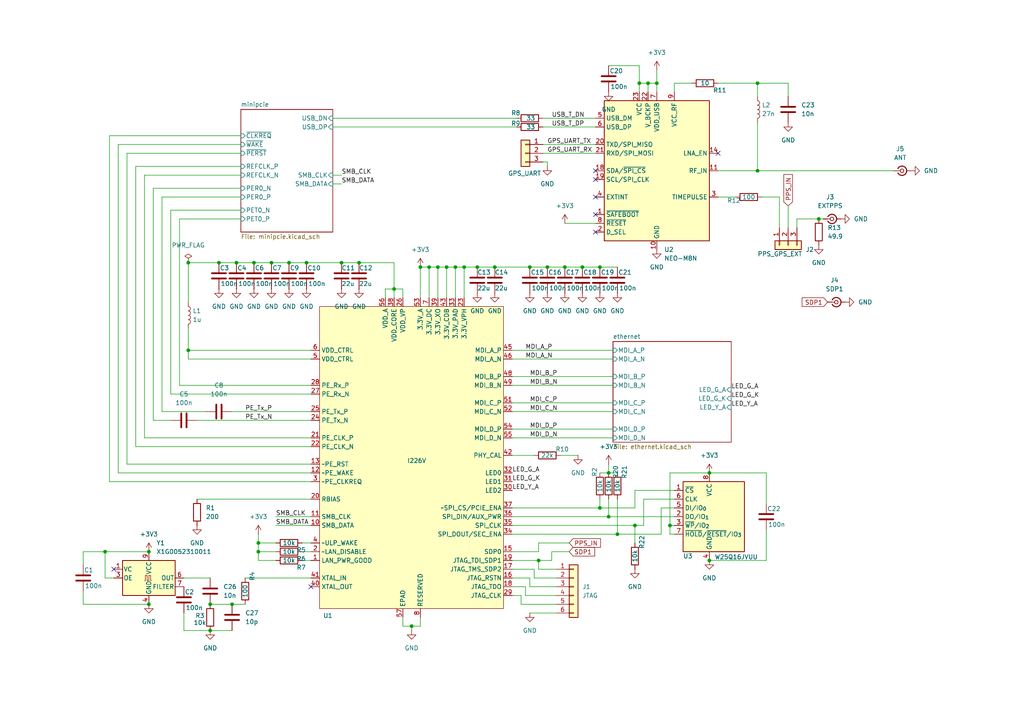
<source format=kicad_sch>
(kicad_sch
	(version 20250114)
	(generator "eeschema")
	(generator_version "9.0")
	(uuid "7e315fcc-4c08-4478-912a-13f19681d519")
	(paper "A4")
	(title_block
		(title "timing-nic")
		(date "2025-11-04")
		(rev "2")
		(company "VE7XEN")
	)
	
	(junction
		(at 173.99 147.32)
		(diameter 0)
		(color 0 0 0 0)
		(uuid "01d223ce-2bb5-4f44-85fd-e93e53825a7c")
	)
	(junction
		(at 121.92 77.47)
		(diameter 0)
		(color 0 0 0 0)
		(uuid "15ac9c60-f192-4d40-b142-11e9fba35e7f")
	)
	(junction
		(at 114.3 83.82)
		(diameter 0)
		(color 0 0 0 0)
		(uuid "1608a62d-ae6e-4555-bd3a-5b77c492d3b0")
	)
	(junction
		(at 156.21 162.56)
		(diameter 0)
		(color 0 0 0 0)
		(uuid "162ef6af-4905-4e8a-9513-0f2b05ae1420")
	)
	(junction
		(at 119.38 181.61)
		(diameter 0)
		(color 0 0 0 0)
		(uuid "1d330962-b785-4731-8620-4cbb08245412")
	)
	(junction
		(at 74.93 160.02)
		(diameter 0)
		(color 0 0 0 0)
		(uuid "20150a56-3c5c-4a3b-8835-dddfd4cd1a61")
	)
	(junction
		(at 60.96 182.88)
		(diameter 0)
		(color 0 0 0 0)
		(uuid "279f7680-9585-4e06-a18c-56d7d2f13965")
	)
	(junction
		(at 73.66 76.2)
		(diameter 0)
		(color 0 0 0 0)
		(uuid "2a3ce4cc-bd54-45e7-9f59-1712a12f92fb")
	)
	(junction
		(at 30.48 160.02)
		(diameter 0)
		(color 0 0 0 0)
		(uuid "31079c75-9281-4df0-8408-1a49eb745f00")
	)
	(junction
		(at 104.14 76.2)
		(diameter 0)
		(color 0 0 0 0)
		(uuid "31b84236-90f4-4187-815c-6df4bd43d89e")
	)
	(junction
		(at 43.18 175.26)
		(diameter 0)
		(color 0 0 0 0)
		(uuid "3233f70f-f6d2-43dc-9fa4-548da5753735")
	)
	(junction
		(at 60.96 175.26)
		(diameter 0)
		(color 0 0 0 0)
		(uuid "377b8b99-d816-4b24-b547-cc66e8c9fe0f")
	)
	(junction
		(at 132.08 77.47)
		(diameter 0)
		(color 0 0 0 0)
		(uuid "3ce3a955-e4b4-4c96-a855-848c497cd0b6")
	)
	(junction
		(at 83.82 76.2)
		(diameter 0)
		(color 0 0 0 0)
		(uuid "3e0d14eb-7f44-4934-958d-e3154fd04ac3")
	)
	(junction
		(at 78.74 76.2)
		(diameter 0)
		(color 0 0 0 0)
		(uuid "3f0f5244-a0df-43a8-95dc-c6db62e1f69e")
	)
	(junction
		(at 158.75 77.47)
		(diameter 0)
		(color 0 0 0 0)
		(uuid "44c97dbe-2be4-4dc7-bf59-f15094e7e34d")
	)
	(junction
		(at 194.31 152.4)
		(diameter 0)
		(color 0 0 0 0)
		(uuid "56b8f247-e3b7-4da6-ba4e-1de059d3de25")
	)
	(junction
		(at 176.53 137.16)
		(diameter 0)
		(color 0 0 0 0)
		(uuid "56d17cf0-7885-4c92-a0cc-6d051cfd2c66")
	)
	(junction
		(at 68.58 76.2)
		(diameter 0)
		(color 0 0 0 0)
		(uuid "58c52a96-a087-46c1-9087-0fd8d7a66827")
	)
	(junction
		(at 168.91 77.47)
		(diameter 0)
		(color 0 0 0 0)
		(uuid "5f35387c-2eb3-414e-9456-b9baeaa9ff21")
	)
	(junction
		(at 205.74 162.56)
		(diameter 0)
		(color 0 0 0 0)
		(uuid "650fdf4c-15ff-41f3-a1ef-cd356a25b48e")
	)
	(junction
		(at 127 77.47)
		(diameter 0)
		(color 0 0 0 0)
		(uuid "778e332a-a041-4779-8fea-0c9a1ced8c1b")
	)
	(junction
		(at 179.07 154.94)
		(diameter 0)
		(color 0 0 0 0)
		(uuid "789d5f5e-e71a-4e14-a8a1-b1efc4287c66")
	)
	(junction
		(at 219.71 24.13)
		(diameter 0)
		(color 0 0 0 0)
		(uuid "7a722601-789e-491b-a6dd-3506bd3a78e1")
	)
	(junction
		(at 63.5 76.2)
		(diameter 0)
		(color 0 0 0 0)
		(uuid "81a5df29-a85a-4ddd-b8f0-e638f37f38e3")
	)
	(junction
		(at 67.31 175.26)
		(diameter 0)
		(color 0 0 0 0)
		(uuid "81c3b74a-0fd1-4ccc-9b57-2e6d8deda750")
	)
	(junction
		(at 190.5 24.13)
		(diameter 0)
		(color 0 0 0 0)
		(uuid "867f86e0-02b3-462b-9871-b6aaec853bfc")
	)
	(junction
		(at 237.49 63.5)
		(diameter 0)
		(color 0 0 0 0)
		(uuid "92c71d0c-a56a-4b6d-821a-caacdfef9ceb")
	)
	(junction
		(at 88.9 76.2)
		(diameter 0)
		(color 0 0 0 0)
		(uuid "95e66ec0-ac62-4999-a175-43e075c768d4")
	)
	(junction
		(at 163.83 77.47)
		(diameter 0)
		(color 0 0 0 0)
		(uuid "9aada944-1328-491d-bbe8-d8f8f1d74b63")
	)
	(junction
		(at 54.61 101.6)
		(diameter 0)
		(color 0 0 0 0)
		(uuid "a3045b76-7c7b-4ede-9b46-ca9ecffab40e")
	)
	(junction
		(at 143.51 77.47)
		(diameter 0)
		(color 0 0 0 0)
		(uuid "a3894f0d-99e2-48c1-af17-d8f0a5b71667")
	)
	(junction
		(at 124.46 77.47)
		(diameter 0)
		(color 0 0 0 0)
		(uuid "adb8d202-120b-415d-82be-febd3d18e8b4")
	)
	(junction
		(at 54.61 76.2)
		(diameter 0)
		(color 0 0 0 0)
		(uuid "add6e2f3-0802-4195-bfd8-e444d4f965f2")
	)
	(junction
		(at 138.43 77.47)
		(diameter 0)
		(color 0 0 0 0)
		(uuid "b452280a-cd74-4581-b379-1f7e16a51f16")
	)
	(junction
		(at 74.93 157.48)
		(diameter 0)
		(color 0 0 0 0)
		(uuid "bd923538-88cf-4169-af94-c019883b1145")
	)
	(junction
		(at 173.99 77.47)
		(diameter 0)
		(color 0 0 0 0)
		(uuid "ca10c261-8366-471e-add1-220ff964fe36")
	)
	(junction
		(at 134.62 77.47)
		(diameter 0)
		(color 0 0 0 0)
		(uuid "d261c48d-7281-42df-bf6a-f95a060ce4b2")
	)
	(junction
		(at 99.06 76.2)
		(diameter 0)
		(color 0 0 0 0)
		(uuid "d3d5e24b-ac06-4374-9561-ae5e15b40699")
	)
	(junction
		(at 176.53 149.86)
		(diameter 0)
		(color 0 0 0 0)
		(uuid "e25b8657-9f7d-40d0-94dc-f99a81378864")
	)
	(junction
		(at 185.42 24.13)
		(diameter 0)
		(color 0 0 0 0)
		(uuid "e635585c-47ee-48f4-b7b4-2ff01998c334")
	)
	(junction
		(at 187.96 24.13)
		(diameter 0)
		(color 0 0 0 0)
		(uuid "e72d5fe2-ee5e-4c25-9e10-bc29ca39fd36")
	)
	(junction
		(at 129.54 77.47)
		(diameter 0)
		(color 0 0 0 0)
		(uuid "e7bff564-a17b-4c5c-a2e9-3d0d764b6e41")
	)
	(junction
		(at 219.71 49.53)
		(diameter 0)
		(color 0 0 0 0)
		(uuid "ec498b15-3cb8-413d-a063-8e89c24cad79")
	)
	(junction
		(at 43.18 160.02)
		(diameter 0)
		(color 0 0 0 0)
		(uuid "eca66643-7d0e-4e3c-a5eb-101823525b7c")
	)
	(junction
		(at 184.15 152.4)
		(diameter 0)
		(color 0 0 0 0)
		(uuid "edaff37b-562c-4a2b-872d-dca847a1f9d2")
	)
	(junction
		(at 205.74 137.16)
		(diameter 0)
		(color 0 0 0 0)
		(uuid "f14b4a5a-253c-4017-afab-f94456561a0a")
	)
	(junction
		(at 153.67 77.47)
		(diameter 0)
		(color 0 0 0 0)
		(uuid "f78abb94-2586-4335-b4b9-1138ed3d7629")
	)
	(no_connect
		(at 172.72 67.31)
		(uuid "07d1ccd0-b195-4f0f-9528-10a67e031869")
	)
	(no_connect
		(at 208.28 44.45)
		(uuid "2fc061f3-af72-4664-bbbc-d40f0154d10a")
	)
	(no_connect
		(at 172.72 52.07)
		(uuid "528fca39-7731-435e-9d76-25d06f0974b6")
	)
	(no_connect
		(at 33.02 165.1)
		(uuid "75281eac-40a0-4233-bb2e-f356792e8471")
	)
	(no_connect
		(at 172.72 57.15)
		(uuid "9acb4f20-b51a-4489-ad1e-3a91a7ceb0a7")
	)
	(no_connect
		(at 172.72 62.23)
		(uuid "c01c977c-7309-42d2-bf08-c559a61ebffe")
	)
	(no_connect
		(at 90.17 170.18)
		(uuid "cd0d6188-87c0-4d90-a416-a53320f1d057")
	)
	(no_connect
		(at 172.72 49.53)
		(uuid "e975f0b6-1ea4-4c82-b8d9-8289671e6758")
	)
	(wire
		(pts
			(xy 44.45 54.61) (xy 44.45 121.92)
		)
		(stroke
			(width 0)
			(type default)
		)
		(uuid "002b5a96-fc3f-4293-a229-1b062103eda6")
	)
	(wire
		(pts
			(xy 179.07 144.78) (xy 179.07 154.94)
		)
		(stroke
			(width 0)
			(type default)
		)
		(uuid "0483382f-80eb-4c32-972f-ec174bce7aef")
	)
	(wire
		(pts
			(xy 69.85 39.37) (xy 31.75 39.37)
		)
		(stroke
			(width 0)
			(type default)
		)
		(uuid "04cefaa4-a365-4c8b-9728-5cf81fb212fa")
	)
	(wire
		(pts
			(xy 156.21 157.48) (xy 156.21 160.02)
		)
		(stroke
			(width 0)
			(type default)
		)
		(uuid "05ab908e-c401-4276-9c00-93a00f66228f")
	)
	(wire
		(pts
			(xy 160.02 160.02) (xy 160.02 162.56)
		)
		(stroke
			(width 0)
			(type default)
		)
		(uuid "07988cdb-d71f-4a77-864a-a2fc6da63efb")
	)
	(wire
		(pts
			(xy 176.53 144.78) (xy 176.53 149.86)
		)
		(stroke
			(width 0)
			(type default)
		)
		(uuid "07b47f31-982d-4c97-86d3-6a99791937e2")
	)
	(wire
		(pts
			(xy 151.13 172.72) (xy 148.59 172.72)
		)
		(stroke
			(width 0)
			(type default)
		)
		(uuid "0a2b868a-e361-463e-8156-0201d775f428")
	)
	(wire
		(pts
			(xy 195.58 26.67) (xy 195.58 24.13)
		)
		(stroke
			(width 0)
			(type default)
		)
		(uuid "0cc95f31-80cc-4745-8946-9e71f5f7aeef")
	)
	(wire
		(pts
			(xy 52.07 63.5) (xy 52.07 111.76)
		)
		(stroke
			(width 0)
			(type default)
		)
		(uuid "0ef12b00-bd78-4201-8a64-8a734327089d")
	)
	(wire
		(pts
			(xy 124.46 77.47) (xy 127 77.47)
		)
		(stroke
			(width 0)
			(type default)
		)
		(uuid "115179fa-9284-42b5-b626-b171447f9c30")
	)
	(wire
		(pts
			(xy 54.61 76.2) (xy 63.5 76.2)
		)
		(stroke
			(width 0)
			(type default)
		)
		(uuid "1b27d47f-61bd-44af-918b-fc843fba769d")
	)
	(wire
		(pts
			(xy 148.59 119.38) (xy 177.8 119.38)
		)
		(stroke
			(width 0)
			(type default)
		)
		(uuid "20950b56-6ecb-4d5d-b9d3-35659b1f600d")
	)
	(wire
		(pts
			(xy 74.93 162.56) (xy 80.01 162.56)
		)
		(stroke
			(width 0)
			(type default)
		)
		(uuid "2099e178-45cd-4ef2-8143-94f0033d8303")
	)
	(wire
		(pts
			(xy 186.69 144.78) (xy 195.58 144.78)
		)
		(stroke
			(width 0)
			(type default)
		)
		(uuid "209deaec-c443-4ace-94d0-d78e17f15c3b")
	)
	(wire
		(pts
			(xy 222.25 146.05) (xy 222.25 137.16)
		)
		(stroke
			(width 0)
			(type default)
		)
		(uuid "20c00e64-9dc8-430d-a490-904ca300ee3c")
	)
	(wire
		(pts
			(xy 153.67 170.18) (xy 153.67 167.64)
		)
		(stroke
			(width 0)
			(type default)
		)
		(uuid "256176a2-0be2-4429-94f4-ee07b427388b")
	)
	(wire
		(pts
			(xy 129.54 77.47) (xy 129.54 86.36)
		)
		(stroke
			(width 0)
			(type default)
		)
		(uuid "260b82a1-12c9-43d5-ab2f-273dfcb6bbb6")
	)
	(wire
		(pts
			(xy 96.52 34.29) (xy 149.86 34.29)
		)
		(stroke
			(width 0)
			(type default)
		)
		(uuid "2684086a-3f1c-49d2-978f-3b4c913c24ad")
	)
	(wire
		(pts
			(xy 69.85 41.91) (xy 34.29 41.91)
		)
		(stroke
			(width 0)
			(type default)
		)
		(uuid "26a6ff61-a63b-4719-b315-3a2a886cad9f")
	)
	(wire
		(pts
			(xy 176.53 137.16) (xy 179.07 137.16)
		)
		(stroke
			(width 0)
			(type default)
		)
		(uuid "284dabf8-e7e2-48f6-a4dc-026dfeccdd97")
	)
	(wire
		(pts
			(xy 148.59 132.08) (xy 154.94 132.08)
		)
		(stroke
			(width 0)
			(type default)
		)
		(uuid "2b9b832b-4bbe-4b0b-9528-157eef2abe97")
	)
	(wire
		(pts
			(xy 208.28 49.53) (xy 219.71 49.53)
		)
		(stroke
			(width 0)
			(type default)
		)
		(uuid "2bd0dcd1-ac5f-40de-9f32-2d3755e829c7")
	)
	(wire
		(pts
			(xy 154.94 167.64) (xy 154.94 165.1)
		)
		(stroke
			(width 0)
			(type default)
		)
		(uuid "2bdc7f4d-b139-4ce5-9eec-904c39c3cef3")
	)
	(wire
		(pts
			(xy 157.48 36.83) (xy 172.72 36.83)
		)
		(stroke
			(width 0)
			(type default)
		)
		(uuid "2c13baf9-a182-48e4-b89a-a6c00f8eebf9")
	)
	(wire
		(pts
			(xy 154.94 165.1) (xy 148.59 165.1)
		)
		(stroke
			(width 0)
			(type default)
		)
		(uuid "2ca75ecf-46a6-4cef-bbc9-e4c693c97c51")
	)
	(wire
		(pts
			(xy 132.08 77.47) (xy 134.62 77.47)
		)
		(stroke
			(width 0)
			(type default)
		)
		(uuid "2d50e9fe-50e0-4459-846f-0fff1fda26e0")
	)
	(wire
		(pts
			(xy 74.93 157.48) (xy 80.01 157.48)
		)
		(stroke
			(width 0)
			(type default)
		)
		(uuid "2de7d47a-ebf4-4492-976d-b5e2b26815c7")
	)
	(wire
		(pts
			(xy 173.99 77.47) (xy 179.07 77.47)
		)
		(stroke
			(width 0)
			(type default)
		)
		(uuid "2e8af139-8194-4519-9b91-59ea2eb91617")
	)
	(wire
		(pts
			(xy 121.92 181.61) (xy 119.38 181.61)
		)
		(stroke
			(width 0)
			(type default)
		)
		(uuid "30a1c282-8bb9-406f-ab6e-f47e8e15b0dc")
	)
	(wire
		(pts
			(xy 151.13 175.26) (xy 161.29 175.26)
		)
		(stroke
			(width 0)
			(type default)
		)
		(uuid "3101936a-2006-4744-a2b4-3ef0f3c38cfe")
	)
	(wire
		(pts
			(xy 184.15 142.24) (xy 195.58 142.24)
		)
		(stroke
			(width 0)
			(type default)
		)
		(uuid "31c46603-8e59-40c6-8f30-cf0512f054f5")
	)
	(wire
		(pts
			(xy 191.77 154.94) (xy 191.77 147.32)
		)
		(stroke
			(width 0)
			(type default)
		)
		(uuid "3367b5b2-7e81-47d5-907c-1efb6ff30dc9")
	)
	(wire
		(pts
			(xy 228.6 24.13) (xy 228.6 27.94)
		)
		(stroke
			(width 0)
			(type default)
		)
		(uuid "33dfa642-0780-45ba-8c9f-5920aed68dbe")
	)
	(wire
		(pts
			(xy 163.83 77.47) (xy 168.91 77.47)
		)
		(stroke
			(width 0)
			(type default)
		)
		(uuid "36971a0f-4a97-4085-b1af-730a9d34a525")
	)
	(wire
		(pts
			(xy 184.15 152.4) (xy 186.69 152.4)
		)
		(stroke
			(width 0)
			(type default)
		)
		(uuid "37a5aaf0-871a-4012-9717-f946ef4df510")
	)
	(wire
		(pts
			(xy 173.99 137.16) (xy 176.53 137.16)
		)
		(stroke
			(width 0)
			(type default)
		)
		(uuid "390cce33-60d2-4c67-99f7-5a2ca49e39e5")
	)
	(wire
		(pts
			(xy 148.59 101.6) (xy 177.8 101.6)
		)
		(stroke
			(width 0)
			(type default)
		)
		(uuid "3a9ce55d-9ace-45ba-8b7b-fb9b8703126c")
	)
	(wire
		(pts
			(xy 53.34 177.8) (xy 53.34 182.88)
		)
		(stroke
			(width 0)
			(type default)
		)
		(uuid "3ab2dd9e-90f2-466d-bccb-9972f6a6ecb0")
	)
	(wire
		(pts
			(xy 53.34 167.64) (xy 60.96 167.64)
		)
		(stroke
			(width 0)
			(type default)
		)
		(uuid "3e76b003-c125-45bc-8a89-f347eee6bafe")
	)
	(wire
		(pts
			(xy 176.53 149.86) (xy 195.58 149.86)
		)
		(stroke
			(width 0)
			(type default)
		)
		(uuid "3ed6d08c-ec13-4f8f-8058-4d78f52de4e2")
	)
	(wire
		(pts
			(xy 96.52 50.8) (xy 99.06 50.8)
		)
		(stroke
			(width 0)
			(type default)
		)
		(uuid "40a8d21b-5b38-4b0b-8102-bef86a9160ee")
	)
	(wire
		(pts
			(xy 80.01 149.86) (xy 90.17 149.86)
		)
		(stroke
			(width 0)
			(type default)
		)
		(uuid "42bd11f8-ecf4-4f2f-b2ba-9c0081eafc69")
	)
	(wire
		(pts
			(xy 195.58 152.4) (xy 194.31 152.4)
		)
		(stroke
			(width 0)
			(type default)
		)
		(uuid "43ee2987-653c-4441-bf2a-c4d6c10c2c09")
	)
	(wire
		(pts
			(xy 116.84 86.36) (xy 116.84 83.82)
		)
		(stroke
			(width 0)
			(type default)
		)
		(uuid "4794566b-fea5-4697-9117-22255a6d3ebb")
	)
	(wire
		(pts
			(xy 34.29 137.16) (xy 90.17 137.16)
		)
		(stroke
			(width 0)
			(type default)
		)
		(uuid "488b3b44-0090-4ce0-b338-16c79289d74d")
	)
	(wire
		(pts
			(xy 138.43 77.47) (xy 143.51 77.47)
		)
		(stroke
			(width 0)
			(type default)
		)
		(uuid "49530400-62ce-4d00-87dc-6047d6f8615a")
	)
	(wire
		(pts
			(xy 49.53 60.96) (xy 49.53 114.3)
		)
		(stroke
			(width 0)
			(type default)
		)
		(uuid "49f36069-7056-4559-a4f7-08dd56653339")
	)
	(wire
		(pts
			(xy 74.93 160.02) (xy 80.01 160.02)
		)
		(stroke
			(width 0)
			(type default)
		)
		(uuid "4b6304a5-7b5b-42d8-8d73-e91affe7bbf1")
	)
	(wire
		(pts
			(xy 194.31 137.16) (xy 205.74 137.16)
		)
		(stroke
			(width 0)
			(type default)
		)
		(uuid "4bd3fb83-d912-469e-b0a4-3aa66840452a")
	)
	(wire
		(pts
			(xy 156.21 162.56) (xy 148.59 162.56)
		)
		(stroke
			(width 0)
			(type default)
		)
		(uuid "4ca0a004-5bd0-450a-a910-127b7925ea7a")
	)
	(wire
		(pts
			(xy 121.92 179.07) (xy 121.92 181.61)
		)
		(stroke
			(width 0)
			(type default)
		)
		(uuid "4f178d44-386b-4798-8cdc-799530c7d1eb")
	)
	(wire
		(pts
			(xy 87.63 162.56) (xy 90.17 162.56)
		)
		(stroke
			(width 0)
			(type default)
		)
		(uuid "4f638551-3428-4579-b838-497bb7f88e52")
	)
	(wire
		(pts
			(xy 39.37 129.54) (xy 90.17 129.54)
		)
		(stroke
			(width 0)
			(type default)
		)
		(uuid "50c96c9b-f1cf-4891-bc1d-3d7420ccd634")
	)
	(wire
		(pts
			(xy 153.67 77.47) (xy 158.75 77.47)
		)
		(stroke
			(width 0)
			(type default)
		)
		(uuid "51527fe7-7272-435f-9cdf-180dd3947aa6")
	)
	(wire
		(pts
			(xy 187.96 24.13) (xy 187.96 26.67)
		)
		(stroke
			(width 0)
			(type default)
		)
		(uuid "54bd46c5-063a-43dc-aca8-5e64fcf136d8")
	)
	(wire
		(pts
			(xy 104.14 76.2) (xy 114.3 76.2)
		)
		(stroke
			(width 0)
			(type default)
		)
		(uuid "56c4f2d1-4a97-44b4-8903-8dfc1f8bcf13")
	)
	(wire
		(pts
			(xy 24.13 160.02) (xy 24.13 163.83)
		)
		(stroke
			(width 0)
			(type default)
		)
		(uuid "571ba761-7523-4533-ab9e-41dec9a0833b")
	)
	(wire
		(pts
			(xy 87.63 157.48) (xy 90.17 157.48)
		)
		(stroke
			(width 0)
			(type default)
		)
		(uuid "57cb6962-18d7-459b-83fd-f5ee67f023f1")
	)
	(wire
		(pts
			(xy 148.59 104.14) (xy 177.8 104.14)
		)
		(stroke
			(width 0)
			(type default)
		)
		(uuid "57f49b3d-a883-49d0-848c-27ecc4a123c8")
	)
	(wire
		(pts
			(xy 134.62 77.47) (xy 138.43 77.47)
		)
		(stroke
			(width 0)
			(type default)
		)
		(uuid "5838c644-74b9-4e56-b2a0-000f7d3e7885")
	)
	(wire
		(pts
			(xy 39.37 48.26) (xy 69.85 48.26)
		)
		(stroke
			(width 0)
			(type default)
		)
		(uuid "59230216-acbe-4475-8503-729ccd0f8274")
	)
	(wire
		(pts
			(xy 184.15 152.4) (xy 184.15 157.48)
		)
		(stroke
			(width 0)
			(type default)
		)
		(uuid "59262159-c6e3-4d17-ace7-cac840c957e2")
	)
	(wire
		(pts
			(xy 194.31 152.4) (xy 194.31 154.94)
		)
		(stroke
			(width 0)
			(type default)
		)
		(uuid "5b1da32b-e19c-4495-baca-403d195e4cf0")
	)
	(wire
		(pts
			(xy 184.15 147.32) (xy 184.15 142.24)
		)
		(stroke
			(width 0)
			(type default)
		)
		(uuid "5b241409-edae-4d33-ac35-430865db54ef")
	)
	(wire
		(pts
			(xy 132.08 77.47) (xy 132.08 86.36)
		)
		(stroke
			(width 0)
			(type default)
		)
		(uuid "5fad9f32-133f-466e-870a-32a43f6bf28d")
	)
	(wire
		(pts
			(xy 156.21 165.1) (xy 156.21 162.56)
		)
		(stroke
			(width 0)
			(type default)
		)
		(uuid "616d0151-0c7d-4cbe-9585-90c9f5ee6f33")
	)
	(wire
		(pts
			(xy 228.6 59.69) (xy 228.6 66.04)
		)
		(stroke
			(width 0)
			(type default)
		)
		(uuid "61f06dc4-89f9-4486-963a-8b8ca14d870f")
	)
	(wire
		(pts
			(xy 157.48 41.91) (xy 172.72 41.91)
		)
		(stroke
			(width 0)
			(type default)
		)
		(uuid "64285a30-c3da-4cbc-a07a-87d8a0f42b36")
	)
	(wire
		(pts
			(xy 185.42 19.05) (xy 185.42 24.13)
		)
		(stroke
			(width 0)
			(type default)
		)
		(uuid "643d6e95-1b40-4395-8cc5-e7c2faf85832")
	)
	(wire
		(pts
			(xy 208.28 57.15) (xy 213.36 57.15)
		)
		(stroke
			(width 0)
			(type default)
		)
		(uuid "66329939-045b-4897-b7dc-75668ce680d8")
	)
	(wire
		(pts
			(xy 49.53 60.96) (xy 69.85 60.96)
		)
		(stroke
			(width 0)
			(type default)
		)
		(uuid "66d6c60a-4472-4a9d-b0d4-4ebed526a4c1")
	)
	(wire
		(pts
			(xy 190.5 24.13) (xy 190.5 26.67)
		)
		(stroke
			(width 0)
			(type default)
		)
		(uuid "679acbeb-11cf-47df-aead-61aac8896a52")
	)
	(wire
		(pts
			(xy 154.94 167.64) (xy 161.29 167.64)
		)
		(stroke
			(width 0)
			(type default)
		)
		(uuid "6a9c30fb-7ced-4eb6-b3fa-a809a73cf292")
	)
	(wire
		(pts
			(xy 195.58 154.94) (xy 194.31 154.94)
		)
		(stroke
			(width 0)
			(type default)
		)
		(uuid "6bb98176-0642-48c2-9179-9d8ee98793f9")
	)
	(wire
		(pts
			(xy 36.83 134.62) (xy 90.17 134.62)
		)
		(stroke
			(width 0)
			(type default)
		)
		(uuid "6d90f4b8-acd1-4f71-b338-de2b56e3cf43")
	)
	(wire
		(pts
			(xy 67.31 119.38) (xy 90.17 119.38)
		)
		(stroke
			(width 0)
			(type default)
		)
		(uuid "6e04540e-ffbb-43f0-aabe-cfa06c7391d9")
	)
	(wire
		(pts
			(xy 219.71 24.13) (xy 228.6 24.13)
		)
		(stroke
			(width 0)
			(type default)
		)
		(uuid "6f5c59d9-2846-4db0-81cb-041e851eabef")
	)
	(wire
		(pts
			(xy 74.93 157.48) (xy 74.93 160.02)
		)
		(stroke
			(width 0)
			(type default)
		)
		(uuid "7109fc79-5896-40e9-a140-edc8092ad8e4")
	)
	(wire
		(pts
			(xy 119.38 181.61) (xy 119.38 182.88)
		)
		(stroke
			(width 0)
			(type default)
		)
		(uuid "71bdea77-e57b-4af0-9928-5ed7c773cadb")
	)
	(wire
		(pts
			(xy 148.59 127) (xy 177.8 127)
		)
		(stroke
			(width 0)
			(type default)
		)
		(uuid "726ca48a-2cb3-4176-bac4-b264f385ce8f")
	)
	(wire
		(pts
			(xy 68.58 76.2) (xy 73.66 76.2)
		)
		(stroke
			(width 0)
			(type default)
		)
		(uuid "72873cf0-1e7a-4851-a5f8-3bd6c6c3c41c")
	)
	(wire
		(pts
			(xy 219.71 35.56) (xy 219.71 49.53)
		)
		(stroke
			(width 0)
			(type default)
		)
		(uuid "72d8726e-f7da-4172-b989-bbb5f00602b0")
	)
	(wire
		(pts
			(xy 116.84 83.82) (xy 114.3 83.82)
		)
		(stroke
			(width 0)
			(type default)
		)
		(uuid "731669e6-2048-4cf6-bc51-ba7e485f9dbf")
	)
	(wire
		(pts
			(xy 187.96 24.13) (xy 190.5 24.13)
		)
		(stroke
			(width 0)
			(type default)
		)
		(uuid "753a69ab-3d97-49f1-95ef-f4c46e375805")
	)
	(wire
		(pts
			(xy 111.76 83.82) (xy 111.76 86.36)
		)
		(stroke
			(width 0)
			(type default)
		)
		(uuid "774e8fd4-7ca3-4050-a6dc-6d7c8e57c081")
	)
	(wire
		(pts
			(xy 158.75 46.99) (xy 158.75 48.26)
		)
		(stroke
			(width 0)
			(type default)
		)
		(uuid "7928925c-d1ee-46dd-b1b4-d7ce4547cf7d")
	)
	(wire
		(pts
			(xy 237.49 63.5) (xy 231.14 63.5)
		)
		(stroke
			(width 0)
			(type default)
		)
		(uuid "794fa417-416f-4d47-aafd-2edc11808fc2")
	)
	(wire
		(pts
			(xy 148.59 152.4) (xy 184.15 152.4)
		)
		(stroke
			(width 0)
			(type default)
		)
		(uuid "7b8ec50c-72c3-4788-b23c-81183c1ba3e8")
	)
	(wire
		(pts
			(xy 194.31 152.4) (xy 194.31 137.16)
		)
		(stroke
			(width 0)
			(type default)
		)
		(uuid "7bf205b2-c74c-4e2c-9fec-6c61e7b22e88")
	)
	(wire
		(pts
			(xy 153.67 167.64) (xy 148.59 167.64)
		)
		(stroke
			(width 0)
			(type default)
		)
		(uuid "7cc0c28d-99af-4b72-ab21-eb9f7bf5858a")
	)
	(wire
		(pts
			(xy 69.85 44.45) (xy 36.83 44.45)
		)
		(stroke
			(width 0)
			(type default)
		)
		(uuid "7cecc6b0-d57c-4755-a7a6-5db7ab6eec98")
	)
	(wire
		(pts
			(xy 160.02 162.56) (xy 156.21 162.56)
		)
		(stroke
			(width 0)
			(type default)
		)
		(uuid "7e1a3894-b93b-4943-b987-8bbdd63fb46a")
	)
	(wire
		(pts
			(xy 41.91 50.8) (xy 41.91 127)
		)
		(stroke
			(width 0)
			(type default)
		)
		(uuid "80429dba-8225-4366-a729-f342a6cc5c8f")
	)
	(wire
		(pts
			(xy 60.96 175.26) (xy 67.31 175.26)
		)
		(stroke
			(width 0)
			(type default)
		)
		(uuid "80599721-8f62-406e-bf2f-c3b31a854974")
	)
	(wire
		(pts
			(xy 53.34 182.88) (xy 60.96 182.88)
		)
		(stroke
			(width 0)
			(type default)
		)
		(uuid "837a71d6-a261-4a5e-84bf-105e0cfc071d")
	)
	(wire
		(pts
			(xy 208.28 24.13) (xy 219.71 24.13)
		)
		(stroke
			(width 0)
			(type default)
		)
		(uuid "84af4490-65ba-4410-a549-64062f3036d8")
	)
	(wire
		(pts
			(xy 148.59 124.46) (xy 177.8 124.46)
		)
		(stroke
			(width 0)
			(type default)
		)
		(uuid "853ea587-c000-4396-a748-8b64c21c3f70")
	)
	(wire
		(pts
			(xy 30.48 167.64) (xy 30.48 160.02)
		)
		(stroke
			(width 0)
			(type default)
		)
		(uuid "85752a84-655d-48ca-a4b4-eed70304247a")
	)
	(wire
		(pts
			(xy 49.53 114.3) (xy 90.17 114.3)
		)
		(stroke
			(width 0)
			(type default)
		)
		(uuid "8743dbfc-7883-4477-bb50-1f6d35c760d2")
	)
	(wire
		(pts
			(xy 74.93 160.02) (xy 74.93 162.56)
		)
		(stroke
			(width 0)
			(type default)
		)
		(uuid "87d60d4d-3427-4cf0-a9cb-f1c5edc14b4d")
	)
	(wire
		(pts
			(xy 41.91 50.8) (xy 69.85 50.8)
		)
		(stroke
			(width 0)
			(type default)
		)
		(uuid "884426b8-8817-4073-87e2-b9b387e5928d")
	)
	(wire
		(pts
			(xy 127 77.47) (xy 129.54 77.47)
		)
		(stroke
			(width 0)
			(type default)
		)
		(uuid "89791367-ffcf-40ca-a2b2-16d9f70809a3")
	)
	(wire
		(pts
			(xy 57.15 121.92) (xy 90.17 121.92)
		)
		(stroke
			(width 0)
			(type default)
		)
		(uuid "898f1d65-6dfa-4eb8-be79-84148a17dc08")
	)
	(wire
		(pts
			(xy 88.9 76.2) (xy 83.82 76.2)
		)
		(stroke
			(width 0)
			(type default)
		)
		(uuid "8add14d1-d7fb-4648-b922-5f34bb2335b5")
	)
	(wire
		(pts
			(xy 54.61 101.6) (xy 90.17 101.6)
		)
		(stroke
			(width 0)
			(type default)
		)
		(uuid "8c14a6f2-c3dd-4c18-b643-af22296b6b37")
	)
	(wire
		(pts
			(xy 219.71 24.13) (xy 219.71 27.94)
		)
		(stroke
			(width 0)
			(type default)
		)
		(uuid "8c2092b0-e1df-4241-84ef-4b88154a9edb")
	)
	(wire
		(pts
			(xy 83.82 76.2) (xy 78.74 76.2)
		)
		(stroke
			(width 0)
			(type default)
		)
		(uuid "8cd09ac5-ece4-43bb-8103-033dc932a68b")
	)
	(wire
		(pts
			(xy 222.25 162.56) (xy 205.74 162.56)
		)
		(stroke
			(width 0)
			(type default)
		)
		(uuid "8cf64278-c4e8-45f6-adfb-3bc6857183d0")
	)
	(wire
		(pts
			(xy 176.53 134.62) (xy 176.53 137.16)
		)
		(stroke
			(width 0)
			(type default)
		)
		(uuid "8d96afdd-2f94-42fd-ae79-4638f0b7d5d1")
	)
	(wire
		(pts
			(xy 153.67 177.8) (xy 161.29 177.8)
		)
		(stroke
			(width 0)
			(type default)
		)
		(uuid "8e76d0c9-d8b7-4851-a6df-5dc0f7ecd9a9")
	)
	(wire
		(pts
			(xy 173.99 144.78) (xy 173.99 147.32)
		)
		(stroke
			(width 0)
			(type default)
		)
		(uuid "8f45c169-c7c7-467c-89e1-90c2c4b69fa2")
	)
	(wire
		(pts
			(xy 39.37 48.26) (xy 39.37 129.54)
		)
		(stroke
			(width 0)
			(type default)
		)
		(uuid "91faaf3a-769b-4f23-8135-dfe07f5ff4d6")
	)
	(wire
		(pts
			(xy 46.99 119.38) (xy 59.69 119.38)
		)
		(stroke
			(width 0)
			(type default)
		)
		(uuid "9290da1b-9676-43b0-b469-0395f5a8c997")
	)
	(wire
		(pts
			(xy 157.48 44.45) (xy 172.72 44.45)
		)
		(stroke
			(width 0)
			(type default)
		)
		(uuid "951d7755-18d7-4aae-a493-149b20b22453")
	)
	(wire
		(pts
			(xy 31.75 39.37) (xy 31.75 139.7)
		)
		(stroke
			(width 0)
			(type default)
		)
		(uuid "9562f69b-0e8a-4e31-8d43-2e8eceaa61ef")
	)
	(wire
		(pts
			(xy 116.84 179.07) (xy 116.84 181.61)
		)
		(stroke
			(width 0)
			(type default)
		)
		(uuid "96cb1640-ab4e-4a9e-9cc2-b379d1604cda")
	)
	(wire
		(pts
			(xy 24.13 171.45) (xy 24.13 175.26)
		)
		(stroke
			(width 0)
			(type default)
		)
		(uuid "9a6c30dd-409b-4c7e-a65a-810eca1e0c82")
	)
	(wire
		(pts
			(xy 226.06 57.15) (xy 226.06 66.04)
		)
		(stroke
			(width 0)
			(type default)
		)
		(uuid "9c0dd55b-b1a6-4e42-96fd-235a98cb0049")
	)
	(wire
		(pts
			(xy 36.83 44.45) (xy 36.83 134.62)
		)
		(stroke
			(width 0)
			(type default)
		)
		(uuid "9d94b886-4902-469d-aa79-b7cd2d9dcc52")
	)
	(wire
		(pts
			(xy 173.99 147.32) (xy 184.15 147.32)
		)
		(stroke
			(width 0)
			(type default)
		)
		(uuid "9e69f341-994b-4fb4-b763-12586c40c4c1")
	)
	(wire
		(pts
			(xy 222.25 153.67) (xy 222.25 162.56)
		)
		(stroke
			(width 0)
			(type default)
		)
		(uuid "a08d9d4e-cefe-4527-8479-c3b95d482724")
	)
	(wire
		(pts
			(xy 190.5 20.32) (xy 190.5 24.13)
		)
		(stroke
			(width 0)
			(type default)
		)
		(uuid "a1bf4d95-828e-48e9-85e4-60441ffcb1fd")
	)
	(wire
		(pts
			(xy 152.4 172.72) (xy 152.4 170.18)
		)
		(stroke
			(width 0)
			(type default)
		)
		(uuid "a2f519b0-db68-483f-8728-14e58231b04e")
	)
	(wire
		(pts
			(xy 99.06 76.2) (xy 104.14 76.2)
		)
		(stroke
			(width 0)
			(type default)
		)
		(uuid "a4d4ef4f-aaae-43f1-8ce6-03fabb75d9d7")
	)
	(wire
		(pts
			(xy 54.61 104.14) (xy 54.61 101.6)
		)
		(stroke
			(width 0)
			(type default)
		)
		(uuid "a6477c10-9b9e-41d1-b9d8-d7e45b0a6c18")
	)
	(wire
		(pts
			(xy 165.1 157.48) (xy 156.21 157.48)
		)
		(stroke
			(width 0)
			(type default)
		)
		(uuid "a6b1751e-3c86-4a0a-885f-9f93aa57075e")
	)
	(wire
		(pts
			(xy 124.46 77.47) (xy 124.46 86.36)
		)
		(stroke
			(width 0)
			(type default)
		)
		(uuid "a89ac52a-bff8-4643-a11c-07d64f825940")
	)
	(wire
		(pts
			(xy 60.96 182.88) (xy 67.31 182.88)
		)
		(stroke
			(width 0)
			(type default)
		)
		(uuid "a9168903-49cb-4a3f-a765-fb102c7d0140")
	)
	(wire
		(pts
			(xy 34.29 41.91) (xy 34.29 137.16)
		)
		(stroke
			(width 0)
			(type default)
		)
		(uuid "ab5a4387-f54f-49ed-a8ef-1849e44b3f43")
	)
	(wire
		(pts
			(xy 157.48 34.29) (xy 172.72 34.29)
		)
		(stroke
			(width 0)
			(type default)
		)
		(uuid "ad713663-63e6-4bd2-8ca3-7acd73b281bf")
	)
	(wire
		(pts
			(xy 52.07 63.5) (xy 69.85 63.5)
		)
		(stroke
			(width 0)
			(type default)
		)
		(uuid "aed3c1bd-3e49-4b6b-83e8-b4bb75a06a54")
	)
	(wire
		(pts
			(xy 52.07 111.76) (xy 90.17 111.76)
		)
		(stroke
			(width 0)
			(type default)
		)
		(uuid "b0a1d277-0239-4126-8288-a9411eca94d0")
	)
	(wire
		(pts
			(xy 114.3 83.82) (xy 111.76 83.82)
		)
		(stroke
			(width 0)
			(type default)
		)
		(uuid "b0e30c1a-b87f-415f-91c1-e441ac46afbb")
	)
	(wire
		(pts
			(xy 231.14 63.5) (xy 231.14 66.04)
		)
		(stroke
			(width 0)
			(type default)
		)
		(uuid "b2e7bd72-51c4-4aa3-97a5-32da3677eead")
	)
	(wire
		(pts
			(xy 152.4 172.72) (xy 161.29 172.72)
		)
		(stroke
			(width 0)
			(type default)
		)
		(uuid "b440a653-92e1-430f-9d91-970963884b69")
	)
	(wire
		(pts
			(xy 121.92 77.47) (xy 124.46 77.47)
		)
		(stroke
			(width 0)
			(type default)
		)
		(uuid "b4e8369d-4089-4b61-b0a0-f517d0ba50f8")
	)
	(wire
		(pts
			(xy 121.92 86.36) (xy 121.92 77.47)
		)
		(stroke
			(width 0)
			(type default)
		)
		(uuid "b52f5107-7730-493b-917d-09bdfbc565d3")
	)
	(wire
		(pts
			(xy 151.13 175.26) (xy 151.13 172.72)
		)
		(stroke
			(width 0)
			(type default)
		)
		(uuid "b63ff4eb-4934-435e-a8a9-8c7abd25754d")
	)
	(wire
		(pts
			(xy 33.02 167.64) (xy 30.48 167.64)
		)
		(stroke
			(width 0)
			(type default)
		)
		(uuid "b7a779ba-66e6-43c9-86a3-4284d8a64585")
	)
	(wire
		(pts
			(xy 74.93 154.94) (xy 74.93 157.48)
		)
		(stroke
			(width 0)
			(type default)
		)
		(uuid "b7bbef8d-7440-4e46-947d-15ed129de0fa")
	)
	(wire
		(pts
			(xy 96.52 53.34) (xy 99.06 53.34)
		)
		(stroke
			(width 0)
			(type default)
		)
		(uuid "bc1bfa16-5ce0-491d-9007-9320cf881535")
	)
	(wire
		(pts
			(xy 176.53 19.05) (xy 185.42 19.05)
		)
		(stroke
			(width 0)
			(type default)
		)
		(uuid "bd7581e8-50c4-40f0-963f-226c137a6da3")
	)
	(wire
		(pts
			(xy 162.56 132.08) (xy 167.64 132.08)
		)
		(stroke
			(width 0)
			(type default)
		)
		(uuid "bdb774a8-6575-40f0-999a-298b23162ff8")
	)
	(wire
		(pts
			(xy 222.25 137.16) (xy 205.74 137.16)
		)
		(stroke
			(width 0)
			(type default)
		)
		(uuid "be2a081a-50a1-4fcf-a754-2194c948e24d")
	)
	(wire
		(pts
			(xy 168.91 77.47) (xy 173.99 77.47)
		)
		(stroke
			(width 0)
			(type default)
		)
		(uuid "c285ab2f-8de2-455b-8a26-ebfd3d9bd1ee")
	)
	(wire
		(pts
			(xy 179.07 154.94) (xy 191.77 154.94)
		)
		(stroke
			(width 0)
			(type default)
		)
		(uuid "c343081a-99c0-4dcf-8c59-8a2646457feb")
	)
	(wire
		(pts
			(xy 67.31 175.26) (xy 71.12 175.26)
		)
		(stroke
			(width 0)
			(type default)
		)
		(uuid "c465fcc7-0302-45b0-a065-4a99edbe29e4")
	)
	(wire
		(pts
			(xy 31.75 139.7) (xy 90.17 139.7)
		)
		(stroke
			(width 0)
			(type default)
		)
		(uuid "c49f4664-6bed-46fc-8108-da8c0711ad60")
	)
	(wire
		(pts
			(xy 88.9 76.2) (xy 99.06 76.2)
		)
		(stroke
			(width 0)
			(type default)
		)
		(uuid "c76510b8-8d6c-4db6-87d3-d90798e599e2")
	)
	(wire
		(pts
			(xy 57.15 144.78) (xy 90.17 144.78)
		)
		(stroke
			(width 0)
			(type default)
		)
		(uuid "c8273006-3e9f-4e61-a170-baaecf812a65")
	)
	(wire
		(pts
			(xy 148.59 147.32) (xy 173.99 147.32)
		)
		(stroke
			(width 0)
			(type default)
		)
		(uuid "c88f0e45-ce89-4de1-9ae8-4a8f7e35809d")
	)
	(wire
		(pts
			(xy 152.4 170.18) (xy 148.59 170.18)
		)
		(stroke
			(width 0)
			(type default)
		)
		(uuid "c8dfafc0-b5c1-4d8a-88b3-527744abd595")
	)
	(wire
		(pts
			(xy 90.17 104.14) (xy 54.61 104.14)
		)
		(stroke
			(width 0)
			(type default)
		)
		(uuid "ca744f0d-ba93-46d3-9fb2-816acdfcee3b")
	)
	(wire
		(pts
			(xy 134.62 77.47) (xy 134.62 86.36)
		)
		(stroke
			(width 0)
			(type default)
		)
		(uuid "cac35911-0665-4734-beed-63c5f7a40b89")
	)
	(wire
		(pts
			(xy 80.01 152.4) (xy 90.17 152.4)
		)
		(stroke
			(width 0)
			(type default)
		)
		(uuid "ce37943e-5a66-4629-b5f7-2c4caafb730b")
	)
	(wire
		(pts
			(xy 44.45 54.61) (xy 69.85 54.61)
		)
		(stroke
			(width 0)
			(type default)
		)
		(uuid "d0603346-4632-456c-82db-dc671d5fab1e")
	)
	(wire
		(pts
			(xy 148.59 111.76) (xy 177.8 111.76)
		)
		(stroke
			(width 0)
			(type default)
		)
		(uuid "d0afbe10-703c-444b-b897-e82abbdf16dd")
	)
	(wire
		(pts
			(xy 157.48 46.99) (xy 158.75 46.99)
		)
		(stroke
			(width 0)
			(type default)
		)
		(uuid "d39c1230-2f8b-4477-9f08-4ed0825821a3")
	)
	(wire
		(pts
			(xy 186.69 152.4) (xy 186.69 144.78)
		)
		(stroke
			(width 0)
			(type default)
		)
		(uuid "d3f4c960-796a-47fc-af68-84fc79e2f2ed")
	)
	(wire
		(pts
			(xy 148.59 109.22) (xy 177.8 109.22)
		)
		(stroke
			(width 0)
			(type default)
		)
		(uuid "d4598b56-d696-4540-a56c-8b5cc503116a")
	)
	(wire
		(pts
			(xy 68.58 76.2) (xy 63.5 76.2)
		)
		(stroke
			(width 0)
			(type default)
		)
		(uuid "d519091f-8ae8-43a0-bd6a-5aa432c497f7")
	)
	(wire
		(pts
			(xy 54.61 101.6) (xy 54.61 95.25)
		)
		(stroke
			(width 0)
			(type default)
		)
		(uuid "d52cbf6b-3c0b-4d01-9d64-d81c216b7eea")
	)
	(wire
		(pts
			(xy 158.75 77.47) (xy 163.83 77.47)
		)
		(stroke
			(width 0)
			(type default)
		)
		(uuid "d60c880a-955d-4aa6-98c1-c467aef34746")
	)
	(wire
		(pts
			(xy 71.12 167.64) (xy 90.17 167.64)
		)
		(stroke
			(width 0)
			(type default)
		)
		(uuid "d649f2e7-c10e-4828-ba1e-6939c2b6d5d9")
	)
	(wire
		(pts
			(xy 46.99 57.15) (xy 46.99 119.38)
		)
		(stroke
			(width 0)
			(type default)
		)
		(uuid "d71c90c7-f530-461b-8c26-8d2bccda7e5d")
	)
	(wire
		(pts
			(xy 195.58 24.13) (xy 200.66 24.13)
		)
		(stroke
			(width 0)
			(type default)
		)
		(uuid "da3f27ff-12e9-473f-97c4-dc16fb677e2d")
	)
	(wire
		(pts
			(xy 41.91 127) (xy 90.17 127)
		)
		(stroke
			(width 0)
			(type default)
		)
		(uuid "db68f9be-e9c5-4bb2-811c-c6a0d56ea329")
	)
	(wire
		(pts
			(xy 143.51 77.47) (xy 153.67 77.47)
		)
		(stroke
			(width 0)
			(type default)
		)
		(uuid "dd30e162-81ac-4522-a888-ada05ea86c94")
	)
	(wire
		(pts
			(xy 156.21 165.1) (xy 161.29 165.1)
		)
		(stroke
			(width 0)
			(type default)
		)
		(uuid "de228e45-7f21-4f64-9885-212457de9e25")
	)
	(wire
		(pts
			(xy 148.59 149.86) (xy 176.53 149.86)
		)
		(stroke
			(width 0)
			(type default)
		)
		(uuid "e2d2a149-15dc-4d95-9a81-af6a032003d8")
	)
	(wire
		(pts
			(xy 54.61 87.63) (xy 54.61 76.2)
		)
		(stroke
			(width 0)
			(type default)
		)
		(uuid "e333fe84-7452-4546-bdae-cfb19d52bf8e")
	)
	(wire
		(pts
			(xy 129.54 77.47) (xy 132.08 77.47)
		)
		(stroke
			(width 0)
			(type default)
		)
		(uuid "e3387ffb-64ac-4aea-8984-e49a5cbe8489")
	)
	(wire
		(pts
			(xy 163.83 64.77) (xy 172.72 64.77)
		)
		(stroke
			(width 0)
			(type default)
		)
		(uuid "e342a4fd-e4c2-42dd-8174-ddc7d6f33cfc")
	)
	(wire
		(pts
			(xy 44.45 121.92) (xy 49.53 121.92)
		)
		(stroke
			(width 0)
			(type default)
		)
		(uuid "e5d3be18-2ae0-4975-881c-6aa3186ebeb4")
	)
	(wire
		(pts
			(xy 185.42 26.67) (xy 185.42 24.13)
		)
		(stroke
			(width 0)
			(type default)
		)
		(uuid "e69ae355-3114-4fee-8fb3-c298be4d8def")
	)
	(wire
		(pts
			(xy 30.48 160.02) (xy 24.13 160.02)
		)
		(stroke
			(width 0)
			(type default)
		)
		(uuid "e877cb48-e763-462a-8db2-fb1abb9b5417")
	)
	(wire
		(pts
			(xy 73.66 76.2) (xy 78.74 76.2)
		)
		(stroke
			(width 0)
			(type default)
		)
		(uuid "ebd6f167-f322-4f64-bf0b-72a5d0a260b3")
	)
	(wire
		(pts
			(xy 220.98 57.15) (xy 226.06 57.15)
		)
		(stroke
			(width 0)
			(type default)
		)
		(uuid "ec775a94-024a-4f5f-a077-5772216ed83a")
	)
	(wire
		(pts
			(xy 238.76 63.5) (xy 237.49 63.5)
		)
		(stroke
			(width 0)
			(type default)
		)
		(uuid "ec9bb4b1-b559-4c0f-a499-f1c4b251a377")
	)
	(wire
		(pts
			(xy 191.77 147.32) (xy 195.58 147.32)
		)
		(stroke
			(width 0)
			(type default)
		)
		(uuid "ed07d206-f222-447f-96fd-f23f383d0470")
	)
	(wire
		(pts
			(xy 219.71 49.53) (xy 259.08 49.53)
		)
		(stroke
			(width 0)
			(type default)
		)
		(uuid "ee20ea0b-1c0e-4cdd-bc66-a23ae40f2fb6")
	)
	(wire
		(pts
			(xy 87.63 160.02) (xy 90.17 160.02)
		)
		(stroke
			(width 0)
			(type default)
		)
		(uuid "efc1fd49-09bf-4160-b6f2-2f065c637782")
	)
	(wire
		(pts
			(xy 148.59 154.94) (xy 179.07 154.94)
		)
		(stroke
			(width 0)
			(type default)
		)
		(uuid "eff3c9fd-ea53-4a48-9b9e-66edfafbd5c2")
	)
	(wire
		(pts
			(xy 46.99 57.15) (xy 69.85 57.15)
		)
		(stroke
			(width 0)
			(type default)
		)
		(uuid "f19888e5-bf58-448d-ba6b-12b973b5a0c5")
	)
	(wire
		(pts
			(xy 43.18 160.02) (xy 30.48 160.02)
		)
		(stroke
			(width 0)
			(type default)
		)
		(uuid "f3854e77-6408-40b6-b11e-00b6443ebd8e")
	)
	(wire
		(pts
			(xy 127 77.47) (xy 127 86.36)
		)
		(stroke
			(width 0)
			(type default)
		)
		(uuid "f3abbd97-fb27-46fa-bcde-528601fbaa8f")
	)
	(wire
		(pts
			(xy 156.21 160.02) (xy 148.59 160.02)
		)
		(stroke
			(width 0)
			(type default)
		)
		(uuid "f40345d7-677c-4cc7-a1bc-2f967fc3d06b")
	)
	(wire
		(pts
			(xy 165.1 160.02) (xy 160.02 160.02)
		)
		(stroke
			(width 0)
			(type default)
		)
		(uuid "f4753c2c-84de-41a3-82cf-83960b50875a")
	)
	(wire
		(pts
			(xy 185.42 24.13) (xy 187.96 24.13)
		)
		(stroke
			(width 0)
			(type default)
		)
		(uuid "f4e69038-6321-4918-95cf-c08051800b93")
	)
	(wire
		(pts
			(xy 153.67 170.18) (xy 161.29 170.18)
		)
		(stroke
			(width 0)
			(type default)
		)
		(uuid "f64e7bb4-70f5-436b-ad21-09894f3b1993")
	)
	(wire
		(pts
			(xy 114.3 76.2) (xy 114.3 83.82)
		)
		(stroke
			(width 0)
			(type default)
		)
		(uuid "f7551583-08ff-43e5-b530-1243814dcd99")
	)
	(wire
		(pts
			(xy 148.59 116.84) (xy 177.8 116.84)
		)
		(stroke
			(width 0)
			(type default)
		)
		(uuid "f7852557-11ab-4121-ba15-19ab025502f9")
	)
	(wire
		(pts
			(xy 96.52 36.83) (xy 149.86 36.83)
		)
		(stroke
			(width 0)
			(type default)
		)
		(uuid "f78f62e0-451f-46ce-b094-5defbb1caa66")
	)
	(wire
		(pts
			(xy 116.84 181.61) (xy 119.38 181.61)
		)
		(stroke
			(width 0)
			(type default)
		)
		(uuid "f7e04233-9334-41b9-9907-f0aac9047390")
	)
	(wire
		(pts
			(xy 114.3 83.82) (xy 114.3 86.36)
		)
		(stroke
			(width 0)
			(type default)
		)
		(uuid "ff3d5758-455a-4d28-af4c-991fd7f376a2")
	)
	(wire
		(pts
			(xy 24.13 175.26) (xy 43.18 175.26)
		)
		(stroke
			(width 0)
			(type default)
		)
		(uuid "ffcc559a-e252-401b-b479-4b25a4b4a5ab")
	)
	(label "LED_Y_A"
		(at 148.59 142.24 0)
		(effects
			(font
				(size 1.27 1.27)
			)
			(justify left bottom)
		)
		(uuid "08a58d2a-52b5-46ca-a6ee-60a0b1aa196a")
	)
	(label "SMB_DATA"
		(at 99.06 53.34 0)
		(effects
			(font
				(size 1.27 1.27)
			)
			(justify left bottom)
		)
		(uuid "09afa0f3-5b21-48b1-a93f-5d11381b5f3b")
	)
	(label "SMB_CLK"
		(at 99.06 50.8 0)
		(effects
			(font
				(size 1.27 1.27)
			)
			(justify left bottom)
		)
		(uuid "0b17118d-46b3-41c7-9b4d-29ca6b55521b")
	)
	(label "MDI_B_P"
		(at 153.67 109.22 0)
		(effects
			(font
				(size 1.27 1.27)
			)
			(justify left bottom)
		)
		(uuid "0ee99166-e586-4fcf-8e2f-94ac3461f8d3")
	)
	(label "LED_Y_A"
		(at 212.09 118.11 0)
		(effects
			(font
				(size 1.27 1.27)
			)
			(justify left bottom)
		)
		(uuid "11b5c7e3-d6af-4fa3-a1ed-a4c14d3ae1b3")
	)
	(label "SMB_DATA"
		(at 80.01 152.4 0)
		(effects
			(font
				(size 1.27 1.27)
			)
			(justify left bottom)
		)
		(uuid "141fc896-dbb5-41a0-bf0f-89a6eb119727")
	)
	(label "PE_Tx_P"
		(at 71.12 119.38 0)
		(effects
			(font
				(size 1.27 1.27)
			)
			(justify left bottom)
		)
		(uuid "2125f554-8f02-446b-a222-345265e04b29")
	)
	(label "MDI_D_P"
		(at 153.67 124.46 0)
		(effects
			(font
				(size 1.27 1.27)
			)
			(justify left bottom)
		)
		(uuid "2e4b7fbc-492f-41c9-b9e9-5a34b0e494c0")
	)
	(label "GPS_UART_RX"
		(at 158.75 44.45 0)
		(effects
			(font
				(size 1.27 1.27)
			)
			(justify left bottom)
		)
		(uuid "489ff100-afe9-467e-acad-44ffe9bbaeae")
	)
	(label "MDI_A_P"
		(at 152.4 101.6 0)
		(effects
			(font
				(size 1.27 1.27)
			)
			(justify left bottom)
		)
		(uuid "5c30ed1d-13b5-424f-ae2f-fddd4abaff9c")
	)
	(label "MDI_D_N"
		(at 153.67 127 0)
		(effects
			(font
				(size 1.27 1.27)
			)
			(justify left bottom)
		)
		(uuid "698abbf0-1287-4a46-9158-cd1a121f4591")
	)
	(label "LED_G_K"
		(at 148.59 139.7 0)
		(effects
			(font
				(size 1.27 1.27)
			)
			(justify left bottom)
		)
		(uuid "771e3dd2-da35-4483-a6a6-2c0d9e24a823")
	)
	(label "USB_T_DP"
		(at 160.02 36.83 0)
		(effects
			(font
				(size 1.27 1.27)
			)
			(justify left bottom)
		)
		(uuid "81b685ac-970d-4b7a-8d0a-b549e8703057")
	)
	(label "LED_G_A"
		(at 148.59 137.16 0)
		(effects
			(font
				(size 1.27 1.27)
			)
			(justify left bottom)
		)
		(uuid "9c043517-904f-4b88-8a4b-63c633fba7d1")
	)
	(label "GPS_UART_TX"
		(at 158.75 41.91 0)
		(effects
			(font
				(size 1.27 1.27)
			)
			(justify left bottom)
		)
		(uuid "a9dfc873-de31-46a2-890b-2b4dd1ea9881")
	)
	(label "SMB_CLK"
		(at 80.01 149.86 0)
		(effects
			(font
				(size 1.27 1.27)
			)
			(justify left bottom)
		)
		(uuid "b31da818-5d29-4320-afe1-416264c1a6ba")
	)
	(label "LED_G_K"
		(at 212.09 115.57 0)
		(effects
			(font
				(size 1.27 1.27)
			)
			(justify left bottom)
		)
		(uuid "b78457d3-be84-4a31-b13b-72ccae51e7cc")
	)
	(label "MDI_C_N"
		(at 153.67 119.38 0)
		(effects
			(font
				(size 1.27 1.27)
			)
			(justify left bottom)
		)
		(uuid "bc487d45-5b4c-42a4-8f9f-885c532dcfe9")
	)
	(label "MDI_C_P"
		(at 153.67 116.84 0)
		(effects
			(font
				(size 1.27 1.27)
			)
			(justify left bottom)
		)
		(uuid "c135189b-33e1-483b-ac6f-87d5c1d5d098")
	)
	(label "LED_G_A"
		(at 212.09 113.03 0)
		(effects
			(font
				(size 1.27 1.27)
			)
			(justify left bottom)
		)
		(uuid "c3b622b2-e552-4701-a5d3-131bab513829")
	)
	(label "USB_T_DN"
		(at 160.02 34.29 0)
		(effects
			(font
				(size 1.27 1.27)
			)
			(justify left bottom)
		)
		(uuid "cfcb0e5c-39eb-416b-a4ce-d296b493cfba")
	)
	(label "PE_Tx_N"
		(at 71.12 121.92 0)
		(effects
			(font
				(size 1.27 1.27)
			)
			(justify left bottom)
		)
		(uuid "d9f827f0-8740-457c-b8c1-9a7148591bac")
	)
	(label "MDI_B_N"
		(at 153.67 111.76 0)
		(effects
			(font
				(size 1.27 1.27)
			)
			(justify left bottom)
		)
		(uuid "e6379ca7-fe1b-4595-b6df-29c0e8dedfdb")
	)
	(label "MDI_A_N"
		(at 152.4 104.14 0)
		(effects
			(font
				(size 1.27 1.27)
			)
			(justify left bottom)
		)
		(uuid "fd637037-b3e5-4a16-8490-cb80ec279958")
	)
	(global_label "PPS_IN"
		(shape input)
		(at 228.6 59.69 90)
		(fields_autoplaced yes)
		(effects
			(font
				(size 1.27 1.27)
			)
			(justify left)
		)
		(uuid "596c74f6-018a-4679-bcdf-790927b90985")
		(property "Intersheetrefs" "${INTERSHEET_REFS}"
			(at 228.6 50.7066 90)
			(effects
				(font
					(size 1.27 1.27)
				)
				(justify left)
				(hide yes)
			)
		)
	)
	(global_label "PPS_IN"
		(shape input)
		(at 165.1 157.48 0)
		(fields_autoplaced yes)
		(effects
			(font
				(size 1.27 1.27)
			)
			(justify left)
		)
		(uuid "74927d0f-07b3-47fd-bf18-ccc2e683d15f")
		(property "Intersheetrefs" "${INTERSHEET_REFS}"
			(at 174.0834 157.48 0)
			(effects
				(font
					(size 1.27 1.27)
				)
				(justify left)
				(hide yes)
			)
		)
	)
	(global_label "SDP1"
		(shape input)
		(at 165.1 160.02 0)
		(fields_autoplaced yes)
		(effects
			(font
				(size 1.27 1.27)
			)
			(justify left)
		)
		(uuid "ad899fbb-fcbc-4fd5-a371-72a53ae6546b")
		(property "Intersheetrefs" "${INTERSHEET_REFS}"
			(at 172.39 160.02 0)
			(effects
				(font
					(size 1.27 1.27)
				)
				(justify left)
				(hide yes)
			)
		)
	)
	(global_label "SDP1"
		(shape input)
		(at 240.03 87.63 180)
		(fields_autoplaced yes)
		(effects
			(font
				(size 1.27 1.27)
			)
			(justify right)
		)
		(uuid "bca0398a-2cb3-44e5-a261-2b036a992c8a")
		(property "Intersheetrefs" "${INTERSHEET_REFS}"
			(at 232.74 87.63 0)
			(effects
				(font
					(size 1.27 1.27)
				)
				(justify right)
				(hide yes)
			)
		)
	)
	(symbol
		(lib_id "power:GND")
		(at 228.6 35.56 0)
		(unit 1)
		(exclude_from_sim no)
		(in_bom yes)
		(on_board yes)
		(dnp no)
		(fields_autoplaced yes)
		(uuid "03226264-9b5c-48f3-8e33-3097e48c9735")
		(property "Reference" "#PWR032"
			(at 228.6 41.91 0)
			(effects
				(font
					(size 1.27 1.27)
				)
				(hide yes)
			)
		)
		(property "Value" "GND"
			(at 228.6 40.64 0)
			(effects
				(font
					(size 1.27 1.27)
				)
			)
		)
		(property "Footprint" ""
			(at 228.6 35.56 0)
			(effects
				(font
					(size 1.27 1.27)
				)
				(hide yes)
			)
		)
		(property "Datasheet" ""
			(at 228.6 35.56 0)
			(effects
				(font
					(size 1.27 1.27)
				)
				(hide yes)
			)
		)
		(property "Description" "Power symbol creates a global label with name \"GND\" , ground"
			(at 228.6 35.56 0)
			(effects
				(font
					(size 1.27 1.27)
				)
				(hide yes)
			)
		)
		(pin "1"
			(uuid "97c55eb9-92da-477b-aaa2-7db65cc9a181")
		)
		(instances
			(project ""
				(path "/7e315fcc-4c08-4478-912a-13f19681d519"
					(reference "#PWR032")
					(unit 1)
				)
			)
		)
	)
	(symbol
		(lib_id "Device:C")
		(at 24.13 167.64 0)
		(unit 1)
		(exclude_from_sim no)
		(in_bom yes)
		(on_board yes)
		(dnp no)
		(uuid "0372441a-d430-493a-9f83-0ea279298687")
		(property "Reference" "C1"
			(at 24.384 165.354 0)
			(effects
				(font
					(size 1.27 1.27)
				)
				(justify left)
			)
		)
		(property "Value" "100n"
			(at 24.638 169.926 0)
			(effects
				(font
					(size 1.27 1.27)
				)
				(justify left)
			)
		)
		(property "Footprint" "Capacitor_SMD:C_0402_1005Metric"
			(at 25.0952 171.45 0)
			(effects
				(font
					(size 1.27 1.27)
				)
				(hide yes)
			)
		)
		(property "Datasheet" "~"
			(at 24.13 167.64 0)
			(effects
				(font
					(size 1.27 1.27)
				)
				(hide yes)
			)
		)
		(property "Description" "Unpolarized capacitor"
			(at 24.13 167.64 0)
			(effects
				(font
					(size 1.27 1.27)
				)
				(hide yes)
			)
		)
		(property "LCSC" "C1525"
			(at 24.13 167.64 0)
			(effects
				(font
					(size 1.27 1.27)
				)
				(hide yes)
			)
		)
		(pin "1"
			(uuid "69daeeb0-5a8c-4bff-9645-5f908cc443e3")
		)
		(pin "2"
			(uuid "338e368b-a19e-4948-a749-d2320af621c3")
		)
		(instances
			(project "timing-nic"
				(path "/7e315fcc-4c08-4478-912a-13f19681d519"
					(reference "C1")
					(unit 1)
				)
			)
		)
	)
	(symbol
		(lib_id "power:+3V3")
		(at 205.74 137.16 0)
		(unit 1)
		(exclude_from_sim no)
		(in_bom yes)
		(on_board yes)
		(dnp no)
		(fields_autoplaced yes)
		(uuid "0708fdce-ee07-4d97-9e65-a65d0b3b88fc")
		(property "Reference" "#PWR030"
			(at 205.74 140.97 0)
			(effects
				(font
					(size 1.27 1.27)
				)
				(hide yes)
			)
		)
		(property "Value" "+3V3"
			(at 205.74 132.08 0)
			(effects
				(font
					(size 1.27 1.27)
				)
			)
		)
		(property "Footprint" ""
			(at 205.74 137.16 0)
			(effects
				(font
					(size 1.27 1.27)
				)
				(hide yes)
			)
		)
		(property "Datasheet" ""
			(at 205.74 137.16 0)
			(effects
				(font
					(size 1.27 1.27)
				)
				(hide yes)
			)
		)
		(property "Description" "Power symbol creates a global label with name \"+3V3\""
			(at 205.74 137.16 0)
			(effects
				(font
					(size 1.27 1.27)
				)
				(hide yes)
			)
		)
		(pin "1"
			(uuid "7af74691-d37a-458b-88ba-2eb2ad94a476")
		)
		(instances
			(project ""
				(path "/7e315fcc-4c08-4478-912a-13f19681d519"
					(reference "#PWR030")
					(unit 1)
				)
			)
		)
	)
	(symbol
		(lib_id "Device:R")
		(at 83.82 160.02 90)
		(unit 1)
		(exclude_from_sim no)
		(in_bom yes)
		(on_board yes)
		(dnp no)
		(uuid "0718b764-feb9-46ec-b1bd-06ec7a36a496")
		(property "Reference" "R6"
			(at 87.376 162.052 90)
			(effects
				(font
					(size 1.27 1.27)
				)
			)
		)
		(property "Value" "10k"
			(at 83.82 160.02 90)
			(effects
				(font
					(size 1.27 1.27)
				)
			)
		)
		(property "Footprint" "Resistor_SMD:R_0402_1005Metric"
			(at 83.82 161.798 90)
			(effects
				(font
					(size 1.27 1.27)
				)
				(hide yes)
			)
		)
		(property "Datasheet" "~"
			(at 83.82 160.02 0)
			(effects
				(font
					(size 1.27 1.27)
				)
				(hide yes)
			)
		)
		(property "Description" "Resistor"
			(at 83.82 160.02 0)
			(effects
				(font
					(size 1.27 1.27)
				)
				(hide yes)
			)
		)
		(property "LCSC" "C25744"
			(at 83.82 160.02 90)
			(effects
				(font
					(size 1.27 1.27)
				)
				(hide yes)
			)
		)
		(pin "2"
			(uuid "a037ac1d-e1de-410a-a683-9cceea8f8c84")
		)
		(pin "1"
			(uuid "7c5f0091-aa2f-4a9b-855d-d30492666e1f")
		)
		(instances
			(project "timing-nic"
				(path "/7e315fcc-4c08-4478-912a-13f19681d519"
					(reference "R6")
					(unit 1)
				)
			)
		)
	)
	(symbol
		(lib_id "Device:R")
		(at 83.82 157.48 90)
		(unit 1)
		(exclude_from_sim no)
		(in_bom yes)
		(on_board yes)
		(dnp no)
		(uuid "0777b623-b808-42b5-8e09-bb7a43dc5046")
		(property "Reference" "R5"
			(at 87.376 159.512 90)
			(effects
				(font
					(size 1.27 1.27)
				)
			)
		)
		(property "Value" "10k"
			(at 83.82 157.48 90)
			(effects
				(font
					(size 1.27 1.27)
				)
			)
		)
		(property "Footprint" "Resistor_SMD:R_0402_1005Metric"
			(at 83.82 159.258 90)
			(effects
				(font
					(size 1.27 1.27)
				)
				(hide yes)
			)
		)
		(property "Datasheet" "~"
			(at 83.82 157.48 0)
			(effects
				(font
					(size 1.27 1.27)
				)
				(hide yes)
			)
		)
		(property "Description" "Resistor"
			(at 83.82 157.48 0)
			(effects
				(font
					(size 1.27 1.27)
				)
				(hide yes)
			)
		)
		(property "LCSC" "C25744"
			(at 83.82 157.48 90)
			(effects
				(font
					(size 1.27 1.27)
				)
				(hide yes)
			)
		)
		(pin "2"
			(uuid "41fc299f-e1a9-4cb4-9649-2b72bfd8171c")
		)
		(pin "1"
			(uuid "57b89c49-f665-497c-9bc2-0092cf054a8c")
		)
		(instances
			(project "timing-nic"
				(path "/7e315fcc-4c08-4478-912a-13f19681d519"
					(reference "R5")
					(unit 1)
				)
			)
		)
	)
	(symbol
		(lib_id "Device:R")
		(at 204.47 24.13 90)
		(unit 1)
		(exclude_from_sim no)
		(in_bom yes)
		(on_board yes)
		(dnp no)
		(uuid "09df83c4-171d-4366-b030-2bce9b9b41c0")
		(property "Reference" "R11"
			(at 208.788 26.162 90)
			(effects
				(font
					(size 1.27 1.27)
				)
			)
		)
		(property "Value" "10"
			(at 204.47 24.13 90)
			(effects
				(font
					(size 1.27 1.27)
				)
			)
		)
		(property "Footprint" "Resistor_SMD:R_0402_1005Metric"
			(at 204.47 25.908 90)
			(effects
				(font
					(size 1.27 1.27)
				)
				(hide yes)
			)
		)
		(property "Datasheet" "~"
			(at 204.47 24.13 0)
			(effects
				(font
					(size 1.27 1.27)
				)
				(hide yes)
			)
		)
		(property "Description" "Resistor"
			(at 204.47 24.13 0)
			(effects
				(font
					(size 1.27 1.27)
				)
				(hide yes)
			)
		)
		(property "LCSC" "C25077"
			(at 204.47 24.13 90)
			(effects
				(font
					(size 1.27 1.27)
				)
				(hide yes)
			)
		)
		(pin "2"
			(uuid "218fe4c3-439c-4e24-b076-5ebfa4f75e1a")
		)
		(pin "1"
			(uuid "2d4c754c-59be-4ef9-81bd-ded401768961")
		)
		(instances
			(project ""
				(path "/7e315fcc-4c08-4478-912a-13f19681d519"
					(reference "R11")
					(unit 1)
				)
			)
		)
	)
	(symbol
		(lib_id "Device:R")
		(at 153.67 36.83 90)
		(unit 1)
		(exclude_from_sim no)
		(in_bom yes)
		(on_board yes)
		(dnp no)
		(uuid "0c0fe234-a921-4518-8a21-01b3a6482567")
		(property "Reference" "R9"
			(at 149.606 35.814 90)
			(effects
				(font
					(size 1.27 1.27)
				)
			)
		)
		(property "Value" "33"
			(at 153.924 36.83 90)
			(effects
				(font
					(size 1.27 1.27)
				)
			)
		)
		(property "Footprint" "Resistor_SMD:R_0402_1005Metric"
			(at 153.67 38.608 90)
			(effects
				(font
					(size 1.27 1.27)
				)
				(hide yes)
			)
		)
		(property "Datasheet" "~"
			(at 153.67 36.83 0)
			(effects
				(font
					(size 1.27 1.27)
				)
				(hide yes)
			)
		)
		(property "Description" "Resistor"
			(at 153.67 36.83 0)
			(effects
				(font
					(size 1.27 1.27)
				)
				(hide yes)
			)
		)
		(property "LCSC" "C25105"
			(at 153.67 36.83 90)
			(effects
				(font
					(size 1.27 1.27)
				)
				(hide yes)
			)
		)
		(pin "1"
			(uuid "ee7d2e0d-1b5a-4794-83ae-c8c762e19b4f")
		)
		(pin "2"
			(uuid "e9ffc562-6171-4b17-8139-38bc630fd184")
		)
		(instances
			(project "timing-nic"
				(path "/7e315fcc-4c08-4478-912a-13f19681d519"
					(reference "R9")
					(unit 1)
				)
			)
		)
	)
	(symbol
		(lib_id "Device:C")
		(at 228.6 31.75 0)
		(unit 1)
		(exclude_from_sim no)
		(in_bom yes)
		(on_board yes)
		(dnp no)
		(fields_autoplaced yes)
		(uuid "0d770678-25f9-476c-9be3-bf44fa328265")
		(property "Reference" "C23"
			(at 232.41 30.4799 0)
			(effects
				(font
					(size 1.27 1.27)
				)
				(justify left)
			)
		)
		(property "Value" "10n"
			(at 232.41 33.0199 0)
			(effects
				(font
					(size 1.27 1.27)
				)
				(justify left)
			)
		)
		(property "Footprint" "Capacitor_SMD:C_0402_1005Metric"
			(at 229.5652 35.56 0)
			(effects
				(font
					(size 1.27 1.27)
				)
				(hide yes)
			)
		)
		(property "Datasheet" "~"
			(at 228.6 31.75 0)
			(effects
				(font
					(size 1.27 1.27)
				)
				(hide yes)
			)
		)
		(property "Description" "Unpolarized capacitor"
			(at 228.6 31.75 0)
			(effects
				(font
					(size 1.27 1.27)
				)
				(hide yes)
			)
		)
		(property "LCSC" "C15195"
			(at 228.6 31.75 0)
			(effects
				(font
					(size 1.27 1.27)
				)
				(hide yes)
			)
		)
		(pin "2"
			(uuid "480231bd-8d71-44d0-b07b-92e71fd89fbc")
		)
		(pin "1"
			(uuid "31853cb8-b9a6-4340-bcf0-905af48cf0b9")
		)
		(instances
			(project ""
				(path "/7e315fcc-4c08-4478-912a-13f19681d519"
					(reference "C23")
					(unit 1)
				)
			)
		)
	)
	(symbol
		(lib_id "power:GND")
		(at 243.84 63.5 90)
		(unit 1)
		(exclude_from_sim no)
		(in_bom yes)
		(on_board yes)
		(dnp no)
		(fields_autoplaced yes)
		(uuid "0d90b5f5-d954-4463-9a96-343770ab20ec")
		(property "Reference" "#PWR034"
			(at 250.19 63.5 0)
			(effects
				(font
					(size 1.27 1.27)
				)
				(hide yes)
			)
		)
		(property "Value" "GND"
			(at 247.65 63.4999 90)
			(effects
				(font
					(size 1.27 1.27)
				)
				(justify right)
			)
		)
		(property "Footprint" ""
			(at 243.84 63.5 0)
			(effects
				(font
					(size 1.27 1.27)
				)
				(hide yes)
			)
		)
		(property "Datasheet" ""
			(at 243.84 63.5 0)
			(effects
				(font
					(size 1.27 1.27)
				)
				(hide yes)
			)
		)
		(property "Description" "Power symbol creates a global label with name \"GND\" , ground"
			(at 243.84 63.5 0)
			(effects
				(font
					(size 1.27 1.27)
				)
				(hide yes)
			)
		)
		(pin "1"
			(uuid "e9979894-fec4-444e-88ee-e1d9bdb5c6bf")
		)
		(instances
			(project ""
				(path "/7e315fcc-4c08-4478-912a-13f19681d519"
					(reference "#PWR034")
					(unit 1)
				)
			)
		)
	)
	(symbol
		(lib_id "Memory_Flash:W25Q16JVSS")
		(at 205.74 149.86 0)
		(unit 1)
		(exclude_from_sim no)
		(in_bom yes)
		(on_board yes)
		(dnp no)
		(uuid "10f41513-594f-47b2-b04f-2545f6bd177a")
		(property "Reference" "U3"
			(at 198.12 161.29 0)
			(effects
				(font
					(size 1.27 1.27)
				)
				(justify left)
			)
		)
		(property "Value" "W25Q16JVUU"
			(at 207.264 161.544 0)
			(effects
				(font
					(size 1.27 1.27)
				)
				(justify left)
			)
		)
		(property "Footprint" "projlib:Winbond_USON-8-2EP_3x4mm_P0.8mm_EP0.2x0.8mm"
			(at 205.74 149.86 0)
			(effects
				(font
					(size 1.27 1.27)
				)
				(hide yes)
			)
		)
		(property "Datasheet" "https://www.winbond.com/hq/support/documentation/levelOne.jsp?__locale=en&DocNo=DA00-W25Q16JV.1"
			(at 205.74 149.86 0)
			(effects
				(font
					(size 1.27 1.27)
				)
				(hide yes)
			)
		)
		(property "Description" "16Mbit / 2MiB Serial Flash Memory, Standard/Dual/Quad SPI, 2.7-3.6V"
			(at 205.74 149.86 0)
			(effects
				(font
					(size 1.27 1.27)
				)
				(hide yes)
			)
		)
		(property "LCSC" "C571259"
			(at 205.74 149.86 0)
			(effects
				(font
					(size 1.27 1.27)
				)
				(hide yes)
			)
		)
		(pin "6"
			(uuid "89247f03-2467-4021-89d0-f4af3d2c0ea3")
		)
		(pin "5"
			(uuid "9cfa0dd8-a8c9-4b22-84c1-a53084caa333")
		)
		(pin "1"
			(uuid "cbec3e00-ed8f-45ca-a51c-a730be3e10da")
		)
		(pin "8"
			(uuid "b72fa630-6c04-4c8f-ab68-5af0443aef51")
		)
		(pin "7"
			(uuid "03406cb8-5f3a-44b0-a1a0-3a6a55333172")
		)
		(pin "3"
			(uuid "574774ed-601b-457e-bbc0-46ff9c310d42")
		)
		(pin "2"
			(uuid "e1e32080-d51b-4146-9709-53d28077ce73")
		)
		(pin "4"
			(uuid "c6744499-be04-41d9-9b1e-9734f1e5265c")
		)
		(instances
			(project ""
				(path "/7e315fcc-4c08-4478-912a-13f19681d519"
					(reference "U3")
					(unit 1)
				)
			)
		)
	)
	(symbol
		(lib_id "power:GND")
		(at 138.43 85.09 0)
		(unit 1)
		(exclude_from_sim no)
		(in_bom yes)
		(on_board yes)
		(dnp no)
		(fields_autoplaced yes)
		(uuid "19e9806a-2995-44a9-986c-418854e989c3")
		(property "Reference" "#PWR016"
			(at 138.43 91.44 0)
			(effects
				(font
					(size 1.27 1.27)
				)
				(hide yes)
			)
		)
		(property "Value" "GND"
			(at 138.43 90.17 0)
			(effects
				(font
					(size 1.27 1.27)
				)
			)
		)
		(property "Footprint" ""
			(at 138.43 85.09 0)
			(effects
				(font
					(size 1.27 1.27)
				)
				(hide yes)
			)
		)
		(property "Datasheet" ""
			(at 138.43 85.09 0)
			(effects
				(font
					(size 1.27 1.27)
				)
				(hide yes)
			)
		)
		(property "Description" "Power symbol creates a global label with name \"GND\" , ground"
			(at 138.43 85.09 0)
			(effects
				(font
					(size 1.27 1.27)
				)
				(hide yes)
			)
		)
		(pin "1"
			(uuid "f49a0955-91a7-4018-bb6c-8673ce53bee9")
		)
		(instances
			(project "timing-nic"
				(path "/7e315fcc-4c08-4478-912a-13f19681d519"
					(reference "#PWR016")
					(unit 1)
				)
			)
		)
	)
	(symbol
		(lib_id "power:GND")
		(at 57.15 152.4 0)
		(unit 1)
		(exclude_from_sim no)
		(in_bom yes)
		(on_board yes)
		(dnp no)
		(fields_autoplaced yes)
		(uuid "1bac2275-4e8e-4ac2-9ce5-3cdd8b592733")
		(property "Reference" "#PWR03"
			(at 57.15 158.75 0)
			(effects
				(font
					(size 1.27 1.27)
				)
				(hide yes)
			)
		)
		(property "Value" "GND"
			(at 57.15 157.48 0)
			(effects
				(font
					(size 1.27 1.27)
				)
			)
		)
		(property "Footprint" ""
			(at 57.15 152.4 0)
			(effects
				(font
					(size 1.27 1.27)
				)
				(hide yes)
			)
		)
		(property "Datasheet" ""
			(at 57.15 152.4 0)
			(effects
				(font
					(size 1.27 1.27)
				)
				(hide yes)
			)
		)
		(property "Description" "Power symbol creates a global label with name \"GND\" , ground"
			(at 57.15 152.4 0)
			(effects
				(font
					(size 1.27 1.27)
				)
				(hide yes)
			)
		)
		(pin "1"
			(uuid "b0d19925-3c57-4c09-aff9-c2ffdcc3a9a8")
		)
		(instances
			(project ""
				(path "/7e315fcc-4c08-4478-912a-13f19681d519"
					(reference "#PWR03")
					(unit 1)
				)
			)
		)
	)
	(symbol
		(lib_id "Device:C")
		(at 143.51 81.28 0)
		(unit 1)
		(exclude_from_sim no)
		(in_bom yes)
		(on_board yes)
		(dnp no)
		(uuid "1c90c4b2-a94c-47b8-8746-d00d95526580")
		(property "Reference" "C14"
			(at 143.51 78.994 0)
			(effects
				(font
					(size 1.27 1.27)
				)
				(justify left)
			)
		)
		(property "Value" "22u"
			(at 143.51 83.566 0)
			(effects
				(font
					(size 1.27 1.27)
				)
				(justify left)
			)
		)
		(property "Footprint" "Capacitor_SMD:C_0603_1608Metric"
			(at 144.4752 85.09 0)
			(effects
				(font
					(size 1.27 1.27)
				)
				(hide yes)
			)
		)
		(property "Datasheet" "~"
			(at 143.51 81.28 0)
			(effects
				(font
					(size 1.27 1.27)
				)
				(hide yes)
			)
		)
		(property "Description" "Unpolarized capacitor"
			(at 143.51 81.28 0)
			(effects
				(font
					(size 1.27 1.27)
				)
				(hide yes)
			)
		)
		(property "LCSC" "C59461"
			(at 143.51 81.28 0)
			(effects
				(font
					(size 1.27 1.27)
				)
				(hide yes)
			)
		)
		(pin "1"
			(uuid "c46c899e-71ff-4d68-8547-47fa35b815b8")
		)
		(pin "2"
			(uuid "1688148e-2d2c-486f-8be6-6064812e10b7")
		)
		(instances
			(project "timing-nic"
				(path "/7e315fcc-4c08-4478-912a-13f19681d519"
					(reference "C14")
					(unit 1)
				)
			)
		)
	)
	(symbol
		(lib_id "power:GND")
		(at 245.11 87.63 90)
		(unit 1)
		(exclude_from_sim no)
		(in_bom yes)
		(on_board yes)
		(dnp no)
		(fields_autoplaced yes)
		(uuid "1f146177-d3b6-4bed-a00a-1db7c7ad0cdd")
		(property "Reference" "#PWR035"
			(at 251.46 87.63 0)
			(effects
				(font
					(size 1.27 1.27)
				)
				(hide yes)
			)
		)
		(property "Value" "GND"
			(at 248.92 87.6299 90)
			(effects
				(font
					(size 1.27 1.27)
				)
				(justify right)
			)
		)
		(property "Footprint" ""
			(at 245.11 87.63 0)
			(effects
				(font
					(size 1.27 1.27)
				)
				(hide yes)
			)
		)
		(property "Datasheet" ""
			(at 245.11 87.63 0)
			(effects
				(font
					(size 1.27 1.27)
				)
				(hide yes)
			)
		)
		(property "Description" "Power symbol creates a global label with name \"GND\" , ground"
			(at 245.11 87.63 0)
			(effects
				(font
					(size 1.27 1.27)
				)
				(hide yes)
			)
		)
		(pin "1"
			(uuid "8caaeec7-23cf-40cf-973c-f3ee03af857c")
		)
		(instances
			(project ""
				(path "/7e315fcc-4c08-4478-912a-13f19681d519"
					(reference "#PWR035")
					(unit 1)
				)
			)
		)
	)
	(symbol
		(lib_id "Device:C")
		(at 173.99 81.28 0)
		(unit 1)
		(exclude_from_sim no)
		(in_bom yes)
		(on_board yes)
		(dnp no)
		(uuid "1f53507d-e31a-42d9-a90c-2d23854c2e42")
		(property "Reference" "C19"
			(at 174.244 78.994 0)
			(effects
				(font
					(size 1.27 1.27)
				)
				(justify left)
			)
		)
		(property "Value" "100n"
			(at 174.498 83.566 0)
			(effects
				(font
					(size 1.27 1.27)
				)
				(justify left)
			)
		)
		(property "Footprint" "Capacitor_SMD:C_0402_1005Metric"
			(at 174.9552 85.09 0)
			(effects
				(font
					(size 1.27 1.27)
				)
				(hide yes)
			)
		)
		(property "Datasheet" "~"
			(at 173.99 81.28 0)
			(effects
				(font
					(size 1.27 1.27)
				)
				(hide yes)
			)
		)
		(property "Description" "Unpolarized capacitor"
			(at 173.99 81.28 0)
			(effects
				(font
					(size 1.27 1.27)
				)
				(hide yes)
			)
		)
		(property "LCSC" "C1525"
			(at 173.99 81.28 0)
			(effects
				(font
					(size 1.27 1.27)
				)
				(hide yes)
			)
		)
		(pin "1"
			(uuid "6e6af42f-d012-4442-b326-d5604922e6a5")
		)
		(pin "2"
			(uuid "5b2fa15d-73f8-4f99-bba6-3710bbec46ed")
		)
		(instances
			(project "timing-nic"
				(path "/7e315fcc-4c08-4478-912a-13f19681d519"
					(reference "C19")
					(unit 1)
				)
			)
		)
	)
	(symbol
		(lib_id "Device:L")
		(at 54.61 91.44 0)
		(unit 1)
		(exclude_from_sim no)
		(in_bom yes)
		(on_board yes)
		(dnp no)
		(fields_autoplaced yes)
		(uuid "213fbf60-1cab-43bd-a524-b66ad51ee5f6")
		(property "Reference" "L1"
			(at 55.88 90.1699 0)
			(effects
				(font
					(size 1.27 1.27)
				)
				(justify left)
			)
		)
		(property "Value" "1u"
			(at 55.88 92.7099 0)
			(effects
				(font
					(size 1.27 1.27)
				)
				(justify left)
			)
		)
		(property "Footprint" "Inductor_SMD:L_Changjiang_FXL0420"
			(at 54.61 91.44 0)
			(effects
				(font
					(size 1.27 1.27)
				)
				(hide yes)
			)
		)
		(property "Datasheet" "~"
			(at 54.61 91.44 0)
			(effects
				(font
					(size 1.27 1.27)
				)
				(hide yes)
			)
		)
		(property "Description" "Inductor"
			(at 54.61 91.44 0)
			(effects
				(font
					(size 1.27 1.27)
				)
				(hide yes)
			)
		)
		(property "Part#" "FXL0420-1R0-M"
			(at 54.61 91.44 0)
			(effects
				(font
					(size 1.27 1.27)
				)
				(hide yes)
			)
		)
		(property "LCSC" "C167203"
			(at 54.61 91.44 0)
			(effects
				(font
					(size 1.27 1.27)
				)
				(hide yes)
			)
		)
		(pin "2"
			(uuid "d196a233-f274-45c5-97cf-6987ffedc56d")
		)
		(pin "1"
			(uuid "b0b5d6d4-f1cb-46f5-b101-a6cd65314343")
		)
		(instances
			(project ""
				(path "/7e315fcc-4c08-4478-912a-13f19681d519"
					(reference "L1")
					(unit 1)
				)
			)
		)
	)
	(symbol
		(lib_id "projlib:TG-5032CxN")
		(at 43.18 167.64 0)
		(unit 1)
		(exclude_from_sim no)
		(in_bom yes)
		(on_board yes)
		(dnp no)
		(fields_autoplaced yes)
		(uuid "22b04974-495c-4218-a04a-d195f4849d37")
		(property "Reference" "Y1"
			(at 45.3233 157.48 0)
			(effects
				(font
					(size 1.27 1.27)
				)
				(justify left)
			)
		)
		(property "Value" "X1G0052310011"
			(at 45.3233 160.02 0)
			(effects
				(font
					(size 1.27 1.27)
				)
				(justify left)
			)
		)
		(property "Footprint" "projlib:Crystal_SMD_5032-10Pin_5.0x3.2mm"
			(at 60.96 176.53 0)
			(effects
				(font
					(size 1.27 1.27)
				)
				(hide yes)
			)
		)
		(property "Datasheet" "https://download.epsondevice.com/td/pdf/app/TG5032CGN_en.pdf"
			(at 40.64 167.64 0)
			(effects
				(font
					(size 1.27 1.27)
				)
				(hide yes)
			)
		)
		(property "Description" ""
			(at 43.18 167.64 0)
			(effects
				(font
					(size 1.27 1.27)
				)
				(hide yes)
			)
		)
		(property "LCSC" "C2891968"
			(at 43.18 167.64 0)
			(effects
				(font
					(size 1.27 1.27)
				)
				(hide yes)
			)
		)
		(pin "1"
			(uuid "5defed86-9789-4cf6-b878-5784ef9fa218")
		)
		(pin "4"
			(uuid "e99fb648-a319-4dea-b5d7-9d44430171f7")
		)
		(pin "3"
			(uuid "7aa8b302-5cdd-4fc9-91fb-67441a379bfe")
		)
		(pin "2"
			(uuid "51e139f4-53a9-45ea-b789-b43c06ab0cdc")
		)
		(pin "7"
			(uuid "43a846e3-b685-4559-9a73-f2d9eef565bc")
		)
		(pin "9"
			(uuid "9c82697f-7683-4e0e-874d-b60b3f38c08b")
		)
		(pin "10"
			(uuid "a9dc7379-9e42-47e5-9dd1-3e0e459cc724")
		)
		(pin "6"
			(uuid "83fee863-28a8-4bbd-895d-8337315d0aea")
		)
		(pin "8"
			(uuid "1ee2dca9-f639-4164-8e53-16f39ed37846")
		)
		(pin "5"
			(uuid "3ea50d75-2fad-4bc2-91e2-9b515b06a40f")
		)
		(instances
			(project ""
				(path "/7e315fcc-4c08-4478-912a-13f19681d519"
					(reference "Y1")
					(unit 1)
				)
			)
		)
	)
	(symbol
		(lib_id "power:GND")
		(at 143.51 85.09 0)
		(unit 1)
		(exclude_from_sim no)
		(in_bom yes)
		(on_board yes)
		(dnp no)
		(fields_autoplaced yes)
		(uuid "28d476f3-8b14-4ecb-a705-526baef333a1")
		(property "Reference" "#PWR017"
			(at 143.51 91.44 0)
			(effects
				(font
					(size 1.27 1.27)
				)
				(hide yes)
			)
		)
		(property "Value" "GND"
			(at 143.51 90.17 0)
			(effects
				(font
					(size 1.27 1.27)
				)
			)
		)
		(property "Footprint" ""
			(at 143.51 85.09 0)
			(effects
				(font
					(size 1.27 1.27)
				)
				(hide yes)
			)
		)
		(property "Datasheet" ""
			(at 143.51 85.09 0)
			(effects
				(font
					(size 1.27 1.27)
				)
				(hide yes)
			)
		)
		(property "Description" "Power symbol creates a global label with name \"GND\" , ground"
			(at 143.51 85.09 0)
			(effects
				(font
					(size 1.27 1.27)
				)
				(hide yes)
			)
		)
		(pin "1"
			(uuid "fb42b7b6-429f-4154-9726-6ef54ef8ef3d")
		)
		(instances
			(project "timing-nic"
				(path "/7e315fcc-4c08-4478-912a-13f19681d519"
					(reference "#PWR017")
					(unit 1)
				)
			)
		)
	)
	(symbol
		(lib_id "power:GND")
		(at 176.53 26.67 0)
		(unit 1)
		(exclude_from_sim no)
		(in_bom yes)
		(on_board yes)
		(dnp no)
		(fields_autoplaced yes)
		(uuid "29842ee8-377c-408d-9c44-d69e89cd1b56")
		(property "Reference" "#PWR026"
			(at 176.53 33.02 0)
			(effects
				(font
					(size 1.27 1.27)
				)
				(hide yes)
			)
		)
		(property "Value" "GND"
			(at 176.53 31.75 0)
			(effects
				(font
					(size 1.27 1.27)
				)
			)
		)
		(property "Footprint" ""
			(at 176.53 26.67 0)
			(effects
				(font
					(size 1.27 1.27)
				)
				(hide yes)
			)
		)
		(property "Datasheet" ""
			(at 176.53 26.67 0)
			(effects
				(font
					(size 1.27 1.27)
				)
				(hide yes)
			)
		)
		(property "Description" "Power symbol creates a global label with name \"GND\" , ground"
			(at 176.53 26.67 0)
			(effects
				(font
					(size 1.27 1.27)
				)
				(hide yes)
			)
		)
		(pin "1"
			(uuid "3a6860fd-6a2e-42cd-82d3-e3b3ba54ee7d")
		)
		(instances
			(project ""
				(path "/7e315fcc-4c08-4478-912a-13f19681d519"
					(reference "#PWR026")
					(unit 1)
				)
			)
		)
	)
	(symbol
		(lib_id "Device:C")
		(at 104.14 80.01 0)
		(unit 1)
		(exclude_from_sim no)
		(in_bom yes)
		(on_board yes)
		(dnp no)
		(uuid "2f86b8ad-ab09-4ca5-b75b-0ebf6be1babe")
		(property "Reference" "C12"
			(at 104.14 77.724 0)
			(effects
				(font
					(size 1.27 1.27)
				)
				(justify left)
			)
		)
		(property "Value" "22u"
			(at 104.14 82.296 0)
			(effects
				(font
					(size 1.27 1.27)
				)
				(justify left)
			)
		)
		(property "Footprint" "Capacitor_SMD:C_0603_1608Metric"
			(at 105.1052 83.82 0)
			(effects
				(font
					(size 1.27 1.27)
				)
				(hide yes)
			)
		)
		(property "Datasheet" "~"
			(at 104.14 80.01 0)
			(effects
				(font
					(size 1.27 1.27)
				)
				(hide yes)
			)
		)
		(property "Description" "Unpolarized capacitor"
			(at 104.14 80.01 0)
			(effects
				(font
					(size 1.27 1.27)
				)
				(hide yes)
			)
		)
		(property "LCSC" "C59461"
			(at 104.14 80.01 0)
			(effects
				(font
					(size 1.27 1.27)
				)
				(hide yes)
			)
		)
		(pin "1"
			(uuid "1bae0d0f-3ce2-43ab-8fef-8e9e42c9c0ed")
		)
		(pin "2"
			(uuid "17e7e676-4a18-451e-9bd5-8f0a9e4f7423")
		)
		(instances
			(project "timing-nic"
				(path "/7e315fcc-4c08-4478-912a-13f19681d519"
					(reference "C12")
					(unit 1)
				)
			)
		)
	)
	(symbol
		(lib_id "Device:C")
		(at 53.34 173.99 0)
		(unit 1)
		(exclude_from_sim no)
		(in_bom yes)
		(on_board yes)
		(dnp no)
		(uuid "30803d7e-74ba-4971-af82-c30b5a299c46")
		(property "Reference" "C2"
			(at 53.594 171.704 0)
			(effects
				(font
					(size 1.27 1.27)
				)
				(justify left)
			)
		)
		(property "Value" "100n"
			(at 53.848 176.276 0)
			(effects
				(font
					(size 1.27 1.27)
				)
				(justify left)
			)
		)
		(property "Footprint" "Capacitor_SMD:C_0402_1005Metric"
			(at 54.3052 177.8 0)
			(effects
				(font
					(size 1.27 1.27)
				)
				(hide yes)
			)
		)
		(property "Datasheet" "~"
			(at 53.34 173.99 0)
			(effects
				(font
					(size 1.27 1.27)
				)
				(hide yes)
			)
		)
		(property "Description" "Unpolarized capacitor"
			(at 53.34 173.99 0)
			(effects
				(font
					(size 1.27 1.27)
				)
				(hide yes)
			)
		)
		(property "LCSC" "C1525"
			(at 53.34 173.99 0)
			(effects
				(font
					(size 1.27 1.27)
				)
				(hide yes)
			)
		)
		(pin "1"
			(uuid "3d342bbe-3dd9-45ca-97ea-937061308fd9")
		)
		(pin "2"
			(uuid "c1ba6d1f-64ad-4ff1-b9aa-75e8845630c3")
		)
		(instances
			(project "timing-nic"
				(path "/7e315fcc-4c08-4478-912a-13f19681d519"
					(reference "C2")
					(unit 1)
				)
			)
		)
	)
	(symbol
		(lib_id "Device:R")
		(at 83.82 162.56 90)
		(unit 1)
		(exclude_from_sim no)
		(in_bom yes)
		(on_board yes)
		(dnp no)
		(uuid "3828e05e-df8d-493a-bc16-759a00ee619f")
		(property "Reference" "R7"
			(at 87.376 164.592 90)
			(effects
				(font
					(size 1.27 1.27)
				)
			)
		)
		(property "Value" "10k"
			(at 83.82 162.56 90)
			(effects
				(font
					(size 1.27 1.27)
				)
			)
		)
		(property "Footprint" "Resistor_SMD:R_0402_1005Metric"
			(at 83.82 164.338 90)
			(effects
				(font
					(size 1.27 1.27)
				)
				(hide yes)
			)
		)
		(property "Datasheet" "~"
			(at 83.82 162.56 0)
			(effects
				(font
					(size 1.27 1.27)
				)
				(hide yes)
			)
		)
		(property "Description" "Resistor"
			(at 83.82 162.56 0)
			(effects
				(font
					(size 1.27 1.27)
				)
				(hide yes)
			)
		)
		(property "LCSC" "C25744"
			(at 83.82 162.56 90)
			(effects
				(font
					(size 1.27 1.27)
				)
				(hide yes)
			)
		)
		(pin "2"
			(uuid "5bfc52fc-fa6d-42c3-8ac7-b821c1a9fe69")
		)
		(pin "1"
			(uuid "c141b7b2-c6ff-4606-9223-4c3e86de760f")
		)
		(instances
			(project ""
				(path "/7e315fcc-4c08-4478-912a-13f19681d519"
					(reference "R7")
					(unit 1)
				)
			)
		)
	)
	(symbol
		(lib_id "power:GND")
		(at 104.14 83.82 0)
		(unit 1)
		(exclude_from_sim no)
		(in_bom yes)
		(on_board yes)
		(dnp no)
		(fields_autoplaced yes)
		(uuid "384e7e63-6b05-437f-938a-d49ee07078d6")
		(property "Reference" "#PWR013"
			(at 104.14 90.17 0)
			(effects
				(font
					(size 1.27 1.27)
				)
				(hide yes)
			)
		)
		(property "Value" "GND"
			(at 104.14 88.9 0)
			(effects
				(font
					(size 1.27 1.27)
				)
			)
		)
		(property "Footprint" ""
			(at 104.14 83.82 0)
			(effects
				(font
					(size 1.27 1.27)
				)
				(hide yes)
			)
		)
		(property "Datasheet" ""
			(at 104.14 83.82 0)
			(effects
				(font
					(size 1.27 1.27)
				)
				(hide yes)
			)
		)
		(property "Description" "Power symbol creates a global label with name \"GND\" , ground"
			(at 104.14 83.82 0)
			(effects
				(font
					(size 1.27 1.27)
				)
				(hide yes)
			)
		)
		(pin "1"
			(uuid "8bfa29f5-0ec0-4d41-9fb9-31895ec7cbd2")
		)
		(instances
			(project "timing-nic"
				(path "/7e315fcc-4c08-4478-912a-13f19681d519"
					(reference "#PWR013")
					(unit 1)
				)
			)
		)
	)
	(symbol
		(lib_id "Connector:Conn_Coaxial_Small")
		(at 241.3 63.5 0)
		(unit 1)
		(exclude_from_sim no)
		(in_bom yes)
		(on_board yes)
		(dnp no)
		(fields_autoplaced yes)
		(uuid "3c6ed9ea-d687-49f1-8c2e-a24e89cdfa15")
		(property "Reference" "J3"
			(at 240.7804 57.15 0)
			(effects
				(font
					(size 1.27 1.27)
				)
			)
		)
		(property "Value" "EXTPPS"
			(at 240.7804 59.69 0)
			(effects
				(font
					(size 1.27 1.27)
				)
			)
		)
		(property "Footprint" "Connector_Coaxial:U.FL_Hirose_U.FL-R-SMT-1_Vertical"
			(at 241.3 63.5 0)
			(effects
				(font
					(size 1.27 1.27)
				)
				(hide yes)
			)
		)
		(property "Datasheet" "~"
			(at 241.3 63.5 0)
			(effects
				(font
					(size 1.27 1.27)
				)
				(hide yes)
			)
		)
		(property "Description" "small coaxial connector (BNC, SMA, SMB, SMC, Cinch/RCA, LEMO, ...)"
			(at 241.3 63.5 0)
			(effects
				(font
					(size 1.27 1.27)
				)
				(hide yes)
			)
		)
		(property "LCSC" "C434808"
			(at 241.3 63.5 0)
			(effects
				(font
					(size 1.27 1.27)
				)
				(hide yes)
			)
		)
		(pin "1"
			(uuid "3d2a0fc9-8691-4489-b734-6ab0e4e2b9d0")
		)
		(pin "2"
			(uuid "8e6a7c1d-d00c-46d6-8b07-31aa25e0d565")
		)
		(instances
			(project ""
				(path "/7e315fcc-4c08-4478-912a-13f19681d519"
					(reference "J3")
					(unit 1)
				)
			)
		)
	)
	(symbol
		(lib_id "power:GND")
		(at 168.91 85.09 0)
		(unit 1)
		(exclude_from_sim no)
		(in_bom yes)
		(on_board yes)
		(dnp no)
		(fields_autoplaced yes)
		(uuid "3e3703ed-494f-47a7-8330-cce98e745ae5")
		(property "Reference" "#PWR024"
			(at 168.91 91.44 0)
			(effects
				(font
					(size 1.27 1.27)
				)
				(hide yes)
			)
		)
		(property "Value" "GND"
			(at 168.91 90.17 0)
			(effects
				(font
					(size 1.27 1.27)
				)
			)
		)
		(property "Footprint" ""
			(at 168.91 85.09 0)
			(effects
				(font
					(size 1.27 1.27)
				)
				(hide yes)
			)
		)
		(property "Datasheet" ""
			(at 168.91 85.09 0)
			(effects
				(font
					(size 1.27 1.27)
				)
				(hide yes)
			)
		)
		(property "Description" "Power symbol creates a global label with name \"GND\" , ground"
			(at 168.91 85.09 0)
			(effects
				(font
					(size 1.27 1.27)
				)
				(hide yes)
			)
		)
		(pin "1"
			(uuid "dcf077e2-9b66-44cc-9779-e9d0757e248d")
		)
		(instances
			(project "timing-nic"
				(path "/7e315fcc-4c08-4478-912a-13f19681d519"
					(reference "#PWR024")
					(unit 1)
				)
			)
		)
	)
	(symbol
		(lib_id "power:GND")
		(at 153.67 85.09 0)
		(unit 1)
		(exclude_from_sim no)
		(in_bom yes)
		(on_board yes)
		(dnp no)
		(fields_autoplaced yes)
		(uuid "410b3604-1308-4be3-8632-a9d9b77da668")
		(property "Reference" "#PWR018"
			(at 153.67 91.44 0)
			(effects
				(font
					(size 1.27 1.27)
				)
				(hide yes)
			)
		)
		(property "Value" "GND"
			(at 153.67 90.17 0)
			(effects
				(font
					(size 1.27 1.27)
				)
			)
		)
		(property "Footprint" ""
			(at 153.67 85.09 0)
			(effects
				(font
					(size 1.27 1.27)
				)
				(hide yes)
			)
		)
		(property "Datasheet" ""
			(at 153.67 85.09 0)
			(effects
				(font
					(size 1.27 1.27)
				)
				(hide yes)
			)
		)
		(property "Description" "Power symbol creates a global label with name \"GND\" , ground"
			(at 153.67 85.09 0)
			(effects
				(font
					(size 1.27 1.27)
				)
				(hide yes)
			)
		)
		(pin "1"
			(uuid "da16c06d-1150-44db-8d50-c605a0536a14")
		)
		(instances
			(project "timing-nic"
				(path "/7e315fcc-4c08-4478-912a-13f19681d519"
					(reference "#PWR018")
					(unit 1)
				)
			)
		)
	)
	(symbol
		(lib_id "Device:C")
		(at 176.53 22.86 0)
		(unit 1)
		(exclude_from_sim no)
		(in_bom yes)
		(on_board yes)
		(dnp no)
		(uuid "434da962-60c1-4dce-9bb6-085f079ba461")
		(property "Reference" "C20"
			(at 176.784 20.574 0)
			(effects
				(font
					(size 1.27 1.27)
				)
				(justify left)
			)
		)
		(property "Value" "100n"
			(at 177.038 25.146 0)
			(effects
				(font
					(size 1.27 1.27)
				)
				(justify left)
			)
		)
		(property "Footprint" "Capacitor_SMD:C_0402_1005Metric"
			(at 177.4952 26.67 0)
			(effects
				(font
					(size 1.27 1.27)
				)
				(hide yes)
			)
		)
		(property "Datasheet" "~"
			(at 176.53 22.86 0)
			(effects
				(font
					(size 1.27 1.27)
				)
				(hide yes)
			)
		)
		(property "Description" "Unpolarized capacitor"
			(at 176.53 22.86 0)
			(effects
				(font
					(size 1.27 1.27)
				)
				(hide yes)
			)
		)
		(property "LCSC" "C1525"
			(at 176.53 22.86 0)
			(effects
				(font
					(size 1.27 1.27)
				)
				(hide yes)
			)
		)
		(pin "1"
			(uuid "278323bb-0901-4104-a044-7606b4d95ef9")
		)
		(pin "2"
			(uuid "2a330739-11a9-41a4-a6a2-d6fab465d165")
		)
		(instances
			(project "timing-nic"
				(path "/7e315fcc-4c08-4478-912a-13f19681d519"
					(reference "C20")
					(unit 1)
				)
			)
		)
	)
	(symbol
		(lib_id "power:GND")
		(at 163.83 85.09 0)
		(unit 1)
		(exclude_from_sim no)
		(in_bom yes)
		(on_board yes)
		(dnp no)
		(fields_autoplaced yes)
		(uuid "43b970d5-4c28-4765-8526-82d2b3b6c9ff")
		(property "Reference" "#PWR022"
			(at 163.83 91.44 0)
			(effects
				(font
					(size 1.27 1.27)
				)
				(hide yes)
			)
		)
		(property "Value" "GND"
			(at 163.83 90.17 0)
			(effects
				(font
					(size 1.27 1.27)
				)
			)
		)
		(property "Footprint" ""
			(at 163.83 85.09 0)
			(effects
				(font
					(size 1.27 1.27)
				)
				(hide yes)
			)
		)
		(property "Datasheet" ""
			(at 163.83 85.09 0)
			(effects
				(font
					(size 1.27 1.27)
				)
				(hide yes)
			)
		)
		(property "Description" "Power symbol creates a global label with name \"GND\" , ground"
			(at 163.83 85.09 0)
			(effects
				(font
					(size 1.27 1.27)
				)
				(hide yes)
			)
		)
		(pin "1"
			(uuid "de0096cf-19a5-4281-9536-0e56efe3e213")
		)
		(instances
			(project "timing-nic"
				(path "/7e315fcc-4c08-4478-912a-13f19681d519"
					(reference "#PWR022")
					(unit 1)
				)
			)
		)
	)
	(symbol
		(lib_id "power:GND")
		(at 63.5 83.82 0)
		(unit 1)
		(exclude_from_sim no)
		(in_bom yes)
		(on_board yes)
		(dnp no)
		(fields_autoplaced yes)
		(uuid "454b9948-8478-4907-8967-e841a791f65b")
		(property "Reference" "#PWR05"
			(at 63.5 90.17 0)
			(effects
				(font
					(size 1.27 1.27)
				)
				(hide yes)
			)
		)
		(property "Value" "GND"
			(at 63.5 88.9 0)
			(effects
				(font
					(size 1.27 1.27)
				)
			)
		)
		(property "Footprint" ""
			(at 63.5 83.82 0)
			(effects
				(font
					(size 1.27 1.27)
				)
				(hide yes)
			)
		)
		(property "Datasheet" ""
			(at 63.5 83.82 0)
			(effects
				(font
					(size 1.27 1.27)
				)
				(hide yes)
			)
		)
		(property "Description" "Power symbol creates a global label with name \"GND\" , ground"
			(at 63.5 83.82 0)
			(effects
				(font
					(size 1.27 1.27)
				)
				(hide yes)
			)
		)
		(pin "1"
			(uuid "6086e5f4-6c21-4b23-92f8-5a29c0bd271a")
		)
		(instances
			(project "timing-nic"
				(path "/7e315fcc-4c08-4478-912a-13f19681d519"
					(reference "#PWR05")
					(unit 1)
				)
			)
		)
	)
	(symbol
		(lib_id "power:GND")
		(at 153.67 177.8 0)
		(unit 1)
		(exclude_from_sim no)
		(in_bom yes)
		(on_board yes)
		(dnp no)
		(fields_autoplaced yes)
		(uuid "46983725-75a8-48d7-9956-12fdb91e1fba")
		(property "Reference" "#PWR019"
			(at 153.67 184.15 0)
			(effects
				(font
					(size 1.27 1.27)
				)
				(hide yes)
			)
		)
		(property "Value" "GND"
			(at 153.67 182.88 0)
			(effects
				(font
					(size 1.27 1.27)
				)
			)
		)
		(property "Footprint" ""
			(at 153.67 177.8 0)
			(effects
				(font
					(size 1.27 1.27)
				)
				(hide yes)
			)
		)
		(property "Datasheet" ""
			(at 153.67 177.8 0)
			(effects
				(font
					(size 1.27 1.27)
				)
				(hide yes)
			)
		)
		(property "Description" "Power symbol creates a global label with name \"GND\" , ground"
			(at 153.67 177.8 0)
			(effects
				(font
					(size 1.27 1.27)
				)
				(hide yes)
			)
		)
		(pin "1"
			(uuid "42d7ddd1-178d-46ee-abd3-fe9300b070a2")
		)
		(instances
			(project ""
				(path "/7e315fcc-4c08-4478-912a-13f19681d519"
					(reference "#PWR019")
					(unit 1)
				)
			)
		)
	)
	(symbol
		(lib_id "Device:C")
		(at 138.43 81.28 0)
		(unit 1)
		(exclude_from_sim no)
		(in_bom yes)
		(on_board yes)
		(dnp no)
		(uuid "46a7fefa-b95e-4503-8d68-2496ff15dcef")
		(property "Reference" "C13"
			(at 138.43 78.994 0)
			(effects
				(font
					(size 1.27 1.27)
				)
				(justify left)
			)
		)
		(property "Value" "22u"
			(at 138.43 83.566 0)
			(effects
				(font
					(size 1.27 1.27)
				)
				(justify left)
			)
		)
		(property "Footprint" "Capacitor_SMD:C_0603_1608Metric"
			(at 139.3952 85.09 0)
			(effects
				(font
					(size 1.27 1.27)
				)
				(hide yes)
			)
		)
		(property "Datasheet" "~"
			(at 138.43 81.28 0)
			(effects
				(font
					(size 1.27 1.27)
				)
				(hide yes)
			)
		)
		(property "Description" "Unpolarized capacitor"
			(at 138.43 81.28 0)
			(effects
				(font
					(size 1.27 1.27)
				)
				(hide yes)
			)
		)
		(property "LCSC" "C59461"
			(at 138.43 81.28 0)
			(effects
				(font
					(size 1.27 1.27)
				)
				(hide yes)
			)
		)
		(pin "1"
			(uuid "f564d672-1d30-41b0-8ea0-cfb4bbefc2af")
		)
		(pin "2"
			(uuid "c69254a2-1be3-41b9-964d-f39a587df1bd")
		)
		(instances
			(project "timing-nic"
				(path "/7e315fcc-4c08-4478-912a-13f19681d519"
					(reference "C13")
					(unit 1)
				)
			)
		)
	)
	(symbol
		(lib_id "power:+3V3")
		(at 176.53 134.62 0)
		(unit 1)
		(exclude_from_sim no)
		(in_bom yes)
		(on_board yes)
		(dnp no)
		(fields_autoplaced yes)
		(uuid "4d1b5323-ec62-46c4-9a80-4c39216297d0")
		(property "Reference" "#PWR056"
			(at 176.53 138.43 0)
			(effects
				(font
					(size 1.27 1.27)
				)
				(hide yes)
			)
		)
		(property "Value" "+3V3"
			(at 176.53 129.54 0)
			(effects
				(font
					(size 1.27 1.27)
				)
			)
		)
		(property "Footprint" ""
			(at 176.53 134.62 0)
			(effects
				(font
					(size 1.27 1.27)
				)
				(hide yes)
			)
		)
		(property "Datasheet" ""
			(at 176.53 134.62 0)
			(effects
				(font
					(size 1.27 1.27)
				)
				(hide yes)
			)
		)
		(property "Description" "Power symbol creates a global label with name \"+3V3\""
			(at 176.53 134.62 0)
			(effects
				(font
					(size 1.27 1.27)
				)
				(hide yes)
			)
		)
		(pin "1"
			(uuid "95056392-e408-4089-a698-046f7b7acd41")
		)
		(instances
			(project "timing-nic"
				(path "/7e315fcc-4c08-4478-912a-13f19681d519"
					(reference "#PWR056")
					(unit 1)
				)
			)
		)
	)
	(symbol
		(lib_id "Device:C")
		(at 179.07 81.28 0)
		(unit 1)
		(exclude_from_sim no)
		(in_bom yes)
		(on_board yes)
		(dnp no)
		(uuid "52ba973a-fb18-4ea7-abdf-6f878dfba79a")
		(property "Reference" "C21"
			(at 179.324 78.994 0)
			(effects
				(font
					(size 1.27 1.27)
				)
				(justify left)
			)
		)
		(property "Value" "100n"
			(at 179.578 83.566 0)
			(effects
				(font
					(size 1.27 1.27)
				)
				(justify left)
			)
		)
		(property "Footprint" "Capacitor_SMD:C_0402_1005Metric"
			(at 180.0352 85.09 0)
			(effects
				(font
					(size 1.27 1.27)
				)
				(hide yes)
			)
		)
		(property "Datasheet" "~"
			(at 179.07 81.28 0)
			(effects
				(font
					(size 1.27 1.27)
				)
				(hide yes)
			)
		)
		(property "Description" "Unpolarized capacitor"
			(at 179.07 81.28 0)
			(effects
				(font
					(size 1.27 1.27)
				)
				(hide yes)
			)
		)
		(property "LCSC" "C1525"
			(at 179.07 81.28 0)
			(effects
				(font
					(size 1.27 1.27)
				)
				(hide yes)
			)
		)
		(pin "1"
			(uuid "bbeb6699-0efb-49e2-b213-192fe66d906d")
		)
		(pin "2"
			(uuid "26eaa40e-049e-404b-b386-5298816956b7")
		)
		(instances
			(project "timing-nic"
				(path "/7e315fcc-4c08-4478-912a-13f19681d519"
					(reference "C21")
					(unit 1)
				)
			)
		)
	)
	(symbol
		(lib_id "Connector_Generic:Conn_01x03")
		(at 152.4 44.45 0)
		(mirror y)
		(unit 1)
		(exclude_from_sim no)
		(in_bom yes)
		(on_board yes)
		(dnp no)
		(uuid "53150843-c48a-45bd-8c99-92a71efdfca5")
		(property "Reference" "J9"
			(at 152.4 52.324 0)
			(effects
				(font
					(size 1.27 1.27)
				)
				(hide yes)
			)
		)
		(property "Value" "GPS_UART"
			(at 152.146 50.292 0)
			(effects
				(font
					(size 1.27 1.27)
				)
			)
		)
		(property "Footprint" "Connector_Molex:Molex_PicoBlade_53047-0310_1x03_P1.25mm_Vertical"
			(at 152.4 44.45 0)
			(effects
				(font
					(size 1.27 1.27)
				)
				(hide yes)
			)
		)
		(property "Datasheet" "~"
			(at 152.4 44.45 0)
			(effects
				(font
					(size 1.27 1.27)
				)
				(hide yes)
			)
		)
		(property "Description" "Generic connector, single row, 01x03, script generated (kicad-library-utils/schlib/autogen/connector/)"
			(at 152.4 44.45 0)
			(effects
				(font
					(size 1.27 1.27)
				)
				(hide yes)
			)
		)
		(pin "1"
			(uuid "565f29e3-5def-42df-b0e0-5f5e0666b775")
		)
		(pin "3"
			(uuid "3e49e540-4920-4cd3-acd1-ae7493c8d04b")
		)
		(pin "2"
			(uuid "10b33843-a25b-45bd-83fe-fec6b1b38e34")
		)
		(instances
			(project ""
				(path "/7e315fcc-4c08-4478-912a-13f19681d519"
					(reference "J9")
					(unit 1)
				)
			)
		)
	)
	(symbol
		(lib_id "power:GND")
		(at 237.49 71.12 0)
		(unit 1)
		(exclude_from_sim no)
		(in_bom yes)
		(on_board yes)
		(dnp no)
		(fields_autoplaced yes)
		(uuid "540bb349-7eff-48e6-af62-ac1811885fdc")
		(property "Reference" "#PWR033"
			(at 237.49 77.47 0)
			(effects
				(font
					(size 1.27 1.27)
				)
				(hide yes)
			)
		)
		(property "Value" "GND"
			(at 237.49 76.2 0)
			(effects
				(font
					(size 1.27 1.27)
				)
			)
		)
		(property "Footprint" ""
			(at 237.49 71.12 0)
			(effects
				(font
					(size 1.27 1.27)
				)
				(hide yes)
			)
		)
		(property "Datasheet" ""
			(at 237.49 71.12 0)
			(effects
				(font
					(size 1.27 1.27)
				)
				(hide yes)
			)
		)
		(property "Description" "Power symbol creates a global label with name \"GND\" , ground"
			(at 237.49 71.12 0)
			(effects
				(font
					(size 1.27 1.27)
				)
				(hide yes)
			)
		)
		(pin "1"
			(uuid "dff8e445-517f-4afe-a125-7a7803aedeb5")
		)
		(instances
			(project ""
				(path "/7e315fcc-4c08-4478-912a-13f19681d519"
					(reference "#PWR033")
					(unit 1)
				)
			)
		)
	)
	(symbol
		(lib_id "power:+3V3")
		(at 121.92 77.47 0)
		(unit 1)
		(exclude_from_sim no)
		(in_bom yes)
		(on_board yes)
		(dnp no)
		(fields_autoplaced yes)
		(uuid "59c6b6c5-c061-452f-9ff0-24ca3295792d")
		(property "Reference" "#PWR015"
			(at 121.92 81.28 0)
			(effects
				(font
					(size 1.27 1.27)
				)
				(hide yes)
			)
		)
		(property "Value" "+3V3"
			(at 121.92 72.39 0)
			(effects
				(font
					(size 1.27 1.27)
				)
			)
		)
		(property "Footprint" ""
			(at 121.92 77.47 0)
			(effects
				(font
					(size 1.27 1.27)
				)
				(hide yes)
			)
		)
		(property "Datasheet" ""
			(at 121.92 77.47 0)
			(effects
				(font
					(size 1.27 1.27)
				)
				(hide yes)
			)
		)
		(property "Description" "Power symbol creates a global label with name \"+3V3\""
			(at 121.92 77.47 0)
			(effects
				(font
					(size 1.27 1.27)
				)
				(hide yes)
			)
		)
		(pin "1"
			(uuid "7c06d318-fb62-4adf-af4b-dd2069bb2702")
		)
		(instances
			(project ""
				(path "/7e315fcc-4c08-4478-912a-13f19681d519"
					(reference "#PWR015")
					(unit 1)
				)
			)
		)
	)
	(symbol
		(lib_id "power:GND")
		(at 99.06 83.82 0)
		(unit 1)
		(exclude_from_sim no)
		(in_bom yes)
		(on_board yes)
		(dnp no)
		(fields_autoplaced yes)
		(uuid "5bb632d2-e3d9-4e9b-aace-8f3c5b2c7d97")
		(property "Reference" "#PWR012"
			(at 99.06 90.17 0)
			(effects
				(font
					(size 1.27 1.27)
				)
				(hide yes)
			)
		)
		(property "Value" "GND"
			(at 99.06 88.9 0)
			(effects
				(font
					(size 1.27 1.27)
				)
			)
		)
		(property "Footprint" ""
			(at 99.06 83.82 0)
			(effects
				(font
					(size 1.27 1.27)
				)
				(hide yes)
			)
		)
		(property "Datasheet" ""
			(at 99.06 83.82 0)
			(effects
				(font
					(size 1.27 1.27)
				)
				(hide yes)
			)
		)
		(property "Description" "Power symbol creates a global label with name \"GND\" , ground"
			(at 99.06 83.82 0)
			(effects
				(font
					(size 1.27 1.27)
				)
				(hide yes)
			)
		)
		(pin "1"
			(uuid "e356068b-790c-4105-9977-44730c522d3c")
		)
		(instances
			(project ""
				(path "/7e315fcc-4c08-4478-912a-13f19681d519"
					(reference "#PWR012")
					(unit 1)
				)
			)
		)
	)
	(symbol
		(lib_id "power:GND")
		(at 179.07 85.09 0)
		(unit 1)
		(exclude_from_sim no)
		(in_bom yes)
		(on_board yes)
		(dnp no)
		(fields_autoplaced yes)
		(uuid "5d5f869d-b366-4f38-a009-678d0feb73da")
		(property "Reference" "#PWR027"
			(at 179.07 91.44 0)
			(effects
				(font
					(size 1.27 1.27)
				)
				(hide yes)
			)
		)
		(property "Value" "GND"
			(at 179.07 90.17 0)
			(effects
				(font
					(size 1.27 1.27)
				)
			)
		)
		(property "Footprint" ""
			(at 179.07 85.09 0)
			(effects
				(font
					(size 1.27 1.27)
				)
				(hide yes)
			)
		)
		(property "Datasheet" ""
			(at 179.07 85.09 0)
			(effects
				(font
					(size 1.27 1.27)
				)
				(hide yes)
			)
		)
		(property "Description" "Power symbol creates a global label with name \"GND\" , ground"
			(at 179.07 85.09 0)
			(effects
				(font
					(size 1.27 1.27)
				)
				(hide yes)
			)
		)
		(pin "1"
			(uuid "cedad877-af11-470a-85e5-bf84908a56bf")
		)
		(instances
			(project "timing-nic"
				(path "/7e315fcc-4c08-4478-912a-13f19681d519"
					(reference "#PWR027")
					(unit 1)
				)
			)
		)
	)
	(symbol
		(lib_id "power:GND")
		(at 184.15 165.1 0)
		(unit 1)
		(exclude_from_sim no)
		(in_bom yes)
		(on_board yes)
		(dnp no)
		(fields_autoplaced yes)
		(uuid "5ef4a267-0647-4bad-8e1c-3537799aac3a")
		(property "Reference" "#PWR058"
			(at 184.15 171.45 0)
			(effects
				(font
					(size 1.27 1.27)
				)
				(hide yes)
			)
		)
		(property "Value" "GND"
			(at 184.15 170.18 0)
			(effects
				(font
					(size 1.27 1.27)
				)
			)
		)
		(property "Footprint" ""
			(at 184.15 165.1 0)
			(effects
				(font
					(size 1.27 1.27)
				)
				(hide yes)
			)
		)
		(property "Datasheet" ""
			(at 184.15 165.1 0)
			(effects
				(font
					(size 1.27 1.27)
				)
				(hide yes)
			)
		)
		(property "Description" "Power symbol creates a global label with name \"GND\" , ground"
			(at 184.15 165.1 0)
			(effects
				(font
					(size 1.27 1.27)
				)
				(hide yes)
			)
		)
		(pin "1"
			(uuid "a4b36103-24d3-43e3-8f1c-4a7dfac1077a")
		)
		(instances
			(project "timing-nic"
				(path "/7e315fcc-4c08-4478-912a-13f19681d519"
					(reference "#PWR058")
					(unit 1)
				)
			)
		)
	)
	(symbol
		(lib_id "power:GND")
		(at 68.58 83.82 0)
		(unit 1)
		(exclude_from_sim no)
		(in_bom yes)
		(on_board yes)
		(dnp no)
		(fields_autoplaced yes)
		(uuid "5f4b1f0d-2fe3-4333-97d8-51f7bd693225")
		(property "Reference" "#PWR06"
			(at 68.58 90.17 0)
			(effects
				(font
					(size 1.27 1.27)
				)
				(hide yes)
			)
		)
		(property "Value" "GND"
			(at 68.58 88.9 0)
			(effects
				(font
					(size 1.27 1.27)
				)
			)
		)
		(property "Footprint" ""
			(at 68.58 83.82 0)
			(effects
				(font
					(size 1.27 1.27)
				)
				(hide yes)
			)
		)
		(property "Datasheet" ""
			(at 68.58 83.82 0)
			(effects
				(font
					(size 1.27 1.27)
				)
				(hide yes)
			)
		)
		(property "Description" "Power symbol creates a global label with name \"GND\" , ground"
			(at 68.58 83.82 0)
			(effects
				(font
					(size 1.27 1.27)
				)
				(hide yes)
			)
		)
		(pin "1"
			(uuid "bed21a1d-ced2-41d8-93ac-725c9641bb12")
		)
		(instances
			(project "timing-nic"
				(path "/7e315fcc-4c08-4478-912a-13f19681d519"
					(reference "#PWR06")
					(unit 1)
				)
			)
		)
	)
	(symbol
		(lib_id "Device:C")
		(at 73.66 80.01 0)
		(unit 1)
		(exclude_from_sim no)
		(in_bom yes)
		(on_board yes)
		(dnp no)
		(uuid "64479aae-15ee-420f-b038-37e0c3577a34")
		(property "Reference" "C6"
			(at 73.914 77.724 0)
			(effects
				(font
					(size 1.27 1.27)
				)
				(justify left)
			)
		)
		(property "Value" "100n"
			(at 74.168 82.296 0)
			(effects
				(font
					(size 1.27 1.27)
				)
				(justify left)
			)
		)
		(property "Footprint" "Capacitor_SMD:C_0402_1005Metric"
			(at 74.6252 83.82 0)
			(effects
				(font
					(size 1.27 1.27)
				)
				(hide yes)
			)
		)
		(property "Datasheet" "~"
			(at 73.66 80.01 0)
			(effects
				(font
					(size 1.27 1.27)
				)
				(hide yes)
			)
		)
		(property "Description" "Unpolarized capacitor"
			(at 73.66 80.01 0)
			(effects
				(font
					(size 1.27 1.27)
				)
				(hide yes)
			)
		)
		(property "LCSC" "C1525"
			(at 73.66 80.01 0)
			(effects
				(font
					(size 1.27 1.27)
				)
				(hide yes)
			)
		)
		(pin "1"
			(uuid "f8306d65-d352-4f1f-8bdf-2b881c3e5e28")
		)
		(pin "2"
			(uuid "7286afbf-4d6c-408f-a921-f6c90976414b")
		)
		(instances
			(project "timing-nic"
				(path "/7e315fcc-4c08-4478-912a-13f19681d519"
					(reference "C6")
					(unit 1)
				)
			)
		)
	)
	(symbol
		(lib_id "Device:R")
		(at 60.96 179.07 0)
		(unit 1)
		(exclude_from_sim no)
		(in_bom yes)
		(on_board yes)
		(dnp no)
		(uuid "6485fed1-75b5-4f5a-9611-99a011f49680")
		(property "Reference" "R3"
			(at 56.642 178.562 0)
			(effects
				(font
					(size 1.27 1.27)
				)
				(justify left)
			)
		)
		(property "Value" "10k"
			(at 56.134 180.594 0)
			(effects
				(font
					(size 1.27 1.27)
				)
				(justify left)
			)
		)
		(property "Footprint" "Resistor_SMD:R_0402_1005Metric"
			(at 59.182 179.07 90)
			(effects
				(font
					(size 1.27 1.27)
				)
				(hide yes)
			)
		)
		(property "Datasheet" "~"
			(at 60.96 179.07 0)
			(effects
				(font
					(size 1.27 1.27)
				)
				(hide yes)
			)
		)
		(property "Description" "Resistor"
			(at 60.96 179.07 0)
			(effects
				(font
					(size 1.27 1.27)
				)
				(hide yes)
			)
		)
		(property "LCSC" "C25756"
			(at 60.96 179.07 0)
			(effects
				(font
					(size 1.27 1.27)
				)
				(hide yes)
			)
		)
		(pin "2"
			(uuid "bb930dd9-76b4-494e-9e76-274838d0d83e")
		)
		(pin "1"
			(uuid "c4834c28-8875-4210-b88d-fb917d819e16")
		)
		(instances
			(project ""
				(path "/7e315fcc-4c08-4478-912a-13f19681d519"
					(reference "R3")
					(unit 1)
				)
			)
		)
	)
	(symbol
		(lib_id "power:GND")
		(at 190.5 72.39 0)
		(unit 1)
		(exclude_from_sim no)
		(in_bom yes)
		(on_board yes)
		(dnp no)
		(fields_autoplaced yes)
		(uuid "6612ca42-3fe6-469e-9d50-fc9f5c56c680")
		(property "Reference" "#PWR029"
			(at 190.5 78.74 0)
			(effects
				(font
					(size 1.27 1.27)
				)
				(hide yes)
			)
		)
		(property "Value" "GND"
			(at 190.5 77.47 0)
			(effects
				(font
					(size 1.27 1.27)
				)
			)
		)
		(property "Footprint" ""
			(at 190.5 72.39 0)
			(effects
				(font
					(size 1.27 1.27)
				)
				(hide yes)
			)
		)
		(property "Datasheet" ""
			(at 190.5 72.39 0)
			(effects
				(font
					(size 1.27 1.27)
				)
				(hide yes)
			)
		)
		(property "Description" "Power symbol creates a global label with name \"GND\" , ground"
			(at 190.5 72.39 0)
			(effects
				(font
					(size 1.27 1.27)
				)
				(hide yes)
			)
		)
		(pin "1"
			(uuid "a0d3488b-a580-4c1b-9238-db9cd5a78440")
		)
		(instances
			(project ""
				(path "/7e315fcc-4c08-4478-912a-13f19681d519"
					(reference "#PWR029")
					(unit 1)
				)
			)
		)
	)
	(symbol
		(lib_id "Device:C")
		(at 63.5 80.01 0)
		(unit 1)
		(exclude_from_sim no)
		(in_bom yes)
		(on_board yes)
		(dnp no)
		(uuid "67c1e418-69b6-4cc9-8e92-e18c7eeaffb9")
		(property "Reference" "C3"
			(at 63.754 77.724 0)
			(effects
				(font
					(size 1.27 1.27)
				)
				(justify left)
			)
		)
		(property "Value" "100n"
			(at 64.008 82.296 0)
			(effects
				(font
					(size 1.27 1.27)
				)
				(justify left)
			)
		)
		(property "Footprint" "Capacitor_SMD:C_0402_1005Metric"
			(at 64.4652 83.82 0)
			(effects
				(font
					(size 1.27 1.27)
				)
				(hide yes)
			)
		)
		(property "Datasheet" "~"
			(at 63.5 80.01 0)
			(effects
				(font
					(size 1.27 1.27)
				)
				(hide yes)
			)
		)
		(property "Description" "Unpolarized capacitor"
			(at 63.5 80.01 0)
			(effects
				(font
					(size 1.27 1.27)
				)
				(hide yes)
			)
		)
		(property "LCSC" "C1525"
			(at 63.5 80.01 0)
			(effects
				(font
					(size 1.27 1.27)
				)
				(hide yes)
			)
		)
		(pin "1"
			(uuid "85b9e88b-3d92-4bd9-a968-512de94aa998")
		)
		(pin "2"
			(uuid "b82e8e41-4f3d-4d11-95e7-2f92471dba13")
		)
		(instances
			(project "timing-nic"
				(path "/7e315fcc-4c08-4478-912a-13f19681d519"
					(reference "C3")
					(unit 1)
				)
			)
		)
	)
	(symbol
		(lib_id "power:GND")
		(at 173.99 85.09 0)
		(unit 1)
		(exclude_from_sim no)
		(in_bom yes)
		(on_board yes)
		(dnp no)
		(fields_autoplaced yes)
		(uuid "6ebb6849-58cd-4b7d-b03b-b260239e8451")
		(property "Reference" "#PWR025"
			(at 173.99 91.44 0)
			(effects
				(font
					(size 1.27 1.27)
				)
				(hide yes)
			)
		)
		(property "Value" "GND"
			(at 173.99 90.17 0)
			(effects
				(font
					(size 1.27 1.27)
				)
			)
		)
		(property "Footprint" ""
			(at 173.99 85.09 0)
			(effects
				(font
					(size 1.27 1.27)
				)
				(hide yes)
			)
		)
		(property "Datasheet" ""
			(at 173.99 85.09 0)
			(effects
				(font
					(size 1.27 1.27)
				)
				(hide yes)
			)
		)
		(property "Description" "Power symbol creates a global label with name \"GND\" , ground"
			(at 173.99 85.09 0)
			(effects
				(font
					(size 1.27 1.27)
				)
				(hide yes)
			)
		)
		(pin "1"
			(uuid "f30d4e73-6f60-4670-b926-c4211a539014")
		)
		(instances
			(project "timing-nic"
				(path "/7e315fcc-4c08-4478-912a-13f19681d519"
					(reference "#PWR025")
					(unit 1)
				)
			)
		)
	)
	(symbol
		(lib_id "Connector_Generic:Conn_01x06")
		(at 166.37 170.18 0)
		(unit 1)
		(exclude_from_sim no)
		(in_bom yes)
		(on_board yes)
		(dnp no)
		(fields_autoplaced yes)
		(uuid "733c4bcd-b01a-4907-b71c-c749af1d4834")
		(property "Reference" "J1"
			(at 168.91 170.1799 0)
			(effects
				(font
					(size 1.27 1.27)
				)
				(justify left)
			)
		)
		(property "Value" "JTAG"
			(at 168.91 172.7199 0)
			(effects
				(font
					(size 1.27 1.27)
				)
				(justify left)
			)
		)
		(property "Footprint" "Connector_Molex:Molex_PicoBlade_53047-0610_1x06_P1.25mm_Vertical"
			(at 166.37 170.18 0)
			(effects
				(font
					(size 1.27 1.27)
				)
				(hide yes)
			)
		)
		(property "Datasheet" "~"
			(at 166.37 170.18 0)
			(effects
				(font
					(size 1.27 1.27)
				)
				(hide yes)
			)
		)
		(property "Description" "Generic connector, single row, 01x06, script generated (kicad-library-utils/schlib/autogen/connector/)"
			(at 166.37 170.18 0)
			(effects
				(font
					(size 1.27 1.27)
				)
				(hide yes)
			)
		)
		(pin "3"
			(uuid "a6f435e0-3dab-41e1-8494-28ce900b4a1a")
		)
		(pin "2"
			(uuid "3e96d0fd-adc4-4501-917b-63d8b2a221cf")
		)
		(pin "1"
			(uuid "16b3b4b0-3f56-4f43-a946-cffc4737ac30")
		)
		(pin "6"
			(uuid "8effbb1e-718e-4260-b5df-d0e9d157149e")
		)
		(pin "5"
			(uuid "e387d9d5-40ea-4c5e-aee6-cbf7e0bcc156")
		)
		(pin "4"
			(uuid "d3dc8586-0b9b-441f-8805-80a50732d3d3")
		)
		(instances
			(project ""
				(path "/7e315fcc-4c08-4478-912a-13f19681d519"
					(reference "J1")
					(unit 1)
				)
			)
		)
	)
	(symbol
		(lib_id "Connector:Conn_Coaxial_Small")
		(at 261.62 49.53 0)
		(unit 1)
		(exclude_from_sim no)
		(in_bom yes)
		(on_board yes)
		(dnp no)
		(fields_autoplaced yes)
		(uuid "7ac79d62-d1ff-4670-b74d-7bd6ce972208")
		(property "Reference" "J5"
			(at 261.1004 43.18 0)
			(effects
				(font
					(size 1.27 1.27)
				)
			)
		)
		(property "Value" "ANT"
			(at 261.1004 45.72 0)
			(effects
				(font
					(size 1.27 1.27)
				)
			)
		)
		(property "Footprint" "Connector_Coaxial:U.FL_Hirose_U.FL-R-SMT-1_Vertical"
			(at 261.62 49.53 0)
			(effects
				(font
					(size 1.27 1.27)
				)
				(hide yes)
			)
		)
		(property "Datasheet" "~"
			(at 261.62 49.53 0)
			(effects
				(font
					(size 1.27 1.27)
				)
				(hide yes)
			)
		)
		(property "Description" "small coaxial connector (BNC, SMA, SMB, SMC, Cinch/RCA, LEMO, ...)"
			(at 261.62 49.53 0)
			(effects
				(font
					(size 1.27 1.27)
				)
				(hide yes)
			)
		)
		(property "LCSC" "C434808"
			(at 261.62 49.53 0)
			(effects
				(font
					(size 1.27 1.27)
				)
				(hide yes)
			)
		)
		(pin "1"
			(uuid "d73d8df7-4b3e-44a3-add4-7d59c66f7ff1")
		)
		(pin "2"
			(uuid "f8a125be-6e4a-4909-a9cc-959eae7968d2")
		)
		(instances
			(project ""
				(path "/7e315fcc-4c08-4478-912a-13f19681d519"
					(reference "J5")
					(unit 1)
				)
			)
		)
	)
	(symbol
		(lib_id "power:+3V3")
		(at 74.93 154.94 0)
		(unit 1)
		(exclude_from_sim no)
		(in_bom yes)
		(on_board yes)
		(dnp no)
		(fields_autoplaced yes)
		(uuid "7d8b496a-2ba8-4644-b947-c7885909553f")
		(property "Reference" "#PWR08"
			(at 74.93 158.75 0)
			(effects
				(font
					(size 1.27 1.27)
				)
				(hide yes)
			)
		)
		(property "Value" "+3V3"
			(at 74.93 149.86 0)
			(effects
				(font
					(size 1.27 1.27)
				)
			)
		)
		(property "Footprint" ""
			(at 74.93 154.94 0)
			(effects
				(font
					(size 1.27 1.27)
				)
				(hide yes)
			)
		)
		(property "Datasheet" ""
			(at 74.93 154.94 0)
			(effects
				(font
					(size 1.27 1.27)
				)
				(hide yes)
			)
		)
		(property "Description" "Power symbol creates a global label with name \"+3V3\""
			(at 74.93 154.94 0)
			(effects
				(font
					(size 1.27 1.27)
				)
				(hide yes)
			)
		)
		(pin "1"
			(uuid "463b4888-0689-464e-b352-f0d643b258b9")
		)
		(instances
			(project ""
				(path "/7e315fcc-4c08-4478-912a-13f19681d519"
					(reference "#PWR08")
					(unit 1)
				)
			)
		)
	)
	(symbol
		(lib_id "power:+3V3")
		(at 163.83 64.77 0)
		(unit 1)
		(exclude_from_sim no)
		(in_bom yes)
		(on_board yes)
		(dnp no)
		(fields_autoplaced yes)
		(uuid "7eaf11f7-8b4f-493b-acb6-c064fe89950d")
		(property "Reference" "#PWR021"
			(at 163.83 68.58 0)
			(effects
				(font
					(size 1.27 1.27)
				)
				(hide yes)
			)
		)
		(property "Value" "+3V3"
			(at 163.83 59.69 0)
			(effects
				(font
					(size 1.27 1.27)
				)
			)
		)
		(property "Footprint" ""
			(at 163.83 64.77 0)
			(effects
				(font
					(size 1.27 1.27)
				)
				(hide yes)
			)
		)
		(property "Datasheet" ""
			(at 163.83 64.77 0)
			(effects
				(font
					(size 1.27 1.27)
				)
				(hide yes)
			)
		)
		(property "Description" "Power symbol creates a global label with name \"+3V3\""
			(at 163.83 64.77 0)
			(effects
				(font
					(size 1.27 1.27)
				)
				(hide yes)
			)
		)
		(pin "1"
			(uuid "d15d59a9-0ff7-41d7-9556-f3293b315fcd")
		)
		(instances
			(project ""
				(path "/7e315fcc-4c08-4478-912a-13f19681d519"
					(reference "#PWR021")
					(unit 1)
				)
			)
		)
	)
	(symbol
		(lib_id "Device:C")
		(at 68.58 80.01 0)
		(unit 1)
		(exclude_from_sim no)
		(in_bom yes)
		(on_board yes)
		(dnp no)
		(uuid "814bdaf7-59ab-4117-a429-ad52fac2efbf")
		(property "Reference" "C4"
			(at 68.834 77.724 0)
			(effects
				(font
					(size 1.27 1.27)
				)
				(justify left)
			)
		)
		(property "Value" "100n"
			(at 69.088 82.296 0)
			(effects
				(font
					(size 1.27 1.27)
				)
				(justify left)
			)
		)
		(property "Footprint" "Capacitor_SMD:C_0402_1005Metric"
			(at 69.5452 83.82 0)
			(effects
				(font
					(size 1.27 1.27)
				)
				(hide yes)
			)
		)
		(property "Datasheet" "~"
			(at 68.58 80.01 0)
			(effects
				(font
					(size 1.27 1.27)
				)
				(hide yes)
			)
		)
		(property "Description" "Unpolarized capacitor"
			(at 68.58 80.01 0)
			(effects
				(font
					(size 1.27 1.27)
				)
				(hide yes)
			)
		)
		(property "LCSC" "C1525"
			(at 68.58 80.01 0)
			(effects
				(font
					(size 1.27 1.27)
				)
				(hide yes)
			)
		)
		(pin "1"
			(uuid "90125794-c6e8-49ad-9be9-7f6bb6e166f4")
		)
		(pin "2"
			(uuid "7ed86876-485f-41a2-b6fa-531a03914a17")
		)
		(instances
			(project "timing-nic"
				(path "/7e315fcc-4c08-4478-912a-13f19681d519"
					(reference "C4")
					(unit 1)
				)
			)
		)
	)
	(symbol
		(lib_id "Device:C")
		(at 83.82 80.01 0)
		(unit 1)
		(exclude_from_sim no)
		(in_bom yes)
		(on_board yes)
		(dnp no)
		(uuid "82f9b01e-aede-4a8d-9ecd-abd11e8a8c61")
		(property "Reference" "C9"
			(at 84.074 77.724 0)
			(effects
				(font
					(size 1.27 1.27)
				)
				(justify left)
			)
		)
		(property "Value" "100n"
			(at 84.328 82.296 0)
			(effects
				(font
					(size 1.27 1.27)
				)
				(justify left)
			)
		)
		(property "Footprint" "Capacitor_SMD:C_0402_1005Metric"
			(at 84.7852 83.82 0)
			(effects
				(font
					(size 1.27 1.27)
				)
				(hide yes)
			)
		)
		(property "Datasheet" "~"
			(at 83.82 80.01 0)
			(effects
				(font
					(size 1.27 1.27)
				)
				(hide yes)
			)
		)
		(property "Description" "Unpolarized capacitor"
			(at 83.82 80.01 0)
			(effects
				(font
					(size 1.27 1.27)
				)
				(hide yes)
			)
		)
		(property "LCSC" "C1525"
			(at 83.82 80.01 0)
			(effects
				(font
					(size 1.27 1.27)
				)
				(hide yes)
			)
		)
		(pin "1"
			(uuid "4d4b60c0-a8f1-4f79-8060-58fb7b49312b")
		)
		(pin "2"
			(uuid "834c578c-4dce-4978-a10c-b1844ee12497")
		)
		(instances
			(project "timing-nic"
				(path "/7e315fcc-4c08-4478-912a-13f19681d519"
					(reference "C9")
					(unit 1)
				)
			)
		)
	)
	(symbol
		(lib_id "Device:C")
		(at 88.9 80.01 0)
		(unit 1)
		(exclude_from_sim no)
		(in_bom yes)
		(on_board yes)
		(dnp no)
		(uuid "85692ebb-b4da-4248-8196-9abb1c2c7458")
		(property "Reference" "C10"
			(at 89.154 77.724 0)
			(effects
				(font
					(size 1.27 1.27)
				)
				(justify left)
			)
		)
		(property "Value" "100n"
			(at 89.408 82.296 0)
			(effects
				(font
					(size 1.27 1.27)
				)
				(justify left)
			)
		)
		(property "Footprint" "Capacitor_SMD:C_0402_1005Metric"
			(at 89.8652 83.82 0)
			(effects
				(font
					(size 1.27 1.27)
				)
				(hide yes)
			)
		)
		(property "Datasheet" "~"
			(at 88.9 80.01 0)
			(effects
				(font
					(size 1.27 1.27)
				)
				(hide yes)
			)
		)
		(property "Description" "Unpolarized capacitor"
			(at 88.9 80.01 0)
			(effects
				(font
					(size 1.27 1.27)
				)
				(hide yes)
			)
		)
		(property "LCSC" "C1525"
			(at 88.9 80.01 0)
			(effects
				(font
					(size 1.27 1.27)
				)
				(hide yes)
			)
		)
		(pin "1"
			(uuid "5881c3d3-3801-4c68-a400-181e08fcf6ad")
		)
		(pin "2"
			(uuid "87b17ac3-822a-4eaf-bcf8-7f9c618ea74d")
		)
		(instances
			(project "timing-nic"
				(path "/7e315fcc-4c08-4478-912a-13f19681d519"
					(reference "C10")
					(unit 1)
				)
			)
		)
	)
	(symbol
		(lib_id "Device:L")
		(at 219.71 31.75 0)
		(unit 1)
		(exclude_from_sim no)
		(in_bom yes)
		(on_board yes)
		(dnp no)
		(fields_autoplaced yes)
		(uuid "884f14fe-e71d-41f8-82fe-8a4c5cf3e9d7")
		(property "Reference" "L2"
			(at 220.98 30.4799 0)
			(effects
				(font
					(size 1.27 1.27)
				)
				(justify left)
			)
		)
		(property "Value" "27n"
			(at 220.98 33.0199 0)
			(effects
				(font
					(size 1.27 1.27)
				)
				(justify left)
			)
		)
		(property "Footprint" "Inductor_SMD:L_0402_1005Metric"
			(at 219.71 31.75 0)
			(effects
				(font
					(size 1.27 1.27)
				)
				(hide yes)
			)
		)
		(property "Datasheet" "~"
			(at 219.71 31.75 0)
			(effects
				(font
					(size 1.27 1.27)
				)
				(hide yes)
			)
		)
		(property "Description" "Inductor"
			(at 219.71 31.75 0)
			(effects
				(font
					(size 1.27 1.27)
				)
				(hide yes)
			)
		)
		(property "LCSC" "C12669"
			(at 219.71 31.75 0)
			(effects
				(font
					(size 1.27 1.27)
				)
				(hide yes)
			)
		)
		(pin "1"
			(uuid "e7517686-1b5b-4cd3-b7dd-000f59de940a")
		)
		(pin "2"
			(uuid "f2c74185-da9b-48b6-b28d-41ddf6d743f9")
		)
		(instances
			(project ""
				(path "/7e315fcc-4c08-4478-912a-13f19681d519"
					(reference "L2")
					(unit 1)
				)
			)
		)
	)
	(symbol
		(lib_id "Device:C")
		(at 63.5 119.38 90)
		(unit 1)
		(exclude_from_sim no)
		(in_bom yes)
		(on_board yes)
		(dnp no)
		(fields_autoplaced yes)
		(uuid "89c61bb8-f4a7-4977-8cb6-600801c64471")
		(property "Reference" "C8"
			(at 63.5 111.76 90)
			(effects
				(font
					(size 1.27 1.27)
				)
			)
		)
		(property "Value" "100n"
			(at 63.5 114.3 90)
			(effects
				(font
					(size 1.27 1.27)
				)
			)
		)
		(property "Footprint" "Capacitor_SMD:C_0402_1005Metric"
			(at 67.31 118.4148 0)
			(effects
				(font
					(size 1.27 1.27)
				)
				(hide yes)
			)
		)
		(property "Datasheet" "~"
			(at 63.5 119.38 0)
			(effects
				(font
					(size 1.27 1.27)
				)
				(hide yes)
			)
		)
		(property "Description" "Unpolarized capacitor"
			(at 63.5 119.38 0)
			(effects
				(font
					(size 1.27 1.27)
				)
				(hide yes)
			)
		)
		(property "LCSC" "C1525"
			(at 63.5 119.38 90)
			(effects
				(font
					(size 1.27 1.27)
				)
				(hide yes)
			)
		)
		(pin "1"
			(uuid "449767e0-bc22-44c4-83b3-224e3c630039")
		)
		(pin "2"
			(uuid "b2c56eed-7c8a-411e-a588-248b55f3ac12")
		)
		(instances
			(project ""
				(path "/7e315fcc-4c08-4478-912a-13f19681d519"
					(reference "C8")
					(unit 1)
				)
			)
		)
	)
	(symbol
		(lib_id "RF_GPS:NEO-M8N")
		(at 190.5 49.53 0)
		(unit 1)
		(exclude_from_sim no)
		(in_bom yes)
		(on_board yes)
		(dnp no)
		(uuid "8af24057-3691-483b-bfe1-76b12a044b5c")
		(property "Reference" "U2"
			(at 192.6433 72.39 0)
			(effects
				(font
					(size 1.27 1.27)
				)
				(justify left)
			)
		)
		(property "Value" "NEO-M8N"
			(at 192.6433 74.93 0)
			(effects
				(font
					(size 1.27 1.27)
				)
				(justify left)
			)
		)
		(property "Footprint" "RF_GPS:ublox_NEO"
			(at 200.66 71.12 0)
			(effects
				(font
					(size 1.27 1.27)
				)
				(hide yes)
			)
		)
		(property "Datasheet" "https://content.u-blox.com/sites/default/files/NEO-M8-FW3_DataSheet_UBX-15031086.pdf"
			(at 190.5 49.53 0)
			(effects
				(font
					(size 1.27 1.27)
				)
				(hide yes)
			)
		)
		(property "Description" "GNSS Module NEO M8, VCC 2.7V to 3.6V"
			(at 190.5 49.53 0)
			(effects
				(font
					(size 1.27 1.27)
				)
				(hide yes)
			)
		)
		(pin "8"
			(uuid "3b41e70b-d834-465d-bf48-16d93a482148")
		)
		(pin "21"
			(uuid "0c00fde6-ea1e-4675-97a5-71fedc3a0060")
		)
		(pin "20"
			(uuid "4f8f9bb3-11b2-4a65-a760-56e3684c7e3b")
		)
		(pin "12"
			(uuid "a6675dfd-6d9a-4f8b-871a-002f606ed792")
		)
		(pin "2"
			(uuid "3d7b8ceb-c3d1-4ae6-8fb9-bdd71fa2f0c1")
		)
		(pin "3"
			(uuid "430cc06f-6a8c-450a-b162-1388dd37508c")
		)
		(pin "24"
			(uuid "37e62970-2468-44e7-80b3-c0b577d88d97")
		)
		(pin "13"
			(uuid "adc8719e-7ce6-435c-80bb-c03cef97a52e")
		)
		(pin "14"
			(uuid "d2ff1256-249a-44da-8ab6-60df8c47041b")
		)
		(pin "1"
			(uuid "01d50d2f-6e77-44ca-8fb8-8adb0be69cf9")
		)
		(pin "10"
			(uuid "468f6bac-0810-4d35-a528-e857abd9866b")
		)
		(pin "18"
			(uuid "6d858a64-3ef5-4cdb-bbec-2a3b5268e5b1")
		)
		(pin "9"
			(uuid "c94331ca-8c1a-49f8-8671-8cfda0e87322")
		)
		(pin "11"
			(uuid "72cdf65f-2e18-4c97-8b22-180cda9085a4")
		)
		(pin "15"
			(uuid "24965dd9-c371-4193-b0de-fcb66e79bd5f")
		)
		(pin "7"
			(uuid "377fcd81-e37f-4528-b1b5-7991fa302e25")
		)
		(pin "16"
			(uuid "1556a4b3-cfb5-42b0-8052-84fad10c16dd")
		)
		(pin "17"
			(uuid "54fc189a-103b-4efe-93f6-94828b2e735b")
		)
		(pin "19"
			(uuid "dcfe0f30-641b-4e35-b383-74d87165e19f")
		)
		(pin "6"
			(uuid "369637fc-795c-48fe-96c3-10b484a23c29")
		)
		(pin "5"
			(uuid "dd339517-ce2c-4b7a-9ac0-4f07833ea3b7")
		)
		(pin "23"
			(uuid "3da25d74-53aa-49c8-941e-5c9b84208d04")
		)
		(pin "22"
			(uuid "6de22a81-1bb0-44f3-8ee2-6e9364d89d91")
		)
		(pin "4"
			(uuid "1d919bba-cf8f-48ae-8703-4d5591ddd5eb")
		)
		(instances
			(project ""
				(path "/7e315fcc-4c08-4478-912a-13f19681d519"
					(reference "U2")
					(unit 1)
				)
			)
		)
	)
	(symbol
		(lib_id "Device:R")
		(at 237.49 67.31 0)
		(unit 1)
		(exclude_from_sim no)
		(in_bom yes)
		(on_board yes)
		(dnp no)
		(fields_autoplaced yes)
		(uuid "8c064496-8871-4321-9f39-e2543a9ec14b")
		(property "Reference" "R13"
			(at 240.03 66.0399 0)
			(effects
				(font
					(size 1.27 1.27)
				)
				(justify left)
			)
		)
		(property "Value" "49.9"
			(at 240.03 68.5799 0)
			(effects
				(font
					(size 1.27 1.27)
				)
				(justify left)
			)
		)
		(property "Footprint" "Resistor_SMD:R_0402_1005Metric"
			(at 235.712 67.31 90)
			(effects
				(font
					(size 1.27 1.27)
				)
				(hide yes)
			)
		)
		(property "Datasheet" "~"
			(at 237.49 67.31 0)
			(effects
				(font
					(size 1.27 1.27)
				)
				(hide yes)
			)
		)
		(property "Description" "Resistor"
			(at 237.49 67.31 0)
			(effects
				(font
					(size 1.27 1.27)
				)
				(hide yes)
			)
		)
		(property "LCSC" "C25120"
			(at 237.49 67.31 0)
			(effects
				(font
					(size 1.27 1.27)
				)
				(hide yes)
			)
		)
		(pin "1"
			(uuid "bf817a93-e447-4c4e-a1c3-84cb7d90f050")
		)
		(pin "2"
			(uuid "1f21b875-9346-45ea-894b-d10ffee841a5")
		)
		(instances
			(project ""
				(path "/7e315fcc-4c08-4478-912a-13f19681d519"
					(reference "R13")
					(unit 1)
				)
			)
		)
	)
	(symbol
		(lib_id "power:GND")
		(at 78.74 83.82 0)
		(unit 1)
		(exclude_from_sim no)
		(in_bom yes)
		(on_board yes)
		(dnp no)
		(fields_autoplaced yes)
		(uuid "8c1e32aa-d236-444e-9a1d-5fd0022f311e")
		(property "Reference" "#PWR09"
			(at 78.74 90.17 0)
			(effects
				(font
					(size 1.27 1.27)
				)
				(hide yes)
			)
		)
		(property "Value" "GND"
			(at 78.74 88.9 0)
			(effects
				(font
					(size 1.27 1.27)
				)
			)
		)
		(property "Footprint" ""
			(at 78.74 83.82 0)
			(effects
				(font
					(size 1.27 1.27)
				)
				(hide yes)
			)
		)
		(property "Datasheet" ""
			(at 78.74 83.82 0)
			(effects
				(font
					(size 1.27 1.27)
				)
				(hide yes)
			)
		)
		(property "Description" "Power symbol creates a global label with name \"GND\" , ground"
			(at 78.74 83.82 0)
			(effects
				(font
					(size 1.27 1.27)
				)
				(hide yes)
			)
		)
		(pin "1"
			(uuid "a4b4a560-4007-4055-9fe7-016c251932bb")
		)
		(instances
			(project "timing-nic"
				(path "/7e315fcc-4c08-4478-912a-13f19681d519"
					(reference "#PWR09")
					(unit 1)
				)
			)
		)
	)
	(symbol
		(lib_id "Device:C")
		(at 67.31 179.07 0)
		(unit 1)
		(exclude_from_sim no)
		(in_bom yes)
		(on_board yes)
		(dnp no)
		(fields_autoplaced yes)
		(uuid "9ab11b58-b848-4f66-b12d-f7e4ff33006c")
		(property "Reference" "C27"
			(at 71.12 177.7999 0)
			(effects
				(font
					(size 1.27 1.27)
				)
				(justify left)
			)
		)
		(property "Value" "10p"
			(at 71.12 180.3399 0)
			(effects
				(font
					(size 1.27 1.27)
				)
				(justify left)
			)
		)
		(property "Footprint" "Capacitor_SMD:C_0402_1005Metric"
			(at 68.2752 182.88 0)
			(effects
				(font
					(size 1.27 1.27)
				)
				(hide yes)
			)
		)
		(property "Datasheet" "~"
			(at 67.31 179.07 0)
			(effects
				(font
					(size 1.27 1.27)
				)
				(hide yes)
			)
		)
		(property "Description" "Unpolarized capacitor"
			(at 67.31 179.07 0)
			(effects
				(font
					(size 1.27 1.27)
				)
				(hide yes)
			)
		)
		(property "LCSC" "C32949"
			(at 67.31 179.07 0)
			(effects
				(font
					(size 1.27 1.27)
				)
				(hide yes)
			)
		)
		(pin "2"
			(uuid "177052b3-01fd-4809-8c72-27904678f074")
		)
		(pin "1"
			(uuid "74ebe9d0-4598-4fdc-917d-ec3ea26aaf64")
		)
		(instances
			(project "timing-nic"
				(path "/7e315fcc-4c08-4478-912a-13f19681d519"
					(reference "C27")
					(unit 1)
				)
			)
		)
	)
	(symbol
		(lib_id "Connector_Generic:Conn_01x03")
		(at 228.6 71.12 90)
		(mirror x)
		(unit 1)
		(exclude_from_sim no)
		(in_bom yes)
		(on_board yes)
		(dnp no)
		(uuid "9c87165d-ed6a-43aa-ab06-e6290426b772")
		(property "Reference" "J2"
			(at 233.68 72.3901 90)
			(effects
				(font
					(size 1.27 1.27)
				)
				(justify right)
			)
		)
		(property "Value" "PPS_GPS_EXT"
			(at 219.71 73.66 90)
			(effects
				(font
					(size 1.27 1.27)
				)
				(justify right)
			)
		)
		(property "Footprint" "Jumper:SolderJumper-3_P1.3mm_Open_RoundedPad1.0x1.5mm"
			(at 228.6 71.12 0)
			(effects
				(font
					(size 1.27 1.27)
				)
				(hide yes)
			)
		)
		(property "Datasheet" "~"
			(at 228.6 71.12 0)
			(effects
				(font
					(size 1.27 1.27)
				)
				(hide yes)
			)
		)
		(property "Description" "Generic connector, single row, 01x03, script generated (kicad-library-utils/schlib/autogen/connector/)"
			(at 228.6 71.12 0)
			(effects
				(font
					(size 1.27 1.27)
				)
				(hide yes)
			)
		)
		(pin "2"
			(uuid "23762b66-40c8-4b3e-9735-ed7f48755c79")
		)
		(pin "1"
			(uuid "83874c91-0e61-4395-a54a-b7a896b57fa1")
		)
		(pin "3"
			(uuid "3abbc577-6ffa-4502-b513-a6e3af39e5a0")
		)
		(instances
			(project ""
				(path "/7e315fcc-4c08-4478-912a-13f19681d519"
					(reference "J2")
					(unit 1)
				)
			)
		)
	)
	(symbol
		(lib_id "Connector:Conn_Coaxial_Small")
		(at 242.57 87.63 0)
		(unit 1)
		(exclude_from_sim no)
		(in_bom yes)
		(on_board yes)
		(dnp no)
		(fields_autoplaced yes)
		(uuid "9db6e805-cabc-4a96-aa3e-c105062886bb")
		(property "Reference" "J4"
			(at 242.0504 81.28 0)
			(effects
				(font
					(size 1.27 1.27)
				)
			)
		)
		(property "Value" "SDP1"
			(at 242.0504 83.82 0)
			(effects
				(font
					(size 1.27 1.27)
				)
			)
		)
		(property "Footprint" "Connector_Coaxial:U.FL_Hirose_U.FL-R-SMT-1_Vertical"
			(at 242.57 87.63 0)
			(effects
				(font
					(size 1.27 1.27)
				)
				(hide yes)
			)
		)
		(property "Datasheet" "~"
			(at 242.57 87.63 0)
			(effects
				(font
					(size 1.27 1.27)
				)
				(hide yes)
			)
		)
		(property "Description" "small coaxial connector (BNC, SMA, SMB, SMC, Cinch/RCA, LEMO, ...)"
			(at 242.57 87.63 0)
			(effects
				(font
					(size 1.27 1.27)
				)
				(hide yes)
			)
		)
		(property "LCSC" "C434808"
			(at 242.57 87.63 0)
			(effects
				(font
					(size 1.27 1.27)
				)
				(hide yes)
			)
		)
		(pin "1"
			(uuid "155fb5df-fbf9-41f2-8acc-a16b9d6bc154")
		)
		(pin "2"
			(uuid "1b05ef07-ca5a-49b5-b16a-2e724dae80c4")
		)
		(instances
			(project "timing-nic"
				(path "/7e315fcc-4c08-4478-912a-13f19681d519"
					(reference "J4")
					(unit 1)
				)
			)
		)
	)
	(symbol
		(lib_id "Device:R")
		(at 179.07 140.97 180)
		(unit 1)
		(exclude_from_sim no)
		(in_bom yes)
		(on_board yes)
		(dnp no)
		(uuid "9e61ff3b-c520-4ecb-9074-e81705641c4e")
		(property "Reference" "R21"
			(at 181.102 136.906 90)
			(effects
				(font
					(size 1.27 1.27)
				)
			)
		)
		(property "Value" "10k"
			(at 179.07 140.97 90)
			(effects
				(font
					(size 1.27 1.27)
				)
			)
		)
		(property "Footprint" "Resistor_SMD:R_0402_1005Metric"
			(at 180.848 140.97 90)
			(effects
				(font
					(size 1.27 1.27)
				)
				(hide yes)
			)
		)
		(property "Datasheet" "~"
			(at 179.07 140.97 0)
			(effects
				(font
					(size 1.27 1.27)
				)
				(hide yes)
			)
		)
		(property "Description" "Resistor"
			(at 179.07 140.97 0)
			(effects
				(font
					(size 1.27 1.27)
				)
				(hide yes)
			)
		)
		(property "LCSC" "C25744"
			(at 179.07 140.97 90)
			(effects
				(font
					(size 1.27 1.27)
				)
				(hide yes)
			)
		)
		(pin "2"
			(uuid "9193fea4-25c5-429e-a9b4-38d196c56846")
		)
		(pin "1"
			(uuid "5e6a4aef-7662-45c1-8256-4055e2c8b897")
		)
		(instances
			(project "timing-nic"
				(path "/7e315fcc-4c08-4478-912a-13f19681d519"
					(reference "R21")
					(unit 1)
				)
			)
		)
	)
	(symbol
		(lib_id "power:GND")
		(at 167.64 132.08 0)
		(unit 1)
		(exclude_from_sim no)
		(in_bom yes)
		(on_board yes)
		(dnp no)
		(fields_autoplaced yes)
		(uuid "a0487344-c066-4330-a1d5-08b5e72bca1f")
		(property "Reference" "#PWR023"
			(at 167.64 138.43 0)
			(effects
				(font
					(size 1.27 1.27)
				)
				(hide yes)
			)
		)
		(property "Value" "GND"
			(at 167.64 137.16 0)
			(effects
				(font
					(size 1.27 1.27)
				)
			)
		)
		(property "Footprint" ""
			(at 167.64 132.08 0)
			(effects
				(font
					(size 1.27 1.27)
				)
				(hide yes)
			)
		)
		(property "Datasheet" ""
			(at 167.64 132.08 0)
			(effects
				(font
					(size 1.27 1.27)
				)
				(hide yes)
			)
		)
		(property "Description" "Power symbol creates a global label with name \"GND\" , ground"
			(at 167.64 132.08 0)
			(effects
				(font
					(size 1.27 1.27)
				)
				(hide yes)
			)
		)
		(pin "1"
			(uuid "8a171fc2-f3f2-4f15-9f6e-ec2ae7772a28")
		)
		(instances
			(project ""
				(path "/7e315fcc-4c08-4478-912a-13f19681d519"
					(reference "#PWR023")
					(unit 1)
				)
			)
		)
	)
	(symbol
		(lib_id "power:PWR_FLAG")
		(at 54.61 76.2 0)
		(unit 1)
		(exclude_from_sim no)
		(in_bom yes)
		(on_board yes)
		(dnp no)
		(fields_autoplaced yes)
		(uuid "a0c24afa-bc29-4ed3-a48b-477b22b59866")
		(property "Reference" "#FLG01"
			(at 54.61 74.295 0)
			(effects
				(font
					(size 1.27 1.27)
				)
				(hide yes)
			)
		)
		(property "Value" "PWR_FLAG"
			(at 54.61 71.12 0)
			(effects
				(font
					(size 1.27 1.27)
				)
			)
		)
		(property "Footprint" ""
			(at 54.61 76.2 0)
			(effects
				(font
					(size 1.27 1.27)
				)
				(hide yes)
			)
		)
		(property "Datasheet" "~"
			(at 54.61 76.2 0)
			(effects
				(font
					(size 1.27 1.27)
				)
				(hide yes)
			)
		)
		(property "Description" "Special symbol for telling ERC where power comes from"
			(at 54.61 76.2 0)
			(effects
				(font
					(size 1.27 1.27)
				)
				(hide yes)
			)
		)
		(pin "1"
			(uuid "42efe110-5823-4193-ae4d-c105a811f537")
		)
		(instances
			(project ""
				(path "/7e315fcc-4c08-4478-912a-13f19681d519"
					(reference "#FLG01")
					(unit 1)
				)
			)
		)
	)
	(symbol
		(lib_id "Device:R")
		(at 71.12 171.45 180)
		(unit 1)
		(exclude_from_sim no)
		(in_bom yes)
		(on_board yes)
		(dnp no)
		(uuid "a18d45bc-dfd9-4fc3-b9bb-90b9ba1db8ac")
		(property "Reference" "R4"
			(at 73.152 167.132 90)
			(effects
				(font
					(size 1.27 1.27)
				)
			)
		)
		(property "Value" "100"
			(at 71.12 171.45 90)
			(effects
				(font
					(size 1.27 1.27)
				)
			)
		)
		(property "Footprint" "Resistor_SMD:R_0402_1005Metric"
			(at 72.898 171.45 90)
			(effects
				(font
					(size 1.27 1.27)
				)
				(hide yes)
			)
		)
		(property "Datasheet" "~"
			(at 71.12 171.45 0)
			(effects
				(font
					(size 1.27 1.27)
				)
				(hide yes)
			)
		)
		(property "Description" "Resistor"
			(at 71.12 171.45 0)
			(effects
				(font
					(size 1.27 1.27)
				)
				(hide yes)
			)
		)
		(property "LCSC" "C25076"
			(at 71.12 171.45 90)
			(effects
				(font
					(size 1.27 1.27)
				)
				(hide yes)
			)
		)
		(pin "2"
			(uuid "bb1c9068-005b-47ff-802c-25a47239306a")
		)
		(pin "1"
			(uuid "ecbd1317-e13f-4341-ac1e-0ec628f8c9a8")
		)
		(instances
			(project ""
				(path "/7e315fcc-4c08-4478-912a-13f19681d519"
					(reference "R4")
					(unit 1)
				)
			)
		)
	)
	(symbol
		(lib_id "power:GND")
		(at 158.75 85.09 0)
		(unit 1)
		(exclude_from_sim no)
		(in_bom yes)
		(on_board yes)
		(dnp no)
		(fields_autoplaced yes)
		(uuid "a2e08d73-8791-4599-b8be-2403d023afe9")
		(property "Reference" "#PWR020"
			(at 158.75 91.44 0)
			(effects
				(font
					(size 1.27 1.27)
				)
				(hide yes)
			)
		)
		(property "Value" "GND"
			(at 158.75 90.17 0)
			(effects
				(font
					(size 1.27 1.27)
				)
			)
		)
		(property "Footprint" ""
			(at 158.75 85.09 0)
			(effects
				(font
					(size 1.27 1.27)
				)
				(hide yes)
			)
		)
		(property "Datasheet" ""
			(at 158.75 85.09 0)
			(effects
				(font
					(size 1.27 1.27)
				)
				(hide yes)
			)
		)
		(property "Description" "Power symbol creates a global label with name \"GND\" , ground"
			(at 158.75 85.09 0)
			(effects
				(font
					(size 1.27 1.27)
				)
				(hide yes)
			)
		)
		(pin "1"
			(uuid "1a688dbf-f313-4687-bf59-77d7fe0a6e0b")
		)
		(instances
			(project "timing-nic"
				(path "/7e315fcc-4c08-4478-912a-13f19681d519"
					(reference "#PWR020")
					(unit 1)
				)
			)
		)
	)
	(symbol
		(lib_id "Device:C")
		(at 78.74 80.01 0)
		(unit 1)
		(exclude_from_sim no)
		(in_bom yes)
		(on_board yes)
		(dnp no)
		(uuid "a74047ad-60df-47b6-a459-77b330b77e80")
		(property "Reference" "C7"
			(at 78.994 77.724 0)
			(effects
				(font
					(size 1.27 1.27)
				)
				(justify left)
			)
		)
		(property "Value" "100n"
			(at 79.248 82.296 0)
			(effects
				(font
					(size 1.27 1.27)
				)
				(justify left)
			)
		)
		(property "Footprint" "Capacitor_SMD:C_0402_1005Metric"
			(at 79.7052 83.82 0)
			(effects
				(font
					(size 1.27 1.27)
				)
				(hide yes)
			)
		)
		(property "Datasheet" "~"
			(at 78.74 80.01 0)
			(effects
				(font
					(size 1.27 1.27)
				)
				(hide yes)
			)
		)
		(property "Description" "Unpolarized capacitor"
			(at 78.74 80.01 0)
			(effects
				(font
					(size 1.27 1.27)
				)
				(hide yes)
			)
		)
		(property "LCSC" "C1525"
			(at 78.74 80.01 0)
			(effects
				(font
					(size 1.27 1.27)
				)
				(hide yes)
			)
		)
		(pin "1"
			(uuid "6ae0d3d1-28e6-443c-abc8-72f75a030c22")
		)
		(pin "2"
			(uuid "743c56fb-f02b-482a-a3d2-164e2909ce02")
		)
		(instances
			(project "timing-nic"
				(path "/7e315fcc-4c08-4478-912a-13f19681d519"
					(reference "C7")
					(unit 1)
				)
			)
		)
	)
	(symbol
		(lib_id "Device:C")
		(at 163.83 81.28 0)
		(unit 1)
		(exclude_from_sim no)
		(in_bom yes)
		(on_board yes)
		(dnp no)
		(uuid "a9dcc4dd-57f9-4202-8b3c-e8c98ec43671")
		(property "Reference" "C17"
			(at 164.084 78.994 0)
			(effects
				(font
					(size 1.27 1.27)
				)
				(justify left)
			)
		)
		(property "Value" "100n"
			(at 164.338 83.566 0)
			(effects
				(font
					(size 1.27 1.27)
				)
				(justify left)
			)
		)
		(property "Footprint" "Capacitor_SMD:C_0402_1005Metric"
			(at 164.7952 85.09 0)
			(effects
				(font
					(size 1.27 1.27)
				)
				(hide yes)
			)
		)
		(property "Datasheet" "~"
			(at 163.83 81.28 0)
			(effects
				(font
					(size 1.27 1.27)
				)
				(hide yes)
			)
		)
		(property "Description" "Unpolarized capacitor"
			(at 163.83 81.28 0)
			(effects
				(font
					(size 1.27 1.27)
				)
				(hide yes)
			)
		)
		(property "LCSC" "C1525"
			(at 163.83 81.28 0)
			(effects
				(font
					(size 1.27 1.27)
				)
				(hide yes)
			)
		)
		(pin "1"
			(uuid "986ae1c2-3177-4419-941b-5cc953d09f1b")
		)
		(pin "2"
			(uuid "e65e6408-a107-469b-a4c0-c917faaa2c2a")
		)
		(instances
			(project "timing-nic"
				(path "/7e315fcc-4c08-4478-912a-13f19681d519"
					(reference "C17")
					(unit 1)
				)
			)
		)
	)
	(symbol
		(lib_id "power:GND")
		(at 88.9 83.82 0)
		(unit 1)
		(exclude_from_sim no)
		(in_bom yes)
		(on_board yes)
		(dnp no)
		(fields_autoplaced yes)
		(uuid "ad3d8821-2266-405e-ba79-412edd557866")
		(property "Reference" "#PWR011"
			(at 88.9 90.17 0)
			(effects
				(font
					(size 1.27 1.27)
				)
				(hide yes)
			)
		)
		(property "Value" "GND"
			(at 88.9 88.9 0)
			(effects
				(font
					(size 1.27 1.27)
				)
			)
		)
		(property "Footprint" ""
			(at 88.9 83.82 0)
			(effects
				(font
					(size 1.27 1.27)
				)
				(hide yes)
			)
		)
		(property "Datasheet" ""
			(at 88.9 83.82 0)
			(effects
				(font
					(size 1.27 1.27)
				)
				(hide yes)
			)
		)
		(property "Description" "Power symbol creates a global label with name \"GND\" , ground"
			(at 88.9 83.82 0)
			(effects
				(font
					(size 1.27 1.27)
				)
				(hide yes)
			)
		)
		(pin "1"
			(uuid "b6c22bb9-c4d4-476e-b531-e59c7687307c")
		)
		(instances
			(project "timing-nic"
				(path "/7e315fcc-4c08-4478-912a-13f19681d519"
					(reference "#PWR011")
					(unit 1)
				)
			)
		)
	)
	(symbol
		(lib_id "Device:C")
		(at 60.96 171.45 0)
		(unit 1)
		(exclude_from_sim no)
		(in_bom yes)
		(on_board yes)
		(dnp no)
		(fields_autoplaced yes)
		(uuid "b137ad8b-83c0-46fe-853a-f6dbcbd090a4")
		(property "Reference" "C26"
			(at 64.77 170.1799 0)
			(effects
				(font
					(size 1.27 1.27)
				)
				(justify left)
			)
		)
		(property "Value" "10n"
			(at 64.77 172.7199 0)
			(effects
				(font
					(size 1.27 1.27)
				)
				(justify left)
			)
		)
		(property "Footprint" "Capacitor_SMD:C_0402_1005Metric"
			(at 61.9252 175.26 0)
			(effects
				(font
					(size 1.27 1.27)
				)
				(hide yes)
			)
		)
		(property "Datasheet" "~"
			(at 60.96 171.45 0)
			(effects
				(font
					(size 1.27 1.27)
				)
				(hide yes)
			)
		)
		(property "Description" "Unpolarized capacitor"
			(at 60.96 171.45 0)
			(effects
				(font
					(size 1.27 1.27)
				)
				(hide yes)
			)
		)
		(property "LCSC" "C15195"
			(at 60.96 171.45 0)
			(effects
				(font
					(size 1.27 1.27)
				)
				(hide yes)
			)
		)
		(pin "2"
			(uuid "b2e7aab1-137b-46e5-8b76-d6a3e4fce773")
		)
		(pin "1"
			(uuid "6e96d8da-55c0-45ce-aab8-c3df89891128")
		)
		(instances
			(project "timing-nic"
				(path "/7e315fcc-4c08-4478-912a-13f19681d519"
					(reference "C26")
					(unit 1)
				)
			)
		)
	)
	(symbol
		(lib_id "Device:C")
		(at 168.91 81.28 0)
		(unit 1)
		(exclude_from_sim no)
		(in_bom yes)
		(on_board yes)
		(dnp no)
		(uuid "b8ae3dcc-efdc-4b38-9e25-831d094d7dc4")
		(property "Reference" "C18"
			(at 169.164 78.994 0)
			(effects
				(font
					(size 1.27 1.27)
				)
				(justify left)
			)
		)
		(property "Value" "100n"
			(at 169.418 83.566 0)
			(effects
				(font
					(size 1.27 1.27)
				)
				(justify left)
			)
		)
		(property "Footprint" "Capacitor_SMD:C_0402_1005Metric"
			(at 169.8752 85.09 0)
			(effects
				(font
					(size 1.27 1.27)
				)
				(hide yes)
			)
		)
		(property "Datasheet" "~"
			(at 168.91 81.28 0)
			(effects
				(font
					(size 1.27 1.27)
				)
				(hide yes)
			)
		)
		(property "Description" "Unpolarized capacitor"
			(at 168.91 81.28 0)
			(effects
				(font
					(size 1.27 1.27)
				)
				(hide yes)
			)
		)
		(property "LCSC" "C1525"
			(at 168.91 81.28 0)
			(effects
				(font
					(size 1.27 1.27)
				)
				(hide yes)
			)
		)
		(pin "1"
			(uuid "9a28c625-7249-40ff-b826-d00eae4541ba")
		)
		(pin "2"
			(uuid "a684c92c-f4bd-48ca-b7fd-7f4553cd8224")
		)
		(instances
			(project "timing-nic"
				(path "/7e315fcc-4c08-4478-912a-13f19681d519"
					(reference "C18")
					(unit 1)
				)
			)
		)
	)
	(symbol
		(lib_id "power:GND")
		(at 73.66 83.82 0)
		(unit 1)
		(exclude_from_sim no)
		(in_bom yes)
		(on_board yes)
		(dnp no)
		(fields_autoplaced yes)
		(uuid "b91dbe4e-dc03-4b1e-b616-b3f948e2a1f4")
		(property "Reference" "#PWR07"
			(at 73.66 90.17 0)
			(effects
				(font
					(size 1.27 1.27)
				)
				(hide yes)
			)
		)
		(property "Value" "GND"
			(at 73.66 88.9 0)
			(effects
				(font
					(size 1.27 1.27)
				)
			)
		)
		(property "Footprint" ""
			(at 73.66 83.82 0)
			(effects
				(font
					(size 1.27 1.27)
				)
				(hide yes)
			)
		)
		(property "Datasheet" ""
			(at 73.66 83.82 0)
			(effects
				(font
					(size 1.27 1.27)
				)
				(hide yes)
			)
		)
		(property "Description" "Power symbol creates a global label with name \"GND\" , ground"
			(at 73.66 83.82 0)
			(effects
				(font
					(size 1.27 1.27)
				)
				(hide yes)
			)
		)
		(pin "1"
			(uuid "f6529ae3-bae2-46c6-b84e-c1a521e35ad0")
		)
		(instances
			(project "timing-nic"
				(path "/7e315fcc-4c08-4478-912a-13f19681d519"
					(reference "#PWR07")
					(unit 1)
				)
			)
		)
	)
	(symbol
		(lib_id "Device:C")
		(at 99.06 80.01 0)
		(unit 1)
		(exclude_from_sim no)
		(in_bom yes)
		(on_board yes)
		(dnp no)
		(uuid "ba100343-771c-49bb-86b0-7304d85a60f2")
		(property "Reference" "C11"
			(at 99.06 77.724 0)
			(effects
				(font
					(size 1.27 1.27)
				)
				(justify left)
			)
		)
		(property "Value" "22u"
			(at 99.06 82.296 0)
			(effects
				(font
					(size 1.27 1.27)
				)
				(justify left)
			)
		)
		(property "Footprint" "Capacitor_SMD:C_0603_1608Metric"
			(at 100.0252 83.82 0)
			(effects
				(font
					(size 1.27 1.27)
				)
				(hide yes)
			)
		)
		(property "Datasheet" "~"
			(at 99.06 80.01 0)
			(effects
				(font
					(size 1.27 1.27)
				)
				(hide yes)
			)
		)
		(property "Description" "Unpolarized capacitor"
			(at 99.06 80.01 0)
			(effects
				(font
					(size 1.27 1.27)
				)
				(hide yes)
			)
		)
		(property "LCSC" "C59461"
			(at 99.06 80.01 0)
			(effects
				(font
					(size 1.27 1.27)
				)
				(hide yes)
			)
		)
		(pin "1"
			(uuid "5f9d250d-9f16-4574-b406-9480cb4f3673")
		)
		(pin "2"
			(uuid "70b5450b-25c6-4f35-9100-5f290cc86297")
		)
		(instances
			(project ""
				(path "/7e315fcc-4c08-4478-912a-13f19681d519"
					(reference "C11")
					(unit 1)
				)
			)
		)
	)
	(symbol
		(lib_id "power:+3V3")
		(at 190.5 20.32 0)
		(unit 1)
		(exclude_from_sim no)
		(in_bom yes)
		(on_board yes)
		(dnp no)
		(fields_autoplaced yes)
		(uuid "babae0c0-b449-4197-9d75-dae9a6238ad8")
		(property "Reference" "#PWR028"
			(at 190.5 24.13 0)
			(effects
				(font
					(size 1.27 1.27)
				)
				(hide yes)
			)
		)
		(property "Value" "+3V3"
			(at 190.5 15.24 0)
			(effects
				(font
					(size 1.27 1.27)
				)
			)
		)
		(property "Footprint" ""
			(at 190.5 20.32 0)
			(effects
				(font
					(size 1.27 1.27)
				)
				(hide yes)
			)
		)
		(property "Datasheet" ""
			(at 190.5 20.32 0)
			(effects
				(font
					(size 1.27 1.27)
				)
				(hide yes)
			)
		)
		(property "Description" "Power symbol creates a global label with name \"+3V3\""
			(at 190.5 20.32 0)
			(effects
				(font
					(size 1.27 1.27)
				)
				(hide yes)
			)
		)
		(pin "1"
			(uuid "2757c19e-e037-402f-b403-7c8666c8620c")
		)
		(instances
			(project ""
				(path "/7e315fcc-4c08-4478-912a-13f19681d519"
					(reference "#PWR028")
					(unit 1)
				)
			)
		)
	)
	(symbol
		(lib_id "Device:R")
		(at 184.15 161.29 180)
		(unit 1)
		(exclude_from_sim no)
		(in_bom yes)
		(on_board yes)
		(dnp no)
		(uuid "c77f6524-8c24-4bb8-9738-8d83a387cda2")
		(property "Reference" "R22"
			(at 186.182 157.226 90)
			(effects
				(font
					(size 1.27 1.27)
				)
			)
		)
		(property "Value" "10k"
			(at 184.15 161.29 90)
			(effects
				(font
					(size 1.27 1.27)
				)
			)
		)
		(property "Footprint" "Resistor_SMD:R_0402_1005Metric"
			(at 185.928 161.29 90)
			(effects
				(font
					(size 1.27 1.27)
				)
				(hide yes)
			)
		)
		(property "Datasheet" "~"
			(at 184.15 161.29 0)
			(effects
				(font
					(size 1.27 1.27)
				)
				(hide yes)
			)
		)
		(property "Description" "Resistor"
			(at 184.15 161.29 0)
			(effects
				(font
					(size 1.27 1.27)
				)
				(hide yes)
			)
		)
		(property "LCSC" "C25744"
			(at 184.15 161.29 90)
			(effects
				(font
					(size 1.27 1.27)
				)
				(hide yes)
			)
		)
		(pin "2"
			(uuid "08f99588-db0b-4f21-8359-de319c5eb6a9")
		)
		(pin "1"
			(uuid "602942a3-d492-4c7f-88a5-24e029cff870")
		)
		(instances
			(project "timing-nic"
				(path "/7e315fcc-4c08-4478-912a-13f19681d519"
					(reference "R22")
					(unit 1)
				)
			)
		)
	)
	(symbol
		(lib_id "Device:R")
		(at 173.99 140.97 180)
		(unit 1)
		(exclude_from_sim no)
		(in_bom yes)
		(on_board yes)
		(dnp no)
		(uuid "cda82c8d-8e3f-494b-a312-9738957ee5c6")
		(property "Reference" "R2"
			(at 172.466 136.906 90)
			(effects
				(font
					(size 1.27 1.27)
				)
			)
		)
		(property "Value" "10k"
			(at 173.99 140.97 90)
			(effects
				(font
					(size 1.27 1.27)
				)
			)
		)
		(property "Footprint" "Resistor_SMD:R_0402_1005Metric"
			(at 175.768 140.97 90)
			(effects
				(font
					(size 1.27 1.27)
				)
				(hide yes)
			)
		)
		(property "Datasheet" "~"
			(at 173.99 140.97 0)
			(effects
				(font
					(size 1.27 1.27)
				)
				(hide yes)
			)
		)
		(property "Description" "Resistor"
			(at 173.99 140.97 0)
			(effects
				(font
					(size 1.27 1.27)
				)
				(hide yes)
			)
		)
		(property "LCSC" "C25744"
			(at 173.99 140.97 90)
			(effects
				(font
					(size 1.27 1.27)
				)
				(hide yes)
			)
		)
		(pin "2"
			(uuid "f4587e86-d3bb-43cd-a88d-ec8de2fe1ab2")
		)
		(pin "1"
			(uuid "a2c2c0d3-1131-4426-a039-e0ec2e0d6212")
		)
		(instances
			(project "timing-nic"
				(path "/7e315fcc-4c08-4478-912a-13f19681d519"
					(reference "R2")
					(unit 1)
				)
			)
		)
	)
	(symbol
		(lib_id "Device:R")
		(at 176.53 140.97 180)
		(unit 1)
		(exclude_from_sim no)
		(in_bom yes)
		(on_board yes)
		(dnp no)
		(uuid "d0cdef63-91c3-45ba-be57-eb8fed2e902a")
		(property "Reference" "R20"
			(at 178.562 136.906 90)
			(effects
				(font
					(size 1.27 1.27)
				)
			)
		)
		(property "Value" "10k"
			(at 176.53 140.97 90)
			(effects
				(font
					(size 1.27 1.27)
				)
			)
		)
		(property "Footprint" "Resistor_SMD:R_0402_1005Metric"
			(at 178.308 140.97 90)
			(effects
				(font
					(size 1.27 1.27)
				)
				(hide yes)
			)
		)
		(property "Datasheet" "~"
			(at 176.53 140.97 0)
			(effects
				(font
					(size 1.27 1.27)
				)
				(hide yes)
			)
		)
		(property "Description" "Resistor"
			(at 176.53 140.97 0)
			(effects
				(font
					(size 1.27 1.27)
				)
				(hide yes)
			)
		)
		(property "LCSC" "C25744"
			(at 176.53 140.97 90)
			(effects
				(font
					(size 1.27 1.27)
				)
				(hide yes)
			)
		)
		(pin "2"
			(uuid "a0f9469d-0911-42b6-b9f1-d48bb657bda2")
		)
		(pin "1"
			(uuid "9d0bf194-1c07-4d4e-bdb3-93b7e26065ab")
		)
		(instances
			(project "timing-nic"
				(path "/7e315fcc-4c08-4478-912a-13f19681d519"
					(reference "R20")
					(unit 1)
				)
			)
		)
	)
	(symbol
		(lib_id "power:+3V3")
		(at 43.18 160.02 0)
		(unit 1)
		(exclude_from_sim no)
		(in_bom yes)
		(on_board yes)
		(dnp no)
		(fields_autoplaced yes)
		(uuid "d576409e-7549-4bc1-b9b6-afef1ff867cb")
		(property "Reference" "#PWR01"
			(at 43.18 163.83 0)
			(effects
				(font
					(size 1.27 1.27)
				)
				(hide yes)
			)
		)
		(property "Value" "+3V3"
			(at 43.18 154.94 0)
			(effects
				(font
					(size 1.27 1.27)
				)
			)
		)
		(property "Footprint" ""
			(at 43.18 160.02 0)
			(effects
				(font
					(size 1.27 1.27)
				)
				(hide yes)
			)
		)
		(property "Datasheet" ""
			(at 43.18 160.02 0)
			(effects
				(font
					(size 1.27 1.27)
				)
				(hide yes)
			)
		)
		(property "Description" "Power symbol creates a global label with name \"+3V3\""
			(at 43.18 160.02 0)
			(effects
				(font
					(size 1.27 1.27)
				)
				(hide yes)
			)
		)
		(pin "1"
			(uuid "6894175e-4dd5-45e0-864a-4478d9b66662")
		)
		(instances
			(project ""
				(path "/7e315fcc-4c08-4478-912a-13f19681d519"
					(reference "#PWR01")
					(unit 1)
				)
			)
		)
	)
	(symbol
		(lib_id "power:GND")
		(at 158.75 48.26 0)
		(unit 1)
		(exclude_from_sim no)
		(in_bom yes)
		(on_board yes)
		(dnp no)
		(fields_autoplaced yes)
		(uuid "d716b3d5-d129-4ec8-84dd-3d47c8208221")
		(property "Reference" "#PWR054"
			(at 158.75 54.61 0)
			(effects
				(font
					(size 1.27 1.27)
				)
				(hide yes)
			)
		)
		(property "Value" "GND"
			(at 158.75 53.34 0)
			(effects
				(font
					(size 1.27 1.27)
				)
			)
		)
		(property "Footprint" ""
			(at 158.75 48.26 0)
			(effects
				(font
					(size 1.27 1.27)
				)
				(hide yes)
			)
		)
		(property "Datasheet" ""
			(at 158.75 48.26 0)
			(effects
				(font
					(size 1.27 1.27)
				)
				(hide yes)
			)
		)
		(property "Description" "Power symbol creates a global label with name \"GND\" , ground"
			(at 158.75 48.26 0)
			(effects
				(font
					(size 1.27 1.27)
				)
				(hide yes)
			)
		)
		(pin "1"
			(uuid "64357b37-657d-4044-ac6f-a022f8f1e1e1")
		)
		(instances
			(project ""
				(path "/7e315fcc-4c08-4478-912a-13f19681d519"
					(reference "#PWR054")
					(unit 1)
				)
			)
		)
	)
	(symbol
		(lib_id "power:GND")
		(at 264.16 49.53 90)
		(unit 1)
		(exclude_from_sim no)
		(in_bom yes)
		(on_board yes)
		(dnp no)
		(fields_autoplaced yes)
		(uuid "d75ecf8c-4d9a-48e9-b780-fd880064b5db")
		(property "Reference" "#PWR036"
			(at 270.51 49.53 0)
			(effects
				(font
					(size 1.27 1.27)
				)
				(hide yes)
			)
		)
		(property "Value" "GND"
			(at 267.97 49.5299 90)
			(effects
				(font
					(size 1.27 1.27)
				)
				(justify right)
			)
		)
		(property "Footprint" ""
			(at 264.16 49.53 0)
			(effects
				(font
					(size 1.27 1.27)
				)
				(hide yes)
			)
		)
		(property "Datasheet" ""
			(at 264.16 49.53 0)
			(effects
				(font
					(size 1.27 1.27)
				)
				(hide yes)
			)
		)
		(property "Description" "Power symbol creates a global label with name \"GND\" , ground"
			(at 264.16 49.53 0)
			(effects
				(font
					(size 1.27 1.27)
				)
				(hide yes)
			)
		)
		(pin "1"
			(uuid "16f6e88a-11f5-463a-b105-12fa9f93061d")
		)
		(instances
			(project ""
				(path "/7e315fcc-4c08-4478-912a-13f19681d519"
					(reference "#PWR036")
					(unit 1)
				)
			)
		)
	)
	(symbol
		(lib_id "power:GND")
		(at 205.74 162.56 0)
		(unit 1)
		(exclude_from_sim no)
		(in_bom yes)
		(on_board yes)
		(dnp no)
		(fields_autoplaced yes)
		(uuid "d7debbf3-02f9-4798-9e6e-23ad1bdc9a26")
		(property "Reference" "#PWR031"
			(at 205.74 168.91 0)
			(effects
				(font
					(size 1.27 1.27)
				)
				(hide yes)
			)
		)
		(property "Value" "GND"
			(at 205.74 167.64 0)
			(effects
				(font
					(size 1.27 1.27)
				)
			)
		)
		(property "Footprint" ""
			(at 205.74 162.56 0)
			(effects
				(font
					(size 1.27 1.27)
				)
				(hide yes)
			)
		)
		(property "Datasheet" ""
			(at 205.74 162.56 0)
			(effects
				(font
					(size 1.27 1.27)
				)
				(hide yes)
			)
		)
		(property "Description" "Power symbol creates a global label with name \"GND\" , ground"
			(at 205.74 162.56 0)
			(effects
				(font
					(size 1.27 1.27)
				)
				(hide yes)
			)
		)
		(pin "1"
			(uuid "35371d61-1cde-48e1-8e43-7c581f492a66")
		)
		(instances
			(project ""
				(path "/7e315fcc-4c08-4478-912a-13f19681d519"
					(reference "#PWR031")
					(unit 1)
				)
			)
		)
	)
	(symbol
		(lib_id "power:GND")
		(at 119.38 182.88 0)
		(unit 1)
		(exclude_from_sim no)
		(in_bom yes)
		(on_board yes)
		(dnp no)
		(fields_autoplaced yes)
		(uuid "d8888bcc-b699-428e-98bd-614b0d82617f")
		(property "Reference" "#PWR014"
			(at 119.38 189.23 0)
			(effects
				(font
					(size 1.27 1.27)
				)
				(hide yes)
			)
		)
		(property "Value" "GND"
			(at 119.38 187.96 0)
			(effects
				(font
					(size 1.27 1.27)
				)
			)
		)
		(property "Footprint" ""
			(at 119.38 182.88 0)
			(effects
				(font
					(size 1.27 1.27)
				)
				(hide yes)
			)
		)
		(property "Datasheet" ""
			(at 119.38 182.88 0)
			(effects
				(font
					(size 1.27 1.27)
				)
				(hide yes)
			)
		)
		(property "Description" "Power symbol creates a global label with name \"GND\" , ground"
			(at 119.38 182.88 0)
			(effects
				(font
					(size 1.27 1.27)
				)
				(hide yes)
			)
		)
		(pin "1"
			(uuid "21757724-b7c5-47dd-a2bb-ec0a0c641a8d")
		)
		(instances
			(project ""
				(path "/7e315fcc-4c08-4478-912a-13f19681d519"
					(reference "#PWR014")
					(unit 1)
				)
			)
		)
	)
	(symbol
		(lib_id "Device:C")
		(at 158.75 81.28 0)
		(unit 1)
		(exclude_from_sim no)
		(in_bom yes)
		(on_board yes)
		(dnp no)
		(uuid "da2647e5-230a-4462-b41d-1fe69cd211b9")
		(property "Reference" "C16"
			(at 159.004 78.994 0)
			(effects
				(font
					(size 1.27 1.27)
				)
				(justify left)
			)
		)
		(property "Value" "100n"
			(at 159.258 83.566 0)
			(effects
				(font
					(size 1.27 1.27)
				)
				(justify left)
			)
		)
		(property "Footprint" "Capacitor_SMD:C_0402_1005Metric"
			(at 159.7152 85.09 0)
			(effects
				(font
					(size 1.27 1.27)
				)
				(hide yes)
			)
		)
		(property "Datasheet" "~"
			(at 158.75 81.28 0)
			(effects
				(font
					(size 1.27 1.27)
				)
				(hide yes)
			)
		)
		(property "Description" "Unpolarized capacitor"
			(at 158.75 81.28 0)
			(effects
				(font
					(size 1.27 1.27)
				)
				(hide yes)
			)
		)
		(property "LCSC" "C1525"
			(at 158.75 81.28 0)
			(effects
				(font
					(size 1.27 1.27)
				)
				(hide yes)
			)
		)
		(pin "1"
			(uuid "5f9dd58c-fd21-40df-b267-4276d1283e19")
		)
		(pin "2"
			(uuid "d61fa401-14dd-49df-b172-5a746ed1e495")
		)
		(instances
			(project "timing-nic"
				(path "/7e315fcc-4c08-4478-912a-13f19681d519"
					(reference "C16")
					(unit 1)
				)
			)
		)
	)
	(symbol
		(lib_id "Device:R")
		(at 57.15 148.59 0)
		(unit 1)
		(exclude_from_sim no)
		(in_bom yes)
		(on_board yes)
		(dnp no)
		(fields_autoplaced yes)
		(uuid "dcf0d293-986c-4ed6-abd7-cabcd4e139ca")
		(property "Reference" "R1"
			(at 59.69 147.3199 0)
			(effects
				(font
					(size 1.27 1.27)
				)
				(justify left)
			)
		)
		(property "Value" "200"
			(at 59.69 149.8599 0)
			(effects
				(font
					(size 1.27 1.27)
				)
				(justify left)
			)
		)
		(property "Footprint" "Resistor_SMD:R_0402_1005Metric"
			(at 55.372 148.59 90)
			(effects
				(font
					(size 1.27 1.27)
				)
				(hide yes)
			)
		)
		(property "Datasheet" "~"
			(at 57.15 148.59 0)
			(effects
				(font
					(size 1.27 1.27)
				)
				(hide yes)
			)
		)
		(property "Description" "Resistor"
			(at 57.15 148.59 0)
			(effects
				(font
					(size 1.27 1.27)
				)
				(hide yes)
			)
		)
		(property "LCSC" "C25087"
			(at 57.15 148.59 0)
			(effects
				(font
					(size 1.27 1.27)
				)
				(hide yes)
			)
		)
		(pin "1"
			(uuid "21319e41-62e0-44d2-a923-6d8d2422848f")
		)
		(pin "2"
			(uuid "702fbc50-cc52-49b7-95a4-def3aaabe386")
		)
		(instances
			(project ""
				(path "/7e315fcc-4c08-4478-912a-13f19681d519"
					(reference "R1")
					(unit 1)
				)
			)
		)
	)
	(symbol
		(lib_id "projlib:I226-V")
		(at 119.38 132.08 0)
		(unit 1)
		(exclude_from_sim no)
		(in_bom yes)
		(on_board yes)
		(dnp no)
		(uuid "dd84754b-a877-41e4-91f7-d27c3b7d5569")
		(property "Reference" "U1"
			(at 93.726 178.562 0)
			(effects
				(font
					(size 1.27 1.27)
				)
				(justify left)
			)
		)
		(property "Value" "I226V"
			(at 118.11 133.604 0)
			(effects
				(font
					(size 1.27 1.27)
				)
				(justify left)
			)
		)
		(property "Footprint" "Package_DFN_QFN:QFN-56-1EP_7x7mm_P0.4mm_EP5.6x5.6mm_ThermalVias"
			(at 119.38 132.08 0)
			(effects
				(font
					(size 1.27 1.27)
				)
				(hide yes)
			)
		)
		(property "Datasheet" "https://jlcpcb.com/api/file/downloadByFileSystemAccessId/8603387867922386944"
			(at 119.38 132.08 0)
			(effects
				(font
					(size 1.27 1.27)
				)
				(hide yes)
			)
		)
		(property "Description" ""
			(at 119.38 132.08 0)
			(effects
				(font
					(size 1.27 1.27)
				)
				(hide yes)
			)
		)
		(property "LCSC" "C26159200"
			(at 119.38 132.08 0)
			(effects
				(font
					(size 1.27 1.27)
				)
				(hide yes)
			)
		)
		(property "JLCPCB Rotation Offset" "0"
			(at 119.38 132.08 0)
			(effects
				(font
					(size 1.27 1.27)
				)
				(hide yes)
			)
		)
		(pin "3"
			(uuid "9eafb110-9a63-4a04-a8ab-63676baa9cae")
		)
		(pin "4"
			(uuid "6324564d-e37e-49b5-9bf6-610e484d9923")
		)
		(pin "5"
			(uuid "ad3c5436-f7b0-4d92-8be4-7970b3de8d11")
		)
		(pin "1"
			(uuid "579c3105-e2f9-4543-a116-9b73ce4cca50")
		)
		(pin "28"
			(uuid "e3b0527d-9c37-4516-9842-fcda7b38087a")
		)
		(pin "42"
			(uuid "9a521965-e9fe-45a9-8c7d-86a7394064db")
		)
		(pin "26"
			(uuid "f2adac3b-44e8-4df6-8e86-ce0f3eeb8ecf")
		)
		(pin "57"
			(uuid "be89ebf8-852e-4806-8e99-3bca54ffb885")
		)
		(pin "51"
			(uuid "89ce8d63-6d76-44fc-a5b9-abe7f4b39b77")
		)
		(pin "2"
			(uuid "d4280f76-ea47-4497-b3b0-920b7a9f5137")
		)
		(pin "44"
			(uuid "eda56e90-706d-4f73-9fc6-b56ecdd3e3da")
		)
		(pin "27"
			(uuid "e79bd0e6-6058-4f54-9f4f-ba88a7fed65d")
		)
		(pin "49"
			(uuid "4f380570-b7de-47d9-91bc-18e5e2199afb")
		)
		(pin "21"
			(uuid "f0ee6056-5fb2-46db-84da-a1cc49272723")
		)
		(pin "45"
			(uuid "0a161449-0b97-421d-88af-8a9bdff4968e")
		)
		(pin "43"
			(uuid "9cd9b7c1-4289-461a-8996-876b31ab7422")
		)
		(pin "34"
			(uuid "3a421d3a-281b-4723-9b76-e954322ed19c")
		)
		(pin "56"
			(uuid "c52036be-42d6-4f89-b1b8-b9fddf108ff1")
		)
		(pin "53"
			(uuid "7f204cb7-f668-46e9-8381-cabb6f3ea593")
		)
		(pin "54"
			(uuid "1900abd7-da14-4916-8a99-995d60dc369d")
		)
		(pin "55"
			(uuid "96d72426-0399-4c0d-89ad-f609d0ee1248")
		)
		(pin "12"
			(uuid "b1a3cd8e-2351-489a-ace9-a5e51f4e4c16")
		)
		(pin "14"
			(uuid "b7c83486-a94e-4c84-b28f-416b9a2e7885")
		)
		(pin "15"
			(uuid "87f662fa-d317-4542-a237-62d6b2b3dae0")
		)
		(pin "52"
			(uuid "363776f0-e47d-4de9-8428-693d1a61d235")
		)
		(pin "25"
			(uuid "f064df46-a42e-453d-993b-d37422a1835e")
		)
		(pin "50"
			(uuid "4d58ad5b-77ba-4d55-bfdb-ab80ee5b6784")
		)
		(pin "35"
			(uuid "54fdce05-8343-4e41-af9a-ba67be9cca35")
		)
		(pin "32"
			(uuid "20582cd9-4c83-4662-89e7-8d5a8af12981")
		)
		(pin "10"
			(uuid "5ffb5288-1334-482d-8ad6-8c42be862bd1")
		)
		(pin "33"
			(uuid "522896a1-b230-4df3-beda-e1233dd2fdc5")
		)
		(pin "23"
			(uuid "52c0b888-da4b-40bd-9e97-a234f4977ca4")
		)
		(pin "22"
			(uuid "4bec9d2f-3c8f-47de-8cb2-e10f053c54a5")
		)
		(pin "29"
			(uuid "2e5afbc9-a1ec-49fb-88b3-54df8dce1239")
		)
		(pin "13"
			(uuid "e03519c1-9a7c-4862-af71-e815ab9f859b")
		)
		(pin "17"
			(uuid "879b7e2b-b4ff-4d47-84fd-94ee60bd0742")
		)
		(pin "18"
			(uuid "b60475ed-3d3b-447f-bb86-1f56916ef2e6")
		)
		(pin "48"
			(uuid "685bbfc4-2deb-4dac-80d3-59e3e8c3ab06")
		)
		(pin "31"
			(uuid "559a06d4-386c-476d-9285-d55a63c67dab")
		)
		(pin "19"
			(uuid "a9644174-817e-402c-8057-fdab105d674b")
		)
		(pin "16"
			(uuid "36469aba-7012-429e-800a-0b862ebebe6d")
		)
		(pin "40"
			(uuid "050ee40f-1472-4fbe-98ba-842321c89451")
		)
		(pin "30"
			(uuid "c7db2796-e2f3-483f-b162-ca3f0b9f95c5")
		)
		(pin "39"
			(uuid "54a3604e-e898-45f3-a398-028bca978992")
		)
		(pin "38"
			(uuid "5987c90a-499b-460a-82f0-2820f34326ce")
		)
		(pin "37"
			(uuid "ba09dbbf-2993-4e0d-ab1c-b5064815c696")
		)
		(pin "20"
			(uuid "73cd92ec-5925-4bd6-8519-bfe9c28cc175")
		)
		(pin "6"
			(uuid "e049edd7-6a0a-4181-b4b8-ac2f12f00309")
		)
		(pin "8"
			(uuid "904b7f11-a5fc-4aa2-ae01-e6a380295a94")
		)
		(pin "11"
			(uuid "622ee0aa-46fc-4baf-9928-b3c6d9127b9e")
		)
		(pin "9"
			(uuid "761f8855-b750-4db9-9785-fbe8a69c1c8b")
		)
		(pin "46"
			(uuid "7a82391c-8d16-4bbe-b686-c936748dd307")
		)
		(pin "36"
			(uuid "b7a79232-b1a2-451d-8482-be924dd6d533")
		)
		(
... [16667 chars truncated]
</source>
